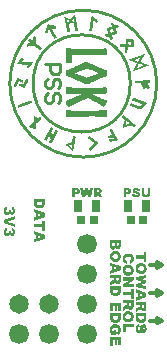
<source format=gts>
G04*
G04 #@! TF.GenerationSoftware,Altium Limited,Altium Designer,23.0.1 (38)*
G04*
G04 Layer_Color=8388736*
%FSLAX24Y24*%
%MOIN*%
G70*
G04*
G04 #@! TF.SameCoordinates,9BD69B8C-B535-481D-991D-221D870DF5CB*
G04*
G04*
G04 #@! TF.FilePolarity,Negative*
G04*
G01*
G75*
%ADD12C,0.0100*%
%ADD19C,0.0118*%
%ADD20C,0.0089*%
%ADD21R,0.0316X0.0394*%
%ADD22R,0.0276X0.0276*%
%ADD23C,0.0650*%
%ADD24C,0.0665*%
G36*
X2668Y11583D02*
X2670Y11581D01*
X2675Y11580D01*
X2677Y11580D01*
X2682Y11578D01*
X2685Y11573D01*
X2686Y11568D01*
X2685Y11564D01*
X2681Y11557D01*
X2682Y11554D01*
X2686Y11543D01*
X2685Y11539D01*
X2681Y11534D01*
X2682Y11529D01*
X2687Y11519D01*
X2690Y11512D01*
X2692Y11510D01*
X2695Y11502D01*
X2694Y11498D01*
X2691Y11493D01*
X2690Y11491D01*
X2692Y11483D01*
X2695Y11480D01*
X2699Y11469D01*
X2698Y11465D01*
X2695Y11460D01*
X2694Y11458D01*
X2708Y11431D01*
X2708Y11426D01*
X2707Y11424D01*
X2706Y11422D01*
X2705Y11422D01*
X2703Y11417D01*
X2704Y11413D01*
X2712Y11398D01*
X2715Y11390D01*
X2721Y11379D01*
X2720Y11373D01*
X2717Y11368D01*
X2716Y11366D01*
X2718Y11359D01*
X2721Y11356D01*
X2725Y11350D01*
X2725Y11346D01*
X2725Y11344D01*
X2724Y11340D01*
X2723Y11339D01*
X2720Y11334D01*
X2721Y11330D01*
X2727Y11319D01*
X2729Y11314D01*
X2732Y11311D01*
X2735Y11303D01*
X2733Y11298D01*
X2729Y11293D01*
X2731Y11287D01*
X2736Y11278D01*
X2739Y11270D01*
X2737Y11267D01*
X2736Y11265D01*
X2734Y11261D01*
X2735Y11256D01*
X2747Y11232D01*
X2747Y11228D01*
X2746Y11224D01*
X2743Y11219D01*
X2743Y11214D01*
X2752Y11199D01*
X2757Y11187D01*
X2755Y11183D01*
X2752Y11178D01*
X2751Y11176D01*
X2769Y11141D01*
X2770Y11136D01*
X2768Y11132D01*
X2765Y11127D01*
X2766Y11122D01*
X2770Y11116D01*
X2769Y11110D01*
X2765Y11104D01*
X2764Y11102D01*
X2767Y11095D01*
X2769Y11092D01*
X2779Y11071D01*
X2777Y11067D01*
X2771Y11064D01*
X2755Y11056D01*
X2753Y11054D01*
X2747Y11053D01*
X2744Y11053D01*
X2737Y11058D01*
X2731Y11056D01*
X2729Y11054D01*
X2723Y11053D01*
X2720Y11054D01*
X2714Y11057D01*
X2712Y11058D01*
X2705Y11056D01*
X2702Y11053D01*
X2690Y11048D01*
X2687Y11049D01*
X2683Y11055D01*
X2679Y11066D01*
X2675Y11073D01*
X2674Y11076D01*
X2670Y11082D01*
X2668Y11090D01*
X2669Y11095D01*
X2672Y11099D01*
X2671Y11107D01*
X2667Y11113D01*
X2664Y11117D01*
X2664Y11120D01*
X2663Y11124D01*
X2665Y11126D01*
X2668Y11130D01*
X2668Y11133D01*
X2668Y11136D01*
X2655Y11162D01*
X2655Y11166D01*
X2656Y11168D01*
X2659Y11174D01*
X2658Y11180D01*
X2651Y11192D01*
X2650Y11197D01*
X2651Y11199D01*
X2654Y11204D01*
X2655Y11208D01*
X2642Y11234D01*
X2642Y11239D01*
X2643Y11242D01*
X2644Y11244D01*
X2646Y11248D01*
X2644Y11255D01*
X2638Y11265D01*
X2637Y11270D01*
X2638Y11273D01*
X2642Y11278D01*
X2642Y11283D01*
X2638Y11285D01*
X2636Y11285D01*
X2630Y11286D01*
X2628Y11287D01*
X2624Y11296D01*
X2620Y11298D01*
X2617Y11299D01*
X2615Y11299D01*
X2609Y11301D01*
X2607Y11303D01*
X2604Y11304D01*
X2602Y11304D01*
X2596Y11306D01*
X2594Y11307D01*
X2590Y11309D01*
X2588Y11309D01*
X2581Y11311D01*
X2579Y11312D01*
X2577Y11313D01*
X2575Y11313D01*
X2567Y11316D01*
X2565Y11317D01*
X2563Y11318D01*
X2560Y11318D01*
X2554Y11320D01*
X2552Y11322D01*
X2550Y11322D01*
X2547Y11322D01*
X2545Y11323D01*
X2543Y11323D01*
X2541Y11325D01*
X2534Y11328D01*
X2514Y11317D01*
X2512Y11312D01*
X2512Y11306D01*
X2500Y11299D01*
X2498Y11294D01*
X2498Y11288D01*
X2494Y11284D01*
X2478Y11278D01*
X2475Y11271D01*
X2474Y11265D01*
X2462Y11258D01*
X2461Y11253D01*
X2466Y11240D01*
X2465Y11237D01*
X2461Y11231D01*
X2461Y11229D01*
X2475Y11202D01*
X2475Y11198D01*
X2474Y11196D01*
X2471Y11190D01*
X2470Y11188D01*
X2471Y11184D01*
X2478Y11172D01*
X2484Y11157D01*
X2483Y11155D01*
X2479Y11148D01*
X2480Y11140D01*
X2483Y11137D01*
X2488Y11130D01*
X2487Y11122D01*
X2484Y11117D01*
X2483Y11115D01*
X2484Y11110D01*
X2490Y11099D01*
X2492Y11095D01*
X2494Y11092D01*
X2497Y11083D01*
X2496Y11081D01*
X2492Y11075D01*
X2493Y11067D01*
X2497Y11060D01*
X2501Y11050D01*
X2500Y11048D01*
X2497Y11043D01*
X2496Y11039D01*
X2505Y11022D01*
X2505Y11018D01*
X2504Y11014D01*
X2473Y11000D01*
X2470Y11001D01*
X2465Y11004D01*
X2462Y11005D01*
X2444Y10996D01*
X2440Y10996D01*
X2438Y10997D01*
X2432Y11000D01*
X2430Y11001D01*
X2417Y10996D01*
X2414Y10997D01*
X2404Y11015D01*
X2404Y11020D01*
X2404Y11022D01*
X2406Y11024D01*
X2409Y11029D01*
X2408Y11033D01*
X2399Y11048D01*
X2400Y11054D01*
X2402Y11056D01*
X2405Y11062D01*
X2402Y11068D01*
X2390Y11092D01*
X2392Y11097D01*
X2395Y11102D01*
X2394Y11107D01*
X2386Y11123D01*
X2388Y11130D01*
X2391Y11135D01*
X2390Y11141D01*
X2383Y11153D01*
X2373Y11177D01*
X2373Y11179D01*
X2378Y11185D01*
X2377Y11190D01*
X2364Y11214D01*
X2364Y11218D01*
X2366Y11222D01*
X2367Y11224D01*
X2369Y11228D01*
X2368Y11232D01*
X2359Y11248D01*
X2360Y11253D01*
X2365Y11259D01*
X2364Y11263D01*
X2363Y11267D01*
X2361Y11269D01*
X2351Y11292D01*
X2352Y11295D01*
X2354Y11297D01*
X2356Y11301D01*
X2355Y11306D01*
X2347Y11322D01*
X2347Y11326D01*
X2348Y11328D01*
X2351Y11333D01*
X2351Y11339D01*
X2343Y11354D01*
X2333Y11375D01*
X2334Y11379D01*
X2338Y11384D01*
X2339Y11386D01*
X2329Y11404D01*
X2329Y11408D01*
X2330Y11412D01*
X2334Y11417D01*
X2333Y11422D01*
X2327Y11434D01*
X2326Y11437D01*
X2323Y11440D01*
X2320Y11449D01*
X2321Y11453D01*
X2325Y11458D01*
X2325Y11460D01*
X2323Y11466D01*
X2313Y11484D01*
X2312Y11485D01*
X2312Y11488D01*
X2312Y11494D01*
X2315Y11499D01*
X2317Y11502D01*
X2317Y11505D01*
X2318Y11510D01*
X2324Y11513D01*
X2329Y11514D01*
X2333Y11513D01*
X2335Y11511D01*
X2338Y11510D01*
X2340Y11510D01*
X2347Y11508D01*
X2349Y11506D01*
X2356Y11504D01*
X2358Y11504D01*
X2362Y11503D01*
X2369Y11491D01*
X2371Y11490D01*
X2375Y11491D01*
X2386Y11495D01*
X2389Y11495D01*
X2396Y11482D01*
X2401Y11481D01*
X2403Y11481D01*
X2408Y11479D01*
X2410Y11478D01*
X2414Y11476D01*
X2416Y11476D01*
X2423Y11474D01*
X2425Y11473D01*
X2428Y11471D01*
X2431Y11471D01*
X2436Y11470D01*
X2437Y11468D01*
X2441Y11467D01*
X2443Y11467D01*
X2450Y11465D01*
X2452Y11463D01*
X2455Y11462D01*
X2458Y11462D01*
X2464Y11460D01*
X2466Y11458D01*
X2470Y11457D01*
X2472Y11457D01*
X2477Y11455D01*
X2479Y11454D01*
X2483Y11452D01*
X2485Y11452D01*
X2492Y11450D01*
X2494Y11449D01*
X2497Y11448D01*
X2500Y11448D01*
X2505Y11446D01*
X2507Y11444D01*
X2512Y11443D01*
X2527Y11451D01*
X2540Y11456D01*
X2542Y11462D01*
X2543Y11468D01*
X2544Y11470D01*
X2556Y11477D01*
X2557Y11487D01*
X2560Y11490D01*
X2577Y11497D01*
X2579Y11501D01*
X2579Y11504D01*
X2581Y11511D01*
X2587Y11515D01*
X2610Y11525D01*
X2612Y11528D01*
X2612Y11530D01*
X2613Y11537D01*
X2616Y11540D01*
X2632Y11547D01*
X2635Y11551D01*
X2636Y11553D01*
X2635Y11559D01*
X2639Y11562D01*
X2649Y11568D01*
X2650Y11576D01*
X2650Y11578D01*
X2656Y11584D01*
X2662Y11585D01*
X2668Y11583D01*
D02*
G37*
G36*
X3944Y11341D02*
X3947Y11334D01*
X3950Y11324D01*
X3952Y11321D01*
X3971Y11267D01*
X3974Y11259D01*
X3973Y11254D01*
X3968Y11248D01*
X3969Y11244D01*
X3974Y11242D01*
X3980Y11241D01*
X3982Y11238D01*
X3984Y11231D01*
X3987Y11228D01*
X3991Y11228D01*
X3998Y11231D01*
X4002Y11231D01*
X4004Y11230D01*
X4008Y11226D01*
X4010Y11226D01*
X4014Y11226D01*
X4026Y11231D01*
X4103Y11258D01*
X4106Y11257D01*
X4110Y11251D01*
X4111Y11244D01*
X4130Y11193D01*
X4128Y11187D01*
X4125Y11183D01*
X4125Y11181D01*
X4122Y11174D01*
X4057Y11152D01*
X4053Y11154D01*
X4049Y11157D01*
X4045Y11157D01*
X4028Y11149D01*
X4025Y11145D01*
X4025Y11142D01*
X4023Y11138D01*
X4022Y11136D01*
X4020Y11133D01*
X4021Y11129D01*
X4028Y11112D01*
X4052Y11043D01*
X4056Y11034D01*
X4055Y11030D01*
X4050Y11024D01*
X4051Y11019D01*
X4055Y11017D01*
X4061Y11016D01*
X4063Y11015D01*
X4068Y11000D01*
X4070Y10996D01*
X4070Y10993D01*
X4076Y10981D01*
X4074Y10975D01*
X4071Y10970D01*
X4070Y10968D01*
X4069Y10963D01*
X4063Y10959D01*
X4059Y10958D01*
X3904Y10901D01*
X3902Y10898D01*
X3901Y10892D01*
X3897Y10887D01*
X3896Y10885D01*
X3898Y10879D01*
X3926Y10802D01*
X3924Y10797D01*
X3922Y10795D01*
X3920Y10791D01*
X3920Y10788D01*
X3918Y10785D01*
X3915Y10783D01*
X3903Y10779D01*
X3855Y10762D01*
X3852Y10762D01*
X3850Y10763D01*
X3848Y10767D01*
X3846Y10773D01*
X3842Y10776D01*
X3835Y10777D01*
X3833Y10781D01*
X3835Y10785D01*
X3838Y10790D01*
X3839Y10792D01*
X3833Y10807D01*
X3816Y10856D01*
X3814Y10859D01*
X3810Y10871D01*
X3806Y10875D01*
X3801Y10875D01*
X3784Y10868D01*
X3768Y10862D01*
X3759Y10859D01*
X3753Y10861D01*
X3748Y10865D01*
X3744Y10864D01*
X3741Y10864D01*
X3739Y10862D01*
X3708Y10852D01*
X3705Y10853D01*
X3678Y10929D01*
X3679Y10931D01*
X3685Y10934D01*
X3690Y10936D01*
X3698Y10939D01*
X3704Y10937D01*
X3708Y10934D01*
X3710Y10933D01*
X3716Y10935D01*
X3759Y10951D01*
X3762Y10951D01*
X3767Y10955D01*
X3769Y10964D01*
X3773Y10969D01*
X3773Y10973D01*
X3768Y10987D01*
X3722Y11115D01*
X3720Y11117D01*
X3718Y11124D01*
X3718Y11125D01*
X3720Y11129D01*
X3722Y11131D01*
X3724Y11135D01*
X3724Y11138D01*
X3726Y11142D01*
X3864Y11191D01*
X3870Y11187D01*
X3873Y11185D01*
X3880Y11187D01*
X3883Y11189D01*
X3885Y11193D01*
X3885Y11195D01*
X3888Y11201D01*
X3889Y11203D01*
X3891Y11206D01*
X3891Y11208D01*
X3894Y11214D01*
X3895Y11215D01*
X3897Y11219D01*
X3895Y11226D01*
X3893Y11228D01*
X3864Y11312D01*
X3865Y11314D01*
X3869Y11318D01*
X3870Y11321D01*
X3870Y11323D01*
X3872Y11328D01*
X3878Y11331D01*
X3882Y11331D01*
X3886Y11329D01*
X3888Y11328D01*
X3891Y11325D01*
X3895Y11326D01*
X3936Y11341D01*
X3940Y11341D01*
X3944Y11341D01*
D02*
G37*
G36*
X3244Y11559D02*
X3249Y11555D01*
X3257Y11554D01*
X3261Y11549D01*
X3266Y11533D01*
X3272Y11530D01*
X3274Y11530D01*
X3277Y11529D01*
X3279Y11528D01*
X3286Y11524D01*
X3288Y11524D01*
X3293Y11523D01*
X3295Y11520D01*
X3301Y11503D01*
X3308Y11500D01*
X3310Y11499D01*
X3315Y11497D01*
X3317Y11496D01*
X3322Y11494D01*
X3327Y11493D01*
X3330Y11490D01*
X3335Y11480D01*
X3338Y11479D01*
X3345Y11478D01*
X3348Y11474D01*
X3354Y11458D01*
X3359Y11454D01*
X3361Y11454D01*
X3364Y11454D01*
X3366Y11452D01*
X3373Y11449D01*
X3379Y11448D01*
X3383Y11444D01*
X3385Y11437D01*
X3388Y11434D01*
X3390Y11433D01*
X3396Y11433D01*
X3398Y11432D01*
X3404Y11419D01*
X3414Y11417D01*
X3417Y11414D01*
X3428Y11385D01*
X3427Y11383D01*
X3426Y11381D01*
X3423Y11375D01*
X3422Y11373D01*
X3421Y11367D01*
X3408Y11361D01*
X3407Y11359D01*
X3406Y11352D01*
X3406Y11350D01*
X3404Y11349D01*
X3401Y11342D01*
X3401Y11340D01*
X3400Y11336D01*
X3393Y11332D01*
X3390Y11332D01*
X3372Y11324D01*
X3368Y11324D01*
X3365Y11325D01*
X3364Y11327D01*
X3358Y11330D01*
X3352Y11331D01*
X3349Y11334D01*
X3347Y11341D01*
X3344Y11344D01*
X3341Y11345D01*
X3335Y11346D01*
X3333Y11347D01*
X3329Y11353D01*
X3327Y11360D01*
X3323Y11368D01*
X3320Y11369D01*
X3313Y11370D01*
X3307Y11375D01*
X3300Y11374D01*
X3298Y11372D01*
X3283Y11365D01*
X3282Y11363D01*
X3283Y11358D01*
X3287Y11352D01*
X3285Y11344D01*
X3281Y11339D01*
X3285Y11326D01*
X3283Y11322D01*
X3280Y11317D01*
X3279Y11315D01*
X3283Y11301D01*
X3279Y11295D01*
X3277Y11291D01*
X3277Y11288D01*
X3275Y11285D01*
X3274Y11283D01*
X3272Y11281D01*
X3273Y11276D01*
X3276Y11266D01*
X3274Y11262D01*
X3271Y11257D01*
X3269Y11250D01*
X3268Y11248D01*
X3265Y11242D01*
X3269Y11229D01*
X3268Y11227D01*
X3263Y11221D01*
X3264Y11216D01*
X3267Y11206D01*
X3265Y11203D01*
X3264Y11201D01*
X3261Y11194D01*
X3261Y11192D01*
X3259Y11189D01*
X3256Y11184D01*
X3260Y11170D01*
X3259Y11167D01*
X3257Y11166D01*
X3254Y11160D01*
X3254Y11158D01*
X3254Y11155D01*
X3252Y11153D01*
X3249Y11146D01*
X3253Y11133D01*
X3252Y11131D01*
X3247Y11125D01*
X3248Y11120D01*
X3251Y11110D01*
X3249Y11106D01*
X3246Y11102D01*
X3246Y11100D01*
X3244Y11094D01*
X3240Y11089D01*
X3239Y11087D01*
X3244Y11073D01*
X3243Y11071D01*
X3239Y11066D01*
X3238Y11064D01*
X3238Y11062D01*
X3236Y11055D01*
X3234Y11053D01*
X3233Y11050D01*
X3236Y11038D01*
X3234Y11033D01*
X3228Y11029D01*
X3224Y11029D01*
X3220Y11030D01*
X3215Y11033D01*
X3213Y11034D01*
X3210Y11034D01*
X3208Y11035D01*
X3206Y11035D01*
X3201Y11039D01*
X3199Y11040D01*
X3194Y11039D01*
X3191Y11037D01*
X3185Y11036D01*
X3183Y11036D01*
X3176Y11042D01*
X3163Y11037D01*
X3159Y11039D01*
X3154Y11043D01*
X3147Y11044D01*
X3145Y11045D01*
X3137Y11067D01*
X3138Y11071D01*
X3140Y11073D01*
X3142Y11075D01*
X3142Y11078D01*
X3144Y11085D01*
X3148Y11090D01*
X3144Y11102D01*
X3145Y11106D01*
X3146Y11108D01*
X3149Y11113D01*
X3149Y11116D01*
X3152Y11122D01*
X3154Y11124D01*
X3155Y11127D01*
X3154Y11132D01*
X3152Y11135D01*
X3151Y11141D01*
X3152Y11143D01*
X3157Y11149D01*
X3156Y11153D01*
X3153Y11164D01*
X3154Y11167D01*
X3158Y11172D01*
X3160Y11180D01*
X3163Y11185D01*
X3164Y11187D01*
X3160Y11200D01*
X3161Y11202D01*
X3164Y11207D01*
X3166Y11211D01*
X3166Y11213D01*
X3168Y11218D01*
X3170Y11220D01*
X3171Y11224D01*
X3170Y11228D01*
X3168Y11230D01*
X3167Y11236D01*
X3169Y11241D01*
X3173Y11246D01*
X3169Y11259D01*
X3170Y11262D01*
X3171Y11264D01*
X3174Y11269D01*
X3174Y11272D01*
X3177Y11278D01*
X3179Y11280D01*
X3180Y11283D01*
X3176Y11297D01*
X3180Y11303D01*
X3182Y11307D01*
X3182Y11310D01*
X3183Y11313D01*
X3185Y11315D01*
X3187Y11319D01*
X3186Y11324D01*
X3184Y11327D01*
X3183Y11332D01*
X3185Y11336D01*
X3188Y11341D01*
X3190Y11348D01*
X3191Y11350D01*
X3194Y11355D01*
X3194Y11360D01*
X3191Y11366D01*
X3191Y11370D01*
X3196Y11377D01*
X3195Y11381D01*
X3192Y11392D01*
X3194Y11395D01*
X3195Y11397D01*
X3198Y11403D01*
X3198Y11406D01*
X3199Y11409D01*
X3203Y11414D01*
X3202Y11420D01*
X3200Y11423D01*
X3199Y11428D01*
X3200Y11431D01*
X3202Y11432D01*
X3205Y11439D01*
X3205Y11442D01*
X3206Y11445D01*
X3210Y11450D01*
X3210Y11452D01*
X3210Y11456D01*
X3207Y11462D01*
X3207Y11466D01*
X3207Y11467D01*
X3208Y11468D01*
X3213Y11475D01*
X3208Y11488D01*
X3210Y11492D01*
X3213Y11497D01*
X3215Y11504D01*
X3216Y11506D01*
X3219Y11511D01*
X3218Y11517D01*
X3216Y11519D01*
X3215Y11525D01*
X3216Y11527D01*
X3221Y11533D01*
X3220Y11537D01*
X3217Y11549D01*
X3218Y11551D01*
X3224Y11555D01*
X3230Y11556D01*
X3238Y11560D01*
X3244Y11559D01*
D02*
G37*
G36*
X1776Y11274D02*
X1777Y11270D01*
X1780Y11268D01*
X1786Y11267D01*
X1789Y11268D01*
X1798Y11270D01*
X1804Y11267D01*
X1805Y11265D01*
X1810Y11259D01*
X1815Y11258D01*
X1832Y11260D01*
X1837Y11256D01*
X1841Y11251D01*
X1842Y11249D01*
X1849Y11249D01*
X1852Y11250D01*
X1877Y11249D01*
X1879Y11248D01*
X1883Y11241D01*
X1887Y11240D01*
X1905Y11241D01*
X1909Y11240D01*
X1911Y11238D01*
X1914Y11233D01*
X1916Y11231D01*
X1920Y11230D01*
X1934Y11232D01*
X1960Y11232D01*
X1963Y11229D01*
X1964Y11227D01*
X1967Y11223D01*
X1972Y11222D01*
X1975Y11221D01*
X1978Y11223D01*
X1988Y11224D01*
X1993Y11221D01*
X1995Y11219D01*
X1996Y11217D01*
X1999Y11213D01*
X2004Y11213D01*
X2017Y11214D01*
X2022Y11213D01*
X2025Y11214D01*
X2034Y11214D01*
X2037Y11212D01*
X2038Y11208D01*
X2038Y11175D01*
X2036Y11173D01*
X2031Y11170D01*
X2029Y11167D01*
X2030Y11146D01*
X2027Y11142D01*
X2021Y11138D01*
X2020Y11136D01*
X2019Y11122D01*
X2018Y11121D01*
X2013Y11119D01*
X1971Y11119D01*
X1968Y11122D01*
X1965Y11127D01*
X1963Y11128D01*
X1954Y11128D01*
X1949Y11128D01*
X1944Y11136D01*
X1939Y11138D01*
X1921Y11137D01*
X1902Y11137D01*
X1898Y11135D01*
X1895Y11132D01*
X1894Y11128D01*
X1895Y11119D01*
X1898Y11116D01*
X1904Y11113D01*
X1905Y11112D01*
X1907Y11098D01*
X1909Y11096D01*
X1914Y11093D01*
X1917Y11090D01*
X1918Y11088D01*
X1922Y11085D01*
X1924Y11084D01*
X1927Y11081D01*
X1928Y11077D01*
X1927Y11073D01*
X1929Y11068D01*
X1933Y11064D01*
X1938Y11061D01*
X1940Y11047D01*
X1942Y11045D01*
X1947Y11042D01*
X1949Y11040D01*
X1950Y11036D01*
X1950Y11029D01*
X1952Y11025D01*
X1960Y11021D01*
X1962Y11007D01*
X1965Y11003D01*
X1971Y11000D01*
X1972Y10999D01*
X1974Y10985D01*
X1976Y10983D01*
X1983Y10979D01*
X1984Y10974D01*
X1983Y10971D01*
X1984Y10965D01*
X1988Y10962D01*
X1994Y10959D01*
X1995Y10945D01*
X1998Y10942D01*
X2003Y10939D01*
X2005Y10938D01*
X2006Y10934D01*
X2005Y10927D01*
X2010Y10921D01*
X2013Y10920D01*
X2017Y10916D01*
X2018Y10914D01*
X2022Y10911D01*
X2024Y10910D01*
X2027Y10908D01*
X2028Y10904D01*
X2028Y10895D01*
X2028Y10894D01*
X2027Y10891D01*
X2029Y10883D01*
X2031Y10881D01*
X2038Y10878D01*
X2040Y10873D01*
X2039Y10868D01*
X2040Y10863D01*
X2043Y10860D01*
X2045Y10859D01*
X2048Y10858D01*
X2049Y10856D01*
X2051Y10853D01*
X2053Y10851D01*
X2055Y10849D01*
X2058Y10848D01*
X2062Y10844D01*
X2061Y10832D01*
X2059Y10830D01*
X2057Y10829D01*
X2052Y10825D01*
X2051Y10823D01*
X2049Y10819D01*
X2047Y10818D01*
X2042Y10814D01*
X2039Y10808D01*
X2037Y10807D01*
X2023Y10805D01*
X2022Y10803D01*
X2018Y10796D01*
X2014Y10795D01*
X2006Y10796D01*
X2000Y10791D01*
X1998Y10786D01*
X1992Y10783D01*
X1984Y10784D01*
X1981Y10787D01*
X1980Y10789D01*
X1976Y10794D01*
X1970Y10797D01*
X1969Y10798D01*
X1967Y10812D01*
X1965Y10814D01*
X1958Y10818D01*
X1957Y10824D01*
X1958Y10827D01*
X1956Y10832D01*
X1953Y10835D01*
X1947Y10838D01*
X1945Y10852D01*
X1943Y10855D01*
X1938Y10858D01*
X1935Y10860D01*
X1935Y10871D01*
X1932Y10874D01*
X1930Y10876D01*
X1928Y10877D01*
X1924Y10881D01*
X1923Y10883D01*
X1919Y10886D01*
X1914Y10889D01*
X1913Y10893D01*
X1913Y10911D01*
X1911Y10915D01*
X1908Y10916D01*
X1902Y10920D01*
X1901Y10927D01*
X1902Y10930D01*
X1901Y10934D01*
X1898Y10937D01*
X1896Y10938D01*
X1892Y10940D01*
X1891Y10943D01*
X1887Y10947D01*
X1881Y10950D01*
X1879Y10955D01*
X1880Y10962D01*
X1878Y10966D01*
X1876Y10968D01*
X1871Y10971D01*
X1869Y10972D01*
X1867Y10986D01*
X1858Y10991D01*
X1857Y10996D01*
X1856Y11007D01*
X1853Y11009D01*
X1850Y11010D01*
X1847Y11013D01*
X1846Y11017D01*
X1846Y11022D01*
X1845Y11027D01*
X1843Y11028D01*
X1836Y11032D01*
X1835Y11036D01*
X1834Y11047D01*
X1831Y11050D01*
X1825Y11053D01*
X1823Y11058D01*
X1824Y11075D01*
X1821Y11080D01*
X1813Y11082D01*
X1809Y11081D01*
X1798Y11081D01*
X1792Y11076D01*
X1791Y11074D01*
X1787Y11069D01*
X1784Y11068D01*
X1782Y11065D01*
X1781Y11060D01*
X1783Y11021D01*
X1780Y11018D01*
X1774Y11014D01*
X1773Y11009D01*
X1774Y11002D01*
X1772Y10998D01*
X1771Y10997D01*
X1765Y10994D01*
X1764Y10989D01*
X1763Y10977D01*
X1762Y10976D01*
X1757Y10974D01*
X1735Y10975D01*
X1730Y10983D01*
X1725Y10984D01*
X1698Y10983D01*
X1694Y10984D01*
X1691Y10987D01*
X1690Y10989D01*
X1685Y10994D01*
X1683Y10995D01*
X1680Y10997D01*
X1679Y10999D01*
X1677Y11002D01*
X1675Y11003D01*
X1670Y11007D01*
X1668Y11011D01*
X1669Y11020D01*
X1673Y11024D01*
X1678Y11027D01*
X1679Y11031D01*
X1679Y11042D01*
X1682Y11045D01*
X1687Y11048D01*
X1689Y11053D01*
X1687Y11070D01*
X1692Y11077D01*
X1697Y11080D01*
X1698Y11094D01*
X1701Y11098D01*
X1706Y11101D01*
X1708Y11103D01*
X1706Y11123D01*
X1708Y11127D01*
X1710Y11129D01*
X1716Y11133D01*
X1717Y11139D01*
X1716Y11142D01*
X1717Y11148D01*
X1720Y11150D01*
X1725Y11154D01*
X1726Y11156D01*
X1725Y11184D01*
X1726Y11189D01*
X1728Y11192D01*
X1735Y11196D01*
X1736Y11200D01*
X1734Y11208D01*
X1739Y11214D01*
X1744Y11218D01*
X1746Y11224D01*
X1744Y11238D01*
X1745Y11242D01*
X1749Y11246D01*
X1754Y11249D01*
X1755Y11253D01*
X1755Y11264D01*
X1757Y11266D01*
X1759Y11267D01*
X1763Y11271D01*
X1766Y11277D01*
X1771Y11278D01*
X1776Y11274D01*
D02*
G37*
G36*
X1357Y10858D02*
X1360Y10855D01*
X1360Y10847D01*
X1358Y10840D01*
X1357Y10821D01*
X1359Y10818D01*
X1364Y10814D01*
X1365Y10812D01*
X1359Y10761D01*
X1360Y10758D01*
X1362Y10755D01*
X1367Y10751D01*
X1368Y10746D01*
X1364Y10722D01*
X1363Y10708D01*
X1362Y10705D01*
X1362Y10696D01*
X1364Y10693D01*
X1366Y10691D01*
X1371Y10687D01*
X1370Y10680D01*
X1365Y10644D01*
X1370Y10639D01*
X1372Y10637D01*
X1375Y10633D01*
X1376Y10631D01*
X1378Y10628D01*
X1380Y10627D01*
X1383Y10623D01*
X1384Y10620D01*
X1387Y10616D01*
X1389Y10615D01*
X1393Y10611D01*
X1395Y10605D01*
X1399Y10604D01*
X1406Y10603D01*
X1409Y10601D01*
X1412Y10598D01*
X1414Y10593D01*
X1427Y10590D01*
X1430Y10588D01*
X1431Y10585D01*
X1434Y10580D01*
X1436Y10579D01*
X1440Y10573D01*
X1441Y10571D01*
X1443Y10568D01*
X1447Y10566D01*
X1452Y10567D01*
X1456Y10565D01*
X1459Y10561D01*
X1460Y10559D01*
X1463Y10555D01*
X1465Y10553D01*
X1468Y10550D01*
X1468Y10548D01*
X1471Y10544D01*
X1475Y10543D01*
X1482Y10542D01*
X1485Y10540D01*
X1487Y10538D01*
X1489Y10533D01*
X1491Y10531D01*
X1495Y10528D01*
X1496Y10525D01*
X1500Y10519D01*
X1514Y10516D01*
X1515Y10514D01*
X1518Y10507D01*
X1522Y10505D01*
X1530Y10505D01*
X1534Y10501D01*
X1535Y10499D01*
X1537Y10495D01*
X1539Y10493D01*
X1543Y10489D01*
X1546Y10483D01*
X1546Y10483D01*
X1547Y10483D01*
X1551Y10481D01*
X1558Y10481D01*
X1561Y10479D01*
X1562Y10477D01*
X1565Y10471D01*
X1567Y10468D01*
X1569Y10467D01*
X1572Y10464D01*
X1572Y10460D01*
X1570Y10452D01*
X1566Y10449D01*
X1564Y10448D01*
X1558Y10444D01*
X1557Y10442D01*
X1554Y10440D01*
X1552Y10439D01*
X1548Y10436D01*
X1546Y10434D01*
X1542Y10430D01*
X1537Y10428D01*
X1535Y10424D01*
X1536Y10416D01*
X1531Y10412D01*
X1529Y10411D01*
X1525Y10409D01*
X1524Y10407D01*
X1519Y10403D01*
X1517Y10402D01*
X1513Y10400D01*
X1512Y10398D01*
X1507Y10393D01*
X1500Y10393D01*
X1496Y10395D01*
X1491Y10400D01*
X1491Y10402D01*
X1488Y10405D01*
X1486Y10407D01*
X1482Y10412D01*
X1481Y10414D01*
X1479Y10417D01*
X1477Y10419D01*
X1474Y10423D01*
X1473Y10425D01*
X1469Y10429D01*
X1456Y10432D01*
X1451Y10441D01*
X1438Y10444D01*
X1435Y10447D01*
X1433Y10453D01*
X1427Y10458D01*
X1426Y10460D01*
X1423Y10465D01*
X1419Y10467D01*
X1411Y10467D01*
X1408Y10470D01*
X1405Y10476D01*
X1403Y10479D01*
X1401Y10480D01*
X1398Y10484D01*
X1397Y10487D01*
X1396Y10489D01*
X1391Y10491D01*
X1381Y10493D01*
X1379Y10496D01*
X1378Y10499D01*
X1377Y10501D01*
X1374Y10503D01*
X1370Y10507D01*
X1369Y10509D01*
X1366Y10515D01*
X1352Y10517D01*
X1351Y10519D01*
X1349Y10525D01*
X1347Y10527D01*
X1343Y10528D01*
X1339Y10528D01*
X1334Y10529D01*
X1331Y10534D01*
X1330Y10536D01*
X1327Y10540D01*
X1325Y10541D01*
X1323Y10544D01*
X1322Y10547D01*
X1318Y10552D01*
X1316Y10553D01*
X1312Y10558D01*
X1312Y10560D01*
X1309Y10563D01*
X1305Y10564D01*
X1298Y10564D01*
X1293Y10561D01*
X1292Y10559D01*
X1290Y10556D01*
X1285Y10555D01*
X1267Y10558D01*
X1262Y10556D01*
X1261Y10554D01*
X1256Y10549D01*
X1236Y10552D01*
X1232Y10551D01*
X1229Y10548D01*
X1225Y10543D01*
X1220Y10542D01*
X1204Y10545D01*
X1201Y10545D01*
X1172Y10549D01*
X1168Y10547D01*
X1163Y10541D01*
X1161Y10540D01*
X1147Y10540D01*
X1146Y10539D01*
X1141Y10533D01*
X1137Y10532D01*
X1108Y10536D01*
X1104Y10534D01*
X1102Y10532D01*
X1099Y10528D01*
X1094Y10526D01*
X1085Y10529D01*
X1082Y10532D01*
X1082Y10537D01*
X1083Y10543D01*
X1079Y10550D01*
X1076Y10551D01*
X1074Y10554D01*
X1074Y10568D01*
X1073Y10570D01*
X1068Y10574D01*
X1066Y10577D01*
X1072Y10621D01*
X1079Y10624D01*
X1083Y10627D01*
X1086Y10631D01*
X1090Y10632D01*
X1119Y10628D01*
X1123Y10630D01*
X1124Y10632D01*
X1128Y10636D01*
X1134Y10637D01*
X1148Y10635D01*
X1174Y10633D01*
X1176Y10634D01*
X1179Y10639D01*
X1182Y10641D01*
X1185Y10642D01*
X1189Y10645D01*
X1191Y10653D01*
X1188Y10658D01*
X1186Y10661D01*
X1184Y10663D01*
X1181Y10667D01*
X1179Y10672D01*
X1175Y10674D01*
X1164Y10676D01*
X1163Y10678D01*
X1162Y10680D01*
X1159Y10685D01*
X1157Y10687D01*
X1154Y10689D01*
X1153Y10691D01*
X1149Y10697D01*
X1136Y10700D01*
X1132Y10707D01*
X1130Y10709D01*
X1128Y10711D01*
X1125Y10715D01*
X1124Y10717D01*
X1120Y10723D01*
X1118Y10724D01*
X1116Y10727D01*
X1115Y10734D01*
X1120Y10741D01*
X1126Y10743D01*
X1128Y10745D01*
X1129Y10747D01*
X1132Y10750D01*
X1138Y10753D01*
X1139Y10754D01*
X1142Y10768D01*
X1144Y10769D01*
X1150Y10772D01*
X1153Y10774D01*
X1154Y10776D01*
X1158Y10780D01*
X1163Y10782D01*
X1165Y10786D01*
X1165Y10797D01*
X1167Y10798D01*
X1171Y10799D01*
X1175Y10796D01*
X1176Y10794D01*
X1180Y10787D01*
X1193Y10784D01*
X1198Y10775D01*
X1212Y10772D01*
X1214Y10769D01*
X1216Y10763D01*
X1222Y10757D01*
X1224Y10755D01*
X1225Y10752D01*
X1226Y10751D01*
X1228Y10749D01*
X1231Y10747D01*
X1231Y10745D01*
X1236Y10739D01*
X1248Y10736D01*
X1250Y10734D01*
X1252Y10728D01*
X1255Y10725D01*
X1259Y10726D01*
X1262Y10728D01*
X1265Y10762D01*
X1269Y10791D01*
X1268Y10795D01*
X1262Y10800D01*
X1260Y10802D01*
X1260Y10810D01*
X1261Y10813D01*
X1266Y10852D01*
X1267Y10856D01*
X1271Y10859D01*
X1280Y10859D01*
X1283Y10857D01*
X1295Y10857D01*
X1298Y10859D01*
X1299Y10861D01*
X1302Y10865D01*
X1306Y10865D01*
X1357Y10858D01*
D02*
G37*
G36*
X4409Y10791D02*
X4411Y10789D01*
X4415Y10786D01*
X4417Y10786D01*
X4420Y10784D01*
X4421Y10782D01*
X4424Y10779D01*
X4429Y10779D01*
X4445Y10783D01*
X4449Y10782D01*
X4450Y10780D01*
X4454Y10776D01*
X4459Y10775D01*
X4475Y10780D01*
X4479Y10778D01*
X4481Y10776D01*
X4486Y10772D01*
X4499Y10774D01*
X4505Y10767D01*
X4510Y10767D01*
X4522Y10770D01*
X4525Y10770D01*
X4528Y10772D01*
X4537Y10772D01*
X4541Y10770D01*
X4545Y10766D01*
X4558Y10767D01*
X4560Y10766D01*
X4564Y10761D01*
X4567Y10760D01*
X4586Y10764D01*
X4590Y10762D01*
X4594Y10758D01*
X4596Y10757D01*
X4603Y10757D01*
X4610Y10759D01*
X4618Y10760D01*
X4621Y10758D01*
X4622Y10757D01*
X4625Y10754D01*
X4631Y10752D01*
X4633Y10751D01*
X4634Y10747D01*
X4637Y10731D01*
X4639Y10727D01*
X4639Y10720D01*
X4636Y10716D01*
X4632Y10712D01*
X4632Y10707D01*
X4636Y10691D01*
X4634Y10687D01*
X4629Y10683D01*
X4629Y10678D01*
X4634Y10654D01*
X4634Y10650D01*
X4632Y10647D01*
X4627Y10643D01*
X4627Y10638D01*
X4631Y10623D01*
X4630Y10618D01*
X4624Y10613D01*
X4624Y10609D01*
X4624Y10606D01*
X4625Y10603D01*
X4631Y10571D01*
X4629Y10568D01*
X4625Y10564D01*
X4624Y10560D01*
X4630Y10535D01*
X4629Y10531D01*
X4628Y10529D01*
X4624Y10525D01*
X4623Y10524D01*
X4624Y10512D01*
X4622Y10508D01*
X4621Y10507D01*
X4618Y10504D01*
X4617Y10502D01*
X4615Y10497D01*
X4611Y10495D01*
X4603Y10494D01*
X4600Y10496D01*
X4599Y10498D01*
X4594Y10502D01*
X4586Y10501D01*
X4584Y10499D01*
X4572Y10498D01*
X4565Y10505D01*
X4561Y10505D01*
X4535Y10499D01*
X4532Y10501D01*
X4530Y10502D01*
X4526Y10506D01*
X4520Y10506D01*
X4508Y10503D01*
X4494Y10501D01*
X4491Y10503D01*
X4487Y10507D01*
X4485Y10508D01*
X4458Y10502D01*
X4454Y10502D01*
X4451Y10504D01*
X4447Y10509D01*
X4442Y10509D01*
X4434Y10506D01*
X4432Y10504D01*
X4432Y10500D01*
X4433Y10490D01*
X4432Y10487D01*
X4427Y10484D01*
X4427Y10479D01*
X4430Y10464D01*
X4430Y10460D01*
X4428Y10457D01*
X4426Y10456D01*
X4423Y10453D01*
X4423Y10449D01*
X4428Y10432D01*
X4426Y10428D01*
X4420Y10424D01*
X4420Y10419D01*
X4421Y10409D01*
X4419Y10406D01*
X4415Y10403D01*
X4414Y10398D01*
X4418Y10382D01*
X4417Y10378D01*
X4415Y10376D01*
X4411Y10372D01*
X4411Y10367D01*
X4414Y10357D01*
X4417Y10340D01*
X4415Y10337D01*
X4413Y10336D01*
X4411Y10334D01*
X4410Y10332D01*
X4409Y10329D01*
X4408Y10327D01*
X4402Y10321D01*
X4402Y10319D01*
X4399Y10314D01*
X4393Y10311D01*
X4387Y10312D01*
X4384Y10314D01*
X4380Y10318D01*
X4376Y10319D01*
X4366Y10318D01*
X4364Y10319D01*
X4360Y10323D01*
X4358Y10324D01*
X4354Y10324D01*
X4339Y10320D01*
X4334Y10323D01*
X4332Y10324D01*
X4329Y10327D01*
X4324Y10329D01*
X4322Y10330D01*
X4319Y10337D01*
X4320Y10340D01*
X4317Y10349D01*
X4319Y10354D01*
X4324Y10359D01*
X4325Y10360D01*
X4325Y10365D01*
X4321Y10380D01*
X4323Y10385D01*
X4327Y10389D01*
X4328Y10391D01*
X4327Y10404D01*
X4328Y10405D01*
X4333Y10409D01*
X4334Y10414D01*
X4331Y10426D01*
X4330Y10431D01*
X4328Y10434D01*
X4328Y10442D01*
X4330Y10446D01*
X4335Y10450D01*
X4333Y10462D01*
X4335Y10466D01*
X4340Y10470D01*
X4341Y10472D01*
X4339Y10485D01*
X4340Y10486D01*
X4344Y10490D01*
X4346Y10492D01*
X4346Y10496D01*
X4343Y10503D01*
X4338Y10506D01*
X4336Y10507D01*
X4333Y10509D01*
X4331Y10510D01*
X4328Y10513D01*
X4321Y10513D01*
X4315Y10510D01*
X4297Y10508D01*
X4294Y10510D01*
X4290Y10514D01*
X4288Y10515D01*
X4262Y10509D01*
X4257Y10509D01*
X4255Y10511D01*
X4251Y10515D01*
X4249Y10516D01*
X4245Y10516D01*
X4230Y10512D01*
X4225Y10514D01*
X4221Y10519D01*
X4219Y10520D01*
X4212Y10519D01*
X4209Y10518D01*
X4179Y10512D01*
X4175Y10515D01*
X4173Y10517D01*
X4169Y10519D01*
X4167Y10520D01*
X4164Y10522D01*
X4162Y10525D01*
X4160Y10541D01*
X4158Y10544D01*
X4158Y10552D01*
X4160Y10556D01*
X4165Y10560D01*
X4165Y10564D01*
X4165Y10568D01*
X4163Y10570D01*
X4159Y10592D01*
X4161Y10595D01*
X4166Y10599D01*
X4168Y10605D01*
X4169Y10607D01*
X4175Y10609D01*
X4178Y10609D01*
X4187Y10611D01*
X4192Y10610D01*
X4198Y10604D01*
X4202Y10604D01*
X4219Y10608D01*
X4223Y10606D01*
X4227Y10601D01*
X4235Y10601D01*
X4238Y10602D01*
X4260Y10606D01*
X4264Y10603D01*
X4267Y10599D01*
X4271Y10599D01*
X4297Y10605D01*
X4301Y10603D01*
X4303Y10602D01*
X4307Y10598D01*
X4312Y10598D01*
X4325Y10601D01*
X4329Y10601D01*
X4331Y10600D01*
X4336Y10594D01*
X4340Y10594D01*
X4341Y10596D01*
X4343Y10599D01*
X4345Y10604D01*
X4348Y10606D01*
X4358Y10609D01*
X4359Y10611D01*
X4359Y10615D01*
X4355Y10631D01*
X4356Y10635D01*
X4362Y10640D01*
X4363Y10645D01*
X4358Y10662D01*
X4360Y10666D01*
X4366Y10670D01*
X4366Y10675D01*
X4365Y10685D01*
X4371Y10692D01*
X4371Y10696D01*
X4368Y10708D01*
X4368Y10713D01*
X4366Y10715D01*
X4366Y10723D01*
X4368Y10727D01*
X4373Y10731D01*
X4371Y10744D01*
X4372Y10747D01*
X4377Y10751D01*
X4379Y10754D01*
X4372Y10781D01*
X4373Y10785D01*
X4374Y10787D01*
X4378Y10789D01*
X4394Y10791D01*
X4397Y10793D01*
X4405Y10793D01*
X4409Y10791D01*
D02*
G37*
G36*
X2391Y10466D02*
X2393Y10466D01*
X2395Y10463D01*
X2396Y10461D01*
X2399Y10458D01*
X2405Y10458D01*
X2409Y10460D01*
X2410Y10461D01*
X2414Y10466D01*
X2416Y10466D01*
X2485D01*
X2518Y10466D01*
X2520Y10464D01*
X2521Y10462D01*
X2523Y10459D01*
X2525Y10458D01*
X2528Y10456D01*
X2528Y10455D01*
X2531Y10451D01*
X2534Y10450D01*
X2550Y10451D01*
X2563Y10450D01*
X2567Y10454D01*
X2570Y10458D01*
X2575Y10459D01*
X2579Y10458D01*
X2665Y10459D01*
X2667Y10458D01*
X2669Y10456D01*
X2671Y10452D01*
X2672Y10451D01*
X2676Y10450D01*
X2691Y10451D01*
X3511Y10451D01*
X3514Y10453D01*
X3516Y10457D01*
X3518Y10458D01*
X3523Y10459D01*
X3526Y10458D01*
X3622Y10459D01*
X3623Y10460D01*
X3626Y10464D01*
X3628Y10466D01*
X3716Y10466D01*
X3717Y10464D01*
X3718Y10463D01*
X3722Y10458D01*
X3725Y10456D01*
X3726Y10453D01*
X3726Y10354D01*
X3727Y10351D01*
X3729Y10349D01*
X3733Y10347D01*
X3734Y10343D01*
X3733Y10330D01*
X3737Y10325D01*
X3741Y10323D01*
X3742Y10318D01*
X3741Y10315D01*
X3742Y10292D01*
X3741Y10289D01*
X3739Y10287D01*
X3735Y10285D01*
X3734Y10283D01*
X3733Y10280D01*
X3734Y10275D01*
X3732Y10272D01*
X3728Y10269D01*
X3726Y10267D01*
X3725Y10266D01*
X3722Y10263D01*
X3721Y10262D01*
X3718Y10259D01*
X3717Y10257D01*
X3715Y10255D01*
X3713Y10255D01*
X3710Y10251D01*
X3709Y10249D01*
X3707Y10247D01*
X3705Y10246D01*
X3702Y10244D01*
X3702Y10242D01*
X3699Y10239D01*
X3697Y10238D01*
X3694Y10235D01*
X3693Y10234D01*
X3691Y10232D01*
X3688Y10231D01*
X3677Y10232D01*
X3534Y10231D01*
X3532Y10233D01*
X3530Y10235D01*
X3528Y10239D01*
X3523Y10240D01*
X3513Y10239D01*
X3415Y10240D01*
X3414Y10241D01*
X3411Y10246D01*
X3408Y10247D01*
X3223Y10247D01*
X3220Y10248D01*
X3218Y10249D01*
X3216Y10253D01*
X3214Y10255D01*
X3211Y10255D01*
X3196Y10255D01*
X3018Y10255D01*
X3011Y10255D01*
X3007Y10257D01*
X3004Y10262D01*
X3001Y10263D01*
X2993Y10263D01*
X2991Y10266D01*
X2990Y10267D01*
X2988Y10270D01*
X2981Y10272D01*
X2976Y10269D01*
X2975Y10267D01*
X2972Y10263D01*
X2971Y10263D01*
X2967Y10260D01*
X2965Y10256D01*
X2961Y10255D01*
X2949Y10255D01*
X2946Y10255D01*
X2830Y10255D01*
X2827Y10253D01*
X2826Y10252D01*
X2824Y10248D01*
X2818Y10246D01*
X2815Y10247D01*
X2640Y10246D01*
X2638Y10244D01*
X2636Y10240D01*
X2632Y10239D01*
X2572Y10239D01*
X2570Y10238D01*
X2568Y10237D01*
X2566Y10233D01*
X2565Y10232D01*
X2561Y10229D01*
X2559Y10226D01*
X2560Y10210D01*
X2560Y10142D01*
X2561Y10139D01*
X2567Y10136D01*
X2568Y10130D01*
X2567Y10124D01*
X2568Y10109D01*
X2571Y10106D01*
X2575Y10104D01*
X2576Y10101D01*
X2575Y10064D01*
X2579Y10060D01*
X2580Y10059D01*
X2583Y10057D01*
X2584Y10051D01*
X2583Y10043D01*
X2583Y9993D01*
X2581Y9990D01*
X2576Y9987D01*
X2573Y9981D01*
X2570Y9981D01*
X2564Y9981D01*
X2560Y9979D01*
X2558Y9974D01*
X2557Y9973D01*
X2551Y9973D01*
X2490Y9973D01*
X2488Y9972D01*
X2486Y9973D01*
X2484Y9974D01*
X2482Y9976D01*
X2479Y9980D01*
X2476Y9981D01*
X2464Y9981D01*
X2461Y9981D01*
X2400Y9981D01*
X2395Y9984D01*
X2395Y9986D01*
X2391Y9990D01*
X2389Y9990D01*
X2388Y9992D01*
X2387Y9993D01*
X2384Y9997D01*
X2382Y9998D01*
X2380Y10000D01*
X2379Y10001D01*
X2376Y10005D01*
X2374Y10006D01*
X2373Y10007D01*
X2372Y10009D01*
X2368Y10012D01*
X2367Y10013D01*
X2365Y10015D01*
X2364Y10017D01*
X2360Y10021D01*
X2358Y10021D01*
X2356Y10023D01*
X2356Y10027D01*
X2356Y10030D01*
X2356Y10038D01*
X2357Y10041D01*
X2359Y10043D01*
X2363Y10046D01*
X2365Y10049D01*
X2364Y10062D01*
X2365Y10064D01*
X2364Y10275D01*
X2365Y10276D01*
X2366Y10277D01*
X2371Y10280D01*
X2373Y10286D01*
X2372Y10292D01*
X2372Y10312D01*
X2371Y10315D01*
X2369Y10317D01*
X2365Y10320D01*
X2364Y10323D01*
X2365Y10341D01*
X2364Y10447D01*
X2366Y10449D01*
X2367Y10450D01*
X2372Y10454D01*
X2373Y10455D01*
X2376Y10458D01*
X2377Y10459D01*
X2380Y10462D01*
X2381Y10464D01*
X2384Y10466D01*
X2389Y10467D01*
X2391Y10466D01*
D02*
G37*
G36*
X4975Y10276D02*
X4977Y10274D01*
X4981Y10271D01*
X4986Y10269D01*
X4988Y10263D01*
X4986Y10261D01*
X4984Y10260D01*
X4980Y10255D01*
X4975Y10248D01*
X4973Y10247D01*
X4972Y10245D01*
X4971Y10243D01*
X4969Y10239D01*
X4965Y10235D01*
X4963Y10234D01*
X4963Y10230D01*
X4965Y10223D01*
X4963Y10219D01*
X4957Y10214D01*
X4957Y10210D01*
X4957Y10200D01*
X4955Y10197D01*
X4951Y10194D01*
X4951Y10192D01*
X4949Y10189D01*
X4948Y10187D01*
X4945Y10184D01*
X4943Y10182D01*
X4942Y10180D01*
X4939Y10175D01*
X4937Y10174D01*
X4935Y10172D01*
X4935Y10170D01*
X4933Y10167D01*
X4932Y10165D01*
X4927Y10160D01*
X4925Y10156D01*
X4927Y10153D01*
X4927Y10146D01*
X4926Y10144D01*
X4924Y10143D01*
X4919Y10137D01*
X4918Y10135D01*
X4915Y10131D01*
X4914Y10130D01*
X4911Y10127D01*
X4911Y10123D01*
X4913Y10119D01*
X4912Y10115D01*
X4909Y10111D01*
X4908Y10109D01*
X4904Y10104D01*
X4903Y10102D01*
X4902Y10100D01*
X4900Y10099D01*
X4896Y10094D01*
X4896Y10091D01*
X4893Y10089D01*
X4889Y10085D01*
X4890Y10073D01*
X4887Y10068D01*
X4883Y10064D01*
X4881Y10060D01*
X4877Y10055D01*
X4875Y10054D01*
X4874Y10052D01*
X4873Y10050D01*
X4872Y10047D01*
X4870Y10046D01*
X4866Y10040D01*
X4866Y10028D01*
X4865Y10027D01*
X4859Y10022D01*
X4859Y10018D01*
X4862Y10015D01*
X4867Y10012D01*
X4877Y10006D01*
X4879Y10005D01*
X4881Y10004D01*
X4884Y9999D01*
X4889Y9998D01*
X4896Y10000D01*
X4899Y9999D01*
X4901Y9998D01*
X4905Y9993D01*
X4907Y9992D01*
X4919Y9993D01*
X4923Y9990D01*
X4924Y9988D01*
X4928Y9985D01*
X4930Y9984D01*
X4933Y9982D01*
X4935Y9980D01*
X4938Y9977D01*
X4944Y9977D01*
X4947Y9979D01*
X4951Y9978D01*
X4954Y9976D01*
X4955Y9974D01*
X4958Y9971D01*
X4960Y9971D01*
X4965Y9968D01*
X4969Y9963D01*
X4974Y9963D01*
X4980Y9964D01*
X4984Y9963D01*
X4986Y9962D01*
X4990Y9956D01*
X5004Y9957D01*
X5007Y9955D01*
X5008Y9953D01*
X5010Y9951D01*
X5012Y9950D01*
X5018Y9946D01*
X5022Y9942D01*
X5027Y9941D01*
X5034Y9943D01*
X5039Y9940D01*
X5042Y9936D01*
X5044Y9935D01*
X5057Y9936D01*
X5062Y9930D01*
X5066Y9928D01*
X5068Y9927D01*
X5071Y9925D01*
X5072Y9923D01*
X5075Y9920D01*
X5088Y9921D01*
X5091Y9919D01*
X5095Y9914D01*
X5097Y9913D01*
X5110Y9914D01*
X5115Y9909D01*
X5122Y9906D01*
X5124Y9903D01*
X5123Y9899D01*
X5122Y9898D01*
X5117Y9894D01*
X5115Y9891D01*
X5115Y9889D01*
X5113Y9887D01*
X5110Y9885D01*
X5084Y9882D01*
X5081Y9880D01*
X5079Y9878D01*
X5077Y9873D01*
X5076Y9871D01*
X5072Y9869D01*
X5059Y9868D01*
X5035Y9863D01*
X5033Y9860D01*
X5031Y9855D01*
X5026Y9853D01*
X4972Y9845D01*
X4968Y9843D01*
X4967Y9841D01*
X4965Y9835D01*
X4964Y9834D01*
X4960Y9832D01*
X4948Y9831D01*
X4944Y9829D01*
X4941Y9830D01*
X4932Y9827D01*
X4930Y9826D01*
X4928Y9819D01*
X4921Y9816D01*
X4917Y9816D01*
X4875Y9808D01*
X4874Y9806D01*
X4871Y9799D01*
X4868Y9798D01*
X4841Y9794D01*
X4838Y9791D01*
X4837Y9789D01*
X4834Y9784D01*
X4829Y9781D01*
X4819Y9781D01*
X4792Y9776D01*
X4791Y9774D01*
X4790Y9772D01*
X4786Y9765D01*
X4740Y9759D01*
X4736Y9757D01*
X4734Y9755D01*
X4732Y9749D01*
X4731Y9747D01*
X4727Y9746D01*
X4708Y9744D01*
X4705Y9742D01*
X4695Y9742D01*
X4690Y9740D01*
X4688Y9737D01*
X4687Y9735D01*
X4684Y9730D01*
X4678Y9728D01*
X4644Y9723D01*
X4641Y9720D01*
X4638Y9713D01*
X4635Y9712D01*
X4620Y9710D01*
X4609Y9707D01*
X4604Y9709D01*
X4601Y9714D01*
X4601Y9722D01*
X4604Y9726D01*
X4605Y9727D01*
X4608Y9732D01*
X4609Y9734D01*
X4612Y9738D01*
X4614Y9739D01*
X4617Y9743D01*
X4617Y9745D01*
X4620Y9749D01*
X4622Y9751D01*
X4624Y9754D01*
X4625Y9756D01*
X4628Y9760D01*
X4630Y9761D01*
X4633Y9765D01*
X4633Y9767D01*
X4636Y9771D01*
X4638Y9773D01*
X4641Y9775D01*
X4641Y9779D01*
X4640Y9789D01*
X4642Y9792D01*
X4644Y9793D01*
X4647Y9795D01*
X4647Y9797D01*
X4650Y9802D01*
X4652Y9804D01*
X4656Y9808D01*
X4655Y9821D01*
X4656Y9823D01*
X4661Y9827D01*
X4662Y9828D01*
X4663Y9831D01*
X4666Y9836D01*
X4668Y9837D01*
X4670Y9840D01*
X4669Y9852D01*
X4672Y9856D01*
X4674Y9858D01*
X4677Y9862D01*
X4678Y9864D01*
X4680Y9867D01*
X4682Y9868D01*
X4685Y9872D01*
X4685Y9874D01*
X4688Y9878D01*
X4692Y9882D01*
X4693Y9886D01*
X4692Y9896D01*
X4694Y9898D01*
X4695Y9899D01*
X4699Y9903D01*
X4700Y9905D01*
X4701Y9908D01*
X4703Y9909D01*
X4705Y9912D01*
X4706Y9913D01*
X4710Y9920D01*
X4711Y9921D01*
X4715Y9925D01*
X4716Y9927D01*
X4718Y9931D01*
X4720Y9933D01*
X4724Y9937D01*
X4723Y9950D01*
X4724Y9952D01*
X4726Y9953D01*
X4731Y9958D01*
X4730Y9960D01*
X4731Y9961D01*
X4730Y9967D01*
X4726Y9972D01*
X4724Y9972D01*
X4719Y9975D01*
X4717Y9977D01*
X4716Y9979D01*
X4713Y9980D01*
X4711Y9982D01*
X4709Y9982D01*
X4704Y9988D01*
X4699Y9989D01*
X4692Y9987D01*
X4687Y9990D01*
X4683Y9995D01*
X4679Y9995D01*
X4669Y9994D01*
X4666Y9997D01*
X4665Y9998D01*
X4659Y10002D01*
X4657Y10003D01*
X4654Y10005D01*
X4651Y10009D01*
X4646Y10010D01*
X4643Y10009D01*
X4637Y10009D01*
X4634Y10011D01*
X4630Y10015D01*
X4628Y10017D01*
X4615Y10016D01*
X4610Y10021D01*
X4607Y10024D01*
X4605Y10024D01*
X4602Y10026D01*
X4600Y10028D01*
X4598Y10031D01*
X4594Y10031D01*
X4584Y10030D01*
X4581Y10032D01*
X4577Y10037D01*
X4576Y10038D01*
X4563Y10037D01*
X4558Y10043D01*
X4555Y10044D01*
X4553Y10045D01*
X4549Y10048D01*
X4548Y10050D01*
X4544Y10053D01*
X4531Y10052D01*
X4529Y10054D01*
X4527Y10056D01*
X4522Y10059D01*
X4520Y10060D01*
X4517Y10062D01*
X4513Y10067D01*
X4500Y10066D01*
X4496Y10068D01*
X4493Y10073D01*
X4491Y10074D01*
X4478Y10073D01*
X4476Y10074D01*
X4474Y10081D01*
X4474Y10087D01*
X4476Y10090D01*
X4481Y10094D01*
X4484Y10101D01*
X4488Y10103D01*
X4502Y10105D01*
X4524Y10109D01*
X4528Y10109D01*
X4535Y10111D01*
X4538Y10114D01*
X4540Y10119D01*
X4541Y10121D01*
X4548Y10123D01*
X4551Y10123D01*
X4582Y10129D01*
X4584Y10131D01*
X4585Y10134D01*
X4587Y10138D01*
X4591Y10139D01*
X4635Y10146D01*
X4638Y10148D01*
X4641Y10151D01*
X4643Y10156D01*
X4648Y10159D01*
X4661Y10160D01*
X4675Y10163D01*
X4677Y10166D01*
X4679Y10171D01*
X4681Y10173D01*
X4727Y10180D01*
X4731Y10182D01*
X4734Y10185D01*
X4736Y10190D01*
X4740Y10193D01*
X4752Y10194D01*
X4757Y10195D01*
X4760Y10195D01*
X4768Y10197D01*
X4770Y10200D01*
X4773Y10206D01*
X4774Y10207D01*
X4781Y10209D01*
X4784Y10209D01*
X4825Y10216D01*
X4826Y10218D01*
X4827Y10220D01*
X4830Y10227D01*
X4868Y10232D01*
X4871Y10234D01*
X4874Y10237D01*
X4876Y10242D01*
X4881Y10245D01*
X4897Y10246D01*
X4905Y10248D01*
X4916Y10249D01*
X4919Y10252D01*
X4922Y10258D01*
X4924Y10261D01*
X4950Y10264D01*
X4954Y10266D01*
X4956Y10267D01*
X4957Y10270D01*
X4960Y10276D01*
X4963Y10277D01*
X4972Y10278D01*
X4975Y10276D01*
D02*
G37*
G36*
X3113Y9996D02*
X3117Y9991D01*
X3119Y9989D01*
X3121Y9988D01*
X3124Y9985D01*
X3124Y9983D01*
X3126Y9981D01*
X3130Y9981D01*
X3133Y9981D01*
X3136Y9981D01*
X3139Y9978D01*
X3141Y9974D01*
X3145Y9973D01*
X3148Y9972D01*
X3150Y9973D01*
X3156Y9974D01*
X3159Y9973D01*
X3163Y9970D01*
X3163Y9968D01*
X3166Y9965D01*
X3168Y9964D01*
X3170Y9962D01*
X3171Y9961D01*
X3172Y9959D01*
X3176Y9957D01*
X3189Y9958D01*
X3193Y9956D01*
X3196Y9950D01*
X3199Y9950D01*
X3212Y9950D01*
X3215Y9949D01*
X3216Y9948D01*
X3219Y9944D01*
X3220Y9942D01*
X3223Y9941D01*
X3227Y9942D01*
X3230Y9941D01*
X3232Y9940D01*
X3235Y9935D01*
X3241Y9933D01*
X3246Y9934D01*
X3250Y9935D01*
X3253Y9934D01*
X3256Y9932D01*
X3258Y9927D01*
X3262Y9926D01*
X3267Y9926D01*
X3270Y9925D01*
X3272Y9923D01*
X3274Y9919D01*
X3279Y9918D01*
X3289Y9919D01*
X3293Y9918D01*
X3296Y9915D01*
X3298Y9911D01*
X3301Y9910D01*
X3309Y9910D01*
X3311Y9908D01*
X3313Y9904D01*
X3317Y9902D01*
X3320Y9903D01*
X3324Y9902D01*
X3326Y9901D01*
X3329Y9896D01*
X3332Y9895D01*
X3340Y9894D01*
X3342Y9892D01*
X3344Y9888D01*
X3348Y9887D01*
X3353Y9887D01*
X3356Y9886D01*
X3358Y9885D01*
X3360Y9881D01*
X3361Y9879D01*
X3363Y9879D01*
X3366Y9875D01*
X3367Y9873D01*
X3369Y9872D01*
X3370Y9871D01*
X3374Y9868D01*
X3375Y9866D01*
X3377Y9864D01*
X3380Y9863D01*
X3395Y9864D01*
X3398Y9863D01*
X3406Y9864D01*
X3410Y9863D01*
X3413Y9860D01*
X3415Y9856D01*
X3426Y9855D01*
X3428Y9854D01*
X3430Y9850D01*
X3432Y9848D01*
X3448Y9848D01*
X3451Y9846D01*
X3454Y9842D01*
X3455Y9840D01*
X3466Y9840D01*
X3467Y9838D01*
X3470Y9833D01*
X3473Y9832D01*
X3481Y9831D01*
X3483Y9829D01*
X3485Y9825D01*
X3489Y9824D01*
X3502Y9825D01*
X3507Y9821D01*
X3509Y9817D01*
X3520Y9816D01*
X3522Y9814D01*
X3525Y9810D01*
X3528Y9809D01*
X3541Y9809D01*
X3546Y9806D01*
X3548Y9802D01*
X3553Y9800D01*
X3563Y9801D01*
X3567Y9800D01*
X3569Y9798D01*
X3572Y9794D01*
X3575Y9793D01*
X3583Y9792D01*
X3584Y9791D01*
X3585Y9789D01*
X3588Y9786D01*
X3591Y9785D01*
X3604Y9786D01*
X3609Y9782D01*
X3611Y9778D01*
X3622Y9777D01*
X3623Y9776D01*
X3626Y9771D01*
X3628Y9769D01*
X3644Y9770D01*
X3647Y9768D01*
X3650Y9763D01*
X3651Y9762D01*
X3654Y9760D01*
X3655Y9758D01*
X3659Y9754D01*
X3697Y9754D01*
X3700Y9753D01*
X3702Y9752D01*
X3702Y9750D01*
X3705Y9747D01*
X3708Y9746D01*
X3712Y9747D01*
X3716Y9746D01*
X3717Y9745D01*
X3719Y9740D01*
X3722Y9738D01*
X3723Y9738D01*
X3726Y9735D01*
X3727Y9733D01*
X3730Y9730D01*
X3731Y9729D01*
X3733Y9727D01*
X3734Y9724D01*
Y9723D01*
X3733Y9710D01*
X3734Y9579D01*
X3733Y9570D01*
X3736Y9567D01*
X3741Y9565D01*
X3741Y9562D01*
X3740Y9559D01*
X3739Y9558D01*
X3734Y9555D01*
X3733Y9554D01*
X3730Y9550D01*
X3728Y9549D01*
X3726Y9547D01*
X3725Y9546D01*
X3722Y9543D01*
X3721Y9542D01*
X3718Y9539D01*
X3716Y9535D01*
X3713Y9535D01*
X3699Y9535D01*
X3696Y9534D01*
X3693Y9528D01*
X3689Y9526D01*
X3675Y9527D01*
X3671Y9524D01*
X3669Y9520D01*
X3668Y9519D01*
X3657Y9518D01*
X3653Y9512D01*
X3650Y9511D01*
X3636Y9512D01*
X3633Y9510D01*
X3630Y9504D01*
X3625Y9503D01*
X3619Y9504D01*
X3615Y9504D01*
X3612Y9503D01*
X3609Y9502D01*
X3607Y9498D01*
X3605Y9496D01*
X3589Y9496D01*
X3586Y9494D01*
X3583Y9489D01*
X3580Y9488D01*
X3572Y9487D01*
X3570Y9486D01*
X3567Y9481D01*
X3564Y9480D01*
X3556Y9479D01*
X3554Y9477D01*
X3552Y9473D01*
X3548Y9472D01*
X3535Y9473D01*
X3530Y9469D01*
X3528Y9465D01*
X3517Y9464D01*
X3515Y9462D01*
X3512Y9458D01*
X3509Y9456D01*
X3496Y9457D01*
X3491Y9454D01*
X3489Y9449D01*
X3479Y9449D01*
X3476Y9447D01*
X3473Y9442D01*
X3472Y9441D01*
X3461Y9440D01*
X3457Y9434D01*
X3454Y9433D01*
X3440Y9434D01*
X3437Y9431D01*
X3435Y9426D01*
X3431Y9425D01*
X3423Y9425D01*
X3421Y9423D01*
X3419Y9418D01*
X3415Y9417D01*
X3393Y9418D01*
X3391Y9416D01*
X3388Y9411D01*
X3386Y9410D01*
X3381Y9409D01*
X3375Y9410D01*
X3369Y9409D01*
X3366Y9407D01*
X3366Y9405D01*
X3364Y9403D01*
X3360Y9400D01*
X3358Y9399D01*
X3358Y9395D01*
X3358Y9392D01*
X3358Y9388D01*
X3355Y9386D01*
X3345Y9385D01*
X3343Y9383D01*
X3340Y9379D01*
X3337Y9378D01*
X3331Y9379D01*
X3329Y9377D01*
X3327Y9376D01*
X3325Y9372D01*
X3324Y9371D01*
X3318Y9370D01*
X3312Y9371D01*
X3306Y9370D01*
X3304Y9368D01*
X3301Y9364D01*
X3300Y9363D01*
X3289Y9362D01*
X3288Y9361D01*
X3285Y9355D01*
X3280Y9354D01*
X3278Y9355D01*
X3275Y9354D01*
X3272Y9352D01*
X3269Y9348D01*
X3259Y9347D01*
X3257Y9345D01*
X3255Y9341D01*
X3253Y9339D01*
X3245Y9339D01*
X3242Y9338D01*
X3238Y9332D01*
X3234Y9331D01*
X3223Y9332D01*
X3219Y9331D01*
X3218Y9330D01*
X3215Y9324D01*
X3212Y9323D01*
X3204Y9323D01*
X3202Y9321D01*
X3199Y9317D01*
X3196Y9315D01*
X3192Y9316D01*
X3188Y9315D01*
X3186Y9313D01*
X3184Y9309D01*
X3183Y9308D01*
X3172Y9307D01*
X3168Y9301D01*
X3165Y9300D01*
X3159Y9300D01*
X3157Y9299D01*
X3155Y9298D01*
X3153Y9294D01*
X3152Y9293D01*
X3141Y9292D01*
X3140Y9290D01*
X3137Y9285D01*
X3134Y9284D01*
X3120Y9285D01*
X3117Y9284D01*
X3116Y9282D01*
X3114Y9278D01*
X3113Y9277D01*
X3109Y9276D01*
X3094Y9277D01*
X3049Y9277D01*
X3046Y9279D01*
X3045Y9280D01*
X3044Y9281D01*
X3043Y9284D01*
X3039Y9285D01*
X3029Y9284D01*
X2985Y9285D01*
X2983Y9286D01*
X2980Y9292D01*
X2977Y9293D01*
X2969Y9293D01*
X2967Y9295D01*
X2965Y9299D01*
X2961Y9301D01*
X2958Y9300D01*
X2954Y9301D01*
X2952Y9303D01*
X2949Y9307D01*
X2948Y9308D01*
X2937Y9309D01*
X2934Y9314D01*
X2932Y9316D01*
X2930Y9317D01*
X2928Y9319D01*
X2927Y9321D01*
X2926Y9323D01*
X2922Y9324D01*
X2909Y9323D01*
X2905Y9326D01*
X2902Y9331D01*
X2899Y9332D01*
X2891Y9332D01*
X2889Y9334D01*
X2886Y9339D01*
X2883Y9340D01*
X2880Y9339D01*
X2875Y9340D01*
X2873Y9342D01*
X2871Y9346D01*
X2870Y9347D01*
X2859Y9348D01*
X2856Y9353D01*
X2853Y9355D01*
X2852Y9356D01*
X2850Y9358D01*
X2849Y9360D01*
X2848Y9362D01*
X2843Y9363D01*
X2830Y9363D01*
X2827Y9365D01*
X2824Y9370D01*
X2821Y9371D01*
X2812Y9372D01*
X2810Y9374D01*
X2810Y9375D01*
X2806Y9379D01*
X2804Y9380D01*
X2803Y9381D01*
X2802Y9383D01*
X2800Y9385D01*
X2797Y9386D01*
X2769Y9386D01*
X2765Y9387D01*
X2762Y9393D01*
X2758Y9394D01*
X2752Y9394D01*
X2748Y9397D01*
X2745Y9401D01*
X2735Y9402D01*
X2732Y9405D01*
X2730Y9409D01*
X2729Y9410D01*
X2718Y9411D01*
X2714Y9417D01*
X2710Y9418D01*
X2705Y9417D01*
X2701Y9420D01*
X2699Y9424D01*
X2698Y9425D01*
X2687Y9426D01*
X2686Y9427D01*
X2683Y9433D01*
X2680Y9434D01*
X2674Y9433D01*
X2669Y9436D01*
X2667Y9440D01*
X2662Y9442D01*
X2652Y9441D01*
X2649Y9442D01*
X2646Y9445D01*
X2644Y9448D01*
X2640Y9449D01*
X2632Y9450D01*
X2630Y9452D01*
X2628Y9456D01*
X2624Y9457D01*
X2611Y9456D01*
X2607Y9460D01*
X2604Y9464D01*
X2594Y9465D01*
X2592Y9467D01*
X2590Y9471D01*
X2588Y9472D01*
X2585Y9473D01*
X2580Y9472D01*
X2576Y9474D01*
X2574Y9479D01*
X2570Y9481D01*
X2557Y9480D01*
X2553Y9482D01*
X2550Y9487D01*
X2547Y9488D01*
X2539Y9489D01*
X2537Y9491D01*
X2534Y9495D01*
X2530Y9496D01*
X2517Y9496D01*
X2513Y9499D01*
X2511Y9503D01*
X2508Y9504D01*
X2499Y9504D01*
X2497Y9507D01*
X2495Y9511D01*
X2491Y9512D01*
X2478Y9511D01*
X2474Y9515D01*
X2471Y9519D01*
X2461Y9520D01*
X2458Y9522D01*
X2456Y9526D01*
X2455Y9527D01*
X2444Y9528D01*
X2440Y9535D01*
X2434Y9535D01*
X2426Y9535D01*
X2421Y9535D01*
X2420Y9537D01*
X2417Y9542D01*
X2414Y9543D01*
X2406Y9544D01*
X2404Y9546D01*
X2401Y9550D01*
X2398Y9551D01*
X2388Y9551D01*
X2384Y9551D01*
X2381Y9550D01*
X2375Y9551D01*
X2373Y9553D01*
X2372Y9555D01*
X2370Y9557D01*
X2368Y9558D01*
X2365Y9561D01*
X2364Y9564D01*
X2365Y9580D01*
X2364Y9734D01*
X2366Y9737D01*
X2367Y9738D01*
X2371Y9741D01*
X2372Y9751D01*
X2375Y9754D01*
X2380Y9755D01*
X2383Y9754D01*
X2440Y9755D01*
X2442Y9757D01*
X2444Y9761D01*
X2448Y9762D01*
X2462Y9762D01*
X2464Y9764D01*
X2466Y9765D01*
X2468Y9769D01*
X2472Y9770D01*
X2474Y9769D01*
X2479Y9770D01*
X2481Y9772D01*
X2484Y9776D01*
X2485Y9778D01*
X2490Y9778D01*
X2499Y9777D01*
X2501Y9778D01*
X2503Y9778D01*
X2505Y9780D01*
X2507Y9785D01*
X2511Y9786D01*
X2517Y9785D01*
X2520Y9788D01*
X2523Y9792D01*
X2524Y9793D01*
X2530Y9794D01*
X2533Y9793D01*
X2542Y9794D01*
X2544Y9796D01*
X2546Y9800D01*
X2548Y9801D01*
X2558Y9802D01*
X2561Y9808D01*
X2565Y9809D01*
X2579Y9809D01*
X2582Y9811D01*
X2583Y9812D01*
X2587Y9817D01*
X2592Y9817D01*
X2601Y9816D01*
X2603Y9817D01*
X2605Y9818D01*
X2606Y9819D01*
X2608Y9823D01*
X2609Y9824D01*
X2613Y9825D01*
X2618Y9824D01*
X2621Y9826D01*
X2624Y9830D01*
X2626Y9832D01*
X2627Y9833D01*
X2630Y9836D01*
X2632Y9840D01*
X2636Y9840D01*
X2644Y9841D01*
X2646Y9843D01*
X2648Y9847D01*
X2652Y9849D01*
X2666Y9848D01*
X2669Y9851D01*
X2670Y9853D01*
X2673Y9856D01*
X2675Y9857D01*
X2677Y9859D01*
X2678Y9860D01*
X2680Y9863D01*
X2683Y9864D01*
X2696Y9863D01*
X2700Y9867D01*
X2701Y9868D01*
X2704Y9871D01*
X2706Y9872D01*
X2709Y9875D01*
X2711Y9879D01*
X2714Y9879D01*
X2722Y9880D01*
X2724Y9882D01*
X2726Y9886D01*
X2730Y9888D01*
X2744Y9887D01*
X2748Y9890D01*
X2750Y9895D01*
X2761Y9895D01*
X2762Y9897D01*
X2765Y9901D01*
X2766Y9902D01*
X2769Y9903D01*
X2782Y9902D01*
X2786Y9905D01*
X2787Y9907D01*
X2790Y9910D01*
X2800Y9911D01*
X2801Y9913D01*
X2804Y9917D01*
X2806Y9919D01*
X2821Y9918D01*
X2824Y9919D01*
X2825Y9921D01*
X2828Y9925D01*
X2829Y9926D01*
X2830Y9927D01*
X2832Y9928D01*
X2833Y9930D01*
X2837Y9934D01*
X2842Y9935D01*
X2851Y9933D01*
X2853Y9934D01*
X2855Y9935D01*
X2857Y9937D01*
X2859Y9941D01*
X2863Y9942D01*
X2869Y9941D01*
X2872Y9944D01*
X2874Y9949D01*
X2878Y9950D01*
X2886Y9950D01*
X2888Y9952D01*
X2889Y9954D01*
X2891Y9957D01*
X2894Y9958D01*
X2907Y9957D01*
X2911Y9959D01*
X2914Y9965D01*
X2917Y9966D01*
X2918Y9966D01*
X2920Y9965D01*
X2925Y9966D01*
X2927Y9968D01*
X2929Y9972D01*
X2931Y9973D01*
X2941Y9974D01*
X2943Y9975D01*
X2945Y9981D01*
X2951Y9981D01*
X2954Y9981D01*
X2958Y9983D01*
X2959Y9984D01*
X2961Y9988D01*
X2972Y9989D01*
X2974Y9992D01*
X2977Y9996D01*
X2978Y9997D01*
X3113Y9996D01*
D02*
G37*
G36*
X917Y10162D02*
X919Y10160D01*
X920Y10157D01*
X924Y10153D01*
X926Y10151D01*
X927Y10150D01*
X928Y10148D01*
X933Y10142D01*
X935Y10141D01*
X937Y10139D01*
X938Y10137D01*
X942Y10132D01*
X944Y10131D01*
X946Y10129D01*
X949Y10123D01*
X953Y10122D01*
X960Y10122D01*
X964Y10118D01*
X965Y10114D01*
X964Y10107D01*
X964Y10098D01*
X961Y10094D01*
X954Y10090D01*
X952Y10077D01*
X949Y10075D01*
X947Y10074D01*
X943Y10071D01*
X942Y10070D01*
X939Y10066D01*
X937Y10065D01*
X935Y10064D01*
X933Y10063D01*
X932Y10061D01*
X928Y10057D01*
X926Y10056D01*
X924Y10054D01*
X923Y10054D01*
X922Y10052D01*
X918Y10048D01*
X916Y10047D01*
X912Y10045D01*
X911Y10041D01*
X911Y10032D01*
X913Y10030D01*
X919Y10027D01*
X932Y10028D01*
X1081Y10017D01*
X1082Y10017D01*
X1259Y10004D01*
X1269Y10004D01*
X1274Y10001D01*
X1275Y9996D01*
X1274Y9988D01*
X1270Y9985D01*
X1268Y9984D01*
X1264Y9981D01*
X1263Y9979D01*
X1259Y9976D01*
X1257Y9975D01*
X1253Y9971D01*
X1252Y9970D01*
X1248Y9966D01*
X1246Y9965D01*
X1243Y9962D01*
X1243Y9953D01*
X1240Y9949D01*
X1238Y9948D01*
X1236Y9947D01*
X1233Y9946D01*
X1232Y9944D01*
X1229Y9940D01*
X1226Y9939D01*
X1223Y9936D01*
X1222Y9933D01*
X1220Y9923D01*
X1218Y9921D01*
X1213Y9919D01*
X1211Y9917D01*
X1210Y9915D01*
X1209Y9913D01*
X1207Y9912D01*
X1201Y9908D01*
X1199Y9895D01*
X1193Y9891D01*
X1189Y9889D01*
X1188Y9887D01*
X1186Y9884D01*
X1183Y9883D01*
X1180Y9880D01*
X1179Y9878D01*
X1175Y9875D01*
X1170Y9873D01*
X1169Y9869D01*
X1167Y9859D01*
X1166Y9858D01*
X1164Y9857D01*
X1160Y9855D01*
X1159Y9853D01*
X1155Y9848D01*
X1150Y9846D01*
X1148Y9844D01*
X1146Y9831D01*
X1140Y9828D01*
X1138Y9826D01*
X1137Y9824D01*
X1132Y9820D01*
X1128Y9819D01*
X1127Y9815D01*
X1125Y9805D01*
X1123Y9802D01*
X1120Y9802D01*
X1117Y9799D01*
X1116Y9797D01*
X1112Y9793D01*
X1108Y9792D01*
X1101Y9794D01*
X1098Y9796D01*
X1098Y9798D01*
X1094Y9803D01*
X1089Y9804D01*
X1083Y9804D01*
X1080Y9806D01*
X1079Y9808D01*
X1075Y9814D01*
X1070Y9819D01*
X1066Y9824D01*
X1061Y9829D01*
X1060Y9831D01*
X1058Y9834D01*
X1055Y9835D01*
X1045Y9837D01*
X1042Y9840D01*
X1042Y9844D01*
X1043Y9852D01*
X1047Y9855D01*
X1052Y9857D01*
X1053Y9861D01*
X1055Y9871D01*
X1057Y9873D01*
X1059Y9874D01*
X1064Y9878D01*
X1065Y9880D01*
X1068Y9883D01*
X1070Y9883D01*
X1075Y9888D01*
X1076Y9889D01*
X1078Y9891D01*
X1080Y9892D01*
X1084Y9895D01*
X1086Y9908D01*
X1089Y9910D01*
X1094Y9913D01*
X1096Y9917D01*
X1095Y9925D01*
X1092Y9929D01*
X735Y9955D01*
X732Y9958D01*
X732Y9965D01*
X733Y9970D01*
X737Y9973D01*
X739Y9974D01*
X743Y9977D01*
X744Y9979D01*
X748Y9982D01*
X752Y9984D01*
X753Y9988D01*
X755Y9998D01*
X757Y10000D01*
X759Y10001D01*
X763Y10003D01*
X764Y10005D01*
X766Y10007D01*
X766Y10008D01*
X768Y10009D01*
X771Y10011D01*
X773Y10012D01*
X777Y10017D01*
X779Y10018D01*
X783Y10020D01*
X784Y10022D01*
X786Y10024D01*
X787Y10026D01*
X794Y10030D01*
X795Y10033D01*
X797Y10044D01*
X798Y10045D01*
X803Y10048D01*
X806Y10050D01*
X807Y10052D01*
X811Y10055D01*
X813Y10056D01*
X816Y10058D01*
X817Y10062D01*
X816Y10066D01*
X817Y10070D01*
X821Y10073D01*
X825Y10075D01*
X826Y10077D01*
X828Y10079D01*
X829Y10080D01*
X831Y10082D01*
X833Y10083D01*
X838Y10087D01*
X839Y10089D01*
X842Y10091D01*
X847Y10094D01*
X849Y10106D01*
X851Y10109D01*
X853Y10109D01*
X858Y10113D01*
X859Y10115D01*
X860Y10117D01*
X862Y10118D01*
X868Y10122D01*
X870Y10126D01*
X869Y10130D01*
X870Y10134D01*
X874Y10137D01*
X876Y10138D01*
X880Y10141D01*
X881Y10143D01*
X885Y10146D01*
X889Y10149D01*
X890Y10152D01*
X892Y10163D01*
X897Y10165D01*
X917Y10162D01*
D02*
G37*
G36*
X776Y9483D02*
X778Y9481D01*
X779Y9479D01*
X782Y9474D01*
X786Y9473D01*
X797Y9472D01*
X800Y9469D01*
X803Y9464D01*
X808Y9462D01*
X819Y9461D01*
X821Y9459D01*
X824Y9454D01*
X826Y9452D01*
X831Y9452D01*
X838Y9452D01*
X842Y9449D01*
X846Y9442D01*
X861Y9441D01*
X864Y9437D01*
X867Y9432D01*
X872Y9430D01*
X879Y9431D01*
X883Y9429D01*
X885Y9427D01*
X888Y9421D01*
X892Y9420D01*
X903Y9419D01*
X907Y9415D01*
X910Y9410D01*
X914Y9409D01*
X925Y9408D01*
X927Y9406D01*
X930Y9401D01*
X932Y9399D01*
X936Y9398D01*
X941Y9399D01*
X946Y9398D01*
X948Y9396D01*
X949Y9392D01*
Y9385D01*
Y9384D01*
X949Y9375D01*
X948Y9371D01*
X945Y9367D01*
X940Y9364D01*
X938Y9359D01*
X939Y9351D01*
X936Y9347D01*
X934Y9346D01*
X929Y9344D01*
X928Y9339D01*
X927Y9328D01*
X924Y9325D01*
X920Y9324D01*
X911Y9325D01*
X907Y9329D01*
X904Y9334D01*
X895Y9336D01*
X891Y9335D01*
X883Y9334D01*
X880Y9335D01*
X878Y9336D01*
X876Y9338D01*
X873Y9344D01*
X871Y9345D01*
X867Y9346D01*
X860Y9346D01*
X856Y9347D01*
X850Y9356D01*
X836Y9357D01*
X833Y9360D01*
X830Y9366D01*
X828Y9367D01*
X814Y9368D01*
X812Y9370D01*
X809Y9376D01*
X807Y9377D01*
X803Y9378D01*
X794Y9377D01*
X791Y9374D01*
X790Y9370D01*
X789Y9359D01*
X787Y9357D01*
X782Y9354D01*
X780Y9352D01*
X779Y9348D01*
X780Y9330D01*
X776Y9325D01*
X771Y9322D01*
X769Y9320D01*
X768Y9306D01*
X759Y9301D01*
X758Y9296D01*
X759Y9278D01*
X757Y9274D01*
X754Y9272D01*
X748Y9269D01*
X747Y9254D01*
X743Y9250D01*
X738Y9247D01*
X737Y9233D01*
X734Y9231D01*
X729Y9227D01*
X727Y9226D01*
X726Y9221D01*
X727Y9215D01*
X725Y9210D01*
X717Y9205D01*
X716Y9191D01*
X712Y9188D01*
X707Y9184D01*
X705Y9179D01*
X704Y9168D01*
X703Y9167D01*
X698Y9165D01*
X688Y9167D01*
X685Y9169D01*
X682Y9175D01*
X680Y9177D01*
X666Y9178D01*
X664Y9179D01*
X663Y9181D01*
X660Y9186D01*
X657Y9188D01*
X652Y9193D01*
X651Y9195D01*
X649Y9197D01*
X641Y9199D01*
X636Y9197D01*
X624Y9199D01*
X621Y9201D01*
X620Y9206D01*
X621Y9223D01*
X620Y9227D01*
X621Y9237D01*
X624Y9239D01*
X630Y9243D01*
X633Y9247D01*
X637Y9251D01*
X640Y9253D01*
X641Y9254D01*
X642Y9259D01*
X642Y9277D01*
X645Y9281D01*
X647Y9282D01*
X651Y9285D01*
X652Y9287D01*
X656Y9292D01*
X662Y9296D01*
X663Y9297D01*
X664Y9312D01*
X666Y9313D01*
X673Y9317D01*
X674Y9324D01*
X673Y9327D01*
X675Y9333D01*
X677Y9334D01*
X684Y9339D01*
X685Y9353D01*
X688Y9356D01*
X694Y9360D01*
X695Y9361D01*
X695Y9371D01*
X696Y9375D01*
X704Y9379D01*
X705Y9381D01*
X706Y9395D01*
X709Y9398D01*
X715Y9401D01*
X716Y9403D01*
X717Y9417D01*
X719Y9419D01*
X726Y9423D01*
X727Y9430D01*
X726Y9433D01*
X728Y9439D01*
X730Y9440D01*
X737Y9445D01*
X738Y9459D01*
X740Y9461D01*
X742Y9462D01*
X748Y9467D01*
X749Y9481D01*
X751Y9483D01*
X759Y9484D01*
X765Y9483D01*
X769Y9484D01*
X776Y9483D01*
D02*
G37*
G36*
X5162Y9398D02*
X5163Y9391D01*
X5162Y9384D01*
X5163Y9330D01*
X5162Y9326D01*
X5159Y9323D01*
X5154Y9320D01*
X5153Y9316D01*
X5154Y9313D01*
X5153Y9307D01*
X5151Y9304D01*
X5144Y9303D01*
X5136Y9304D01*
X5133Y9303D01*
X5128Y9304D01*
X5125Y9307D01*
X5122Y9312D01*
X5117Y9314D01*
X5109Y9312D01*
X5105Y9309D01*
X5105Y9302D01*
X5106Y9299D01*
X5105Y9280D01*
X5107Y9276D01*
X5109Y9275D01*
X5111Y9274D01*
X5115Y9270D01*
X5116Y9257D01*
X5118Y9256D01*
X5125Y9252D01*
X5126Y9248D01*
X5127Y9238D01*
X5130Y9236D01*
X5135Y9233D01*
X5136Y9228D01*
X5135Y9221D01*
X5139Y9216D01*
X5144Y9214D01*
X5146Y9212D01*
X5147Y9199D01*
X5153Y9195D01*
X5156Y9192D01*
X5157Y9190D01*
X5160Y9187D01*
X5162Y9186D01*
X5164Y9185D01*
X5167Y9180D01*
X5166Y9163D01*
X5169Y9159D01*
X5175Y9157D01*
X5176Y9153D01*
X5175Y9151D01*
X5173Y9148D01*
X5168Y9145D01*
X5166Y9143D01*
X5165Y9141D01*
X5163Y9139D01*
X5159Y9138D01*
X5155Y9139D01*
X5150Y9137D01*
X5147Y9134D01*
X5144Y9129D01*
X5131Y9128D01*
X5129Y9125D01*
X5128Y9123D01*
X5124Y9119D01*
X5122Y9118D01*
X5119Y9115D01*
X5118Y9113D01*
X5117Y9112D01*
X5117Y9111D01*
X5114Y9108D01*
X5110Y9107D01*
X5103Y9108D01*
X5101Y9110D01*
X5100Y9112D01*
X5095Y9117D01*
X5093Y9118D01*
X5088Y9123D01*
X5087Y9125D01*
X5086Y9126D01*
X5084Y9127D01*
X5079Y9131D01*
X5078Y9144D01*
X5076Y9145D01*
X5071Y9148D01*
X5069Y9151D01*
X5067Y9164D01*
X5059Y9169D01*
X5058Y9176D01*
X5059Y9186D01*
X5058Y9192D01*
X5056Y9194D01*
X5049Y9197D01*
X5048Y9201D01*
X5047Y9211D01*
X5045Y9214D01*
X5039Y9217D01*
X5038Y9221D01*
X5039Y9227D01*
X5036Y9232D01*
X5030Y9236D01*
X5028Y9237D01*
X5027Y9250D01*
X5024Y9253D01*
X5022Y9254D01*
X5018Y9257D01*
X5017Y9259D01*
X5014Y9262D01*
X5012Y9263D01*
X5010Y9264D01*
X5008Y9269D01*
X5008Y9287D01*
X5006Y9289D01*
X5006Y9290D01*
X5001Y9293D01*
X4998Y9296D01*
X4997Y9298D01*
X4993Y9301D01*
X4991Y9302D01*
X4988Y9306D01*
X4986Y9309D01*
X4981Y9311D01*
X4970Y9310D01*
X4965Y9311D01*
X4960Y9308D01*
X4958Y9301D01*
X4959Y9297D01*
X4959Y9287D01*
X4963Y9281D01*
X4968Y9278D01*
X4970Y9266D01*
X4972Y9263D01*
X4978Y9259D01*
X4979Y9258D01*
X4981Y9245D01*
X4987Y9241D01*
X4989Y9239D01*
X4990Y9237D01*
X4995Y9232D01*
X4997Y9231D01*
X4999Y9229D01*
X5000Y9222D01*
X4999Y9218D01*
X5001Y9206D01*
X5002Y9205D01*
X5004Y9204D01*
X5010Y9199D01*
X5011Y9186D01*
X5019Y9181D01*
X5021Y9168D01*
X5023Y9166D01*
X5028Y9163D01*
X5030Y9161D01*
X5029Y9139D01*
X5027Y9136D01*
X5023Y9135D01*
X5006Y9136D01*
X5002Y9132D01*
X5001Y9130D01*
X4998Y9127D01*
X4996Y9126D01*
X4992Y9122D01*
X4989Y9117D01*
X4984Y9115D01*
X4978Y9116D01*
X4974Y9114D01*
X4973Y9113D01*
X4970Y9107D01*
X4968Y9106D01*
X4964Y9105D01*
X4957Y9106D01*
X4955Y9107D01*
X4954Y9109D01*
X4949Y9115D01*
X4944Y9118D01*
X4942Y9122D01*
X4943Y9129D01*
X4939Y9134D01*
X4934Y9137D01*
X4933Y9138D01*
X4932Y9145D01*
X4933Y9149D01*
X4933Y9155D01*
X4932Y9160D01*
X4929Y9163D01*
X4924Y9166D01*
X4920Y9172D01*
X4917Y9173D01*
X4913Y9176D01*
X4912Y9181D01*
X4912Y9197D01*
X4911Y9199D01*
X4909Y9201D01*
X4907Y9202D01*
X4904Y9204D01*
X4903Y9206D01*
X4899Y9211D01*
X4893Y9214D01*
X4892Y9219D01*
X4893Y9235D01*
X4888Y9240D01*
X4883Y9243D01*
X4881Y9257D01*
X4878Y9260D01*
X4873Y9263D01*
X4872Y9264D01*
X4870Y9277D01*
X4869Y9279D01*
X4863Y9281D01*
X4862Y9285D01*
X4861Y9295D01*
X4858Y9298D01*
X4856Y9299D01*
X4853Y9301D01*
X4850Y9306D01*
X4848Y9308D01*
X4844Y9309D01*
X4828Y9307D01*
X4693Y9306D01*
X4682Y9305D01*
X4677Y9308D01*
X4674Y9313D01*
X4668Y9317D01*
X4666Y9322D01*
X4666Y9339D01*
X4665Y9387D01*
X4667Y9390D01*
X4668Y9392D01*
X4672Y9393D01*
X5159Y9401D01*
X5162Y9398D01*
D02*
G37*
G36*
X1054Y9461D02*
X1055Y9459D01*
X1060Y9453D01*
X1064Y9450D01*
X1065Y9448D01*
X1069Y9443D01*
X1074Y9442D01*
X1078Y9443D01*
X1083Y9442D01*
X1085Y9440D01*
X1089Y9433D01*
X1093Y9432D01*
X1104Y9431D01*
X1107Y9428D01*
X1110Y9422D01*
X1115Y9421D01*
X1126Y9420D01*
X1128Y9418D01*
X1129Y9414D01*
X1128Y9404D01*
X1125Y9401D01*
X1119Y9398D01*
X1118Y9396D01*
X1117Y9382D01*
X1115Y9380D01*
X1110Y9377D01*
X1108Y9375D01*
X1107Y9371D01*
X1108Y9364D01*
X1105Y9359D01*
X1097Y9355D01*
X1096Y9340D01*
X1093Y9337D01*
X1087Y9334D01*
X1083Y9327D01*
X1081Y9326D01*
X1076Y9322D01*
X1075Y9308D01*
X1073Y9306D01*
X1066Y9302D01*
X1065Y9298D01*
X1064Y9287D01*
X1061Y9284D01*
X1056Y9281D01*
X1054Y9276D01*
X1055Y9268D01*
X1051Y9263D01*
X1046Y9260D01*
X1044Y9258D01*
X1043Y9244D01*
X1034Y9238D01*
X1033Y9234D01*
X1032Y9223D01*
X1029Y9220D01*
X1024Y9217D01*
X1022Y9204D01*
X1020Y9200D01*
X1013Y9196D01*
X1012Y9192D01*
X1011Y9181D01*
X1008Y9178D01*
X1003Y9175D01*
X1001Y9170D01*
X1002Y9162D01*
X998Y9157D01*
X993Y9154D01*
X991Y9152D01*
X988Y9147D01*
X982Y9145D01*
X971Y9146D01*
X955Y9146D01*
X951Y9148D01*
X949Y9150D01*
X948Y9152D01*
X943Y9157D01*
X941Y9158D01*
X938Y9161D01*
X935Y9166D01*
X931Y9167D01*
X920Y9168D01*
X917Y9171D01*
X914Y9177D01*
X909Y9178D01*
X902Y9178D01*
X898Y9179D01*
X896Y9181D01*
X893Y9186D01*
X891Y9188D01*
X887Y9189D01*
X872Y9188D01*
X867Y9189D01*
X865Y9191D01*
X864Y9193D01*
X860Y9198D01*
X858Y9199D01*
X853Y9204D01*
X852Y9206D01*
X849Y9209D01*
X845Y9210D01*
X841Y9209D01*
X835Y9210D01*
X833Y9212D01*
X829Y9219D01*
X825Y9220D01*
X814Y9221D01*
X811Y9224D01*
X808Y9229D01*
X802Y9233D01*
X800Y9235D01*
X801Y9259D01*
X804Y9262D01*
X810Y9265D01*
X811Y9270D01*
X811Y9276D01*
X812Y9281D01*
X814Y9283D01*
X820Y9286D01*
X822Y9293D01*
X821Y9297D01*
X822Y9301D01*
X825Y9304D01*
X826Y9304D01*
X834Y9306D01*
X841Y9302D01*
X842Y9300D01*
X846Y9295D01*
X850Y9294D01*
X868Y9295D01*
X871Y9293D01*
X874Y9290D01*
X877Y9285D01*
X884Y9283D01*
X887Y9284D01*
X892Y9283D01*
X895Y9280D01*
X898Y9275D01*
X900Y9273D01*
X914Y9272D01*
X916Y9270D01*
X919Y9265D01*
X922Y9262D01*
X934Y9263D01*
X937Y9266D01*
X938Y9268D01*
X941Y9272D01*
X943Y9273D01*
X948Y9277D01*
X949Y9279D01*
X954Y9284D01*
X956Y9285D01*
X958Y9287D01*
X959Y9289D01*
X961Y9291D01*
X962Y9293D01*
X964Y9294D01*
X970Y9299D01*
X971Y9313D01*
X980Y9319D01*
X981Y9333D01*
X984Y9336D01*
X989Y9339D01*
X991Y9341D01*
X992Y9355D01*
X994Y9357D01*
X1001Y9361D01*
X1002Y9367D01*
X1001Y9371D01*
X1002Y9376D01*
X1011Y9382D01*
X1013Y9397D01*
X1015Y9399D01*
X1017Y9400D01*
X1023Y9405D01*
X1022Y9414D01*
X1024Y9419D01*
X1032Y9424D01*
X1034Y9429D01*
X1033Y9448D01*
X1035Y9451D01*
X1037Y9452D01*
X1039Y9454D01*
X1041Y9455D01*
X1046Y9463D01*
X1050Y9464D01*
X1054Y9461D01*
D02*
G37*
G36*
X3709Y9181D02*
X3710Y9180D01*
X3713Y9175D01*
X3717Y9173D01*
X3718Y9163D01*
X3721Y9160D01*
X3725Y9157D01*
X3726Y9156D01*
X3726Y9102D01*
X3727Y9099D01*
X3729Y9097D01*
X3733Y9094D01*
X3734Y9091D01*
X3733Y9075D01*
X3734Y9062D01*
X3733Y9054D01*
X3736Y9050D01*
X3740Y9048D01*
X3741Y9047D01*
X3742Y9041D01*
X3741Y9019D01*
X3742Y9017D01*
X3739Y9011D01*
X3734Y9008D01*
X3733Y9005D01*
X3734Y8999D01*
X3730Y8995D01*
X3726Y8992D01*
X3725Y8988D01*
X3726Y8980D01*
X3725Y8974D01*
X3722Y8971D01*
X3719Y8969D01*
X3718Y8966D01*
X3717Y8958D01*
X3716Y8957D01*
X3714Y8956D01*
X3711Y8954D01*
X3711Y8952D01*
X3709Y8950D01*
X3708Y8949D01*
X3707Y8948D01*
X3705Y8947D01*
X3704Y8946D01*
X3700Y8941D01*
X3696Y8939D01*
X3686Y8940D01*
X3621Y8940D01*
X3618Y8942D01*
X3614Y8947D01*
X3610Y8948D01*
X3597Y8948D01*
X3426Y8948D01*
X3417Y8948D01*
X3415Y8949D01*
X3414Y8950D01*
X3411Y8955D01*
X3408Y8956D01*
X3263Y8955D01*
X3259Y8956D01*
X3257Y8958D01*
X3255Y8962D01*
X3254Y8963D01*
X3250Y8964D01*
X3239Y8964D01*
X3233Y8964D01*
X3231Y8963D01*
X3228Y8964D01*
X3220Y8963D01*
X3217Y8960D01*
X3216Y8955D01*
X3217Y8951D01*
X3220Y8948D01*
X3222Y8948D01*
X3224Y8946D01*
X3225Y8945D01*
X3227Y8941D01*
X3230Y8940D01*
X3238Y8939D01*
X3241Y8937D01*
X3243Y8933D01*
X3246Y8932D01*
X3254Y8931D01*
X3256Y8930D01*
X3258Y8926D01*
X3259Y8925D01*
X3263Y8924D01*
X3265Y8925D01*
X3270Y8924D01*
X3271Y8923D01*
X3274Y8917D01*
X3277Y8917D01*
X3285Y8916D01*
X3287Y8914D01*
X3290Y8910D01*
X3293Y8909D01*
X3307Y8909D01*
X3311Y8906D01*
X3313Y8902D01*
X3324Y8901D01*
X3327Y8898D01*
X3329Y8894D01*
X3330Y8893D01*
X3345Y8893D01*
X3348Y8892D01*
X3350Y8890D01*
X3353Y8886D01*
X3357Y8885D01*
X3360Y8886D01*
X3364Y8885D01*
X3365Y8884D01*
X3368Y8878D01*
X3371Y8878D01*
X3379Y8877D01*
X3381Y8875D01*
X3384Y8871D01*
X3387Y8869D01*
X3400Y8870D01*
X3404Y8868D01*
X3407Y8862D01*
X3418Y8862D01*
X3420Y8859D01*
X3423Y8855D01*
X3426Y8854D01*
X3440Y8854D01*
X3443Y8852D01*
X3444Y8851D01*
X3446Y8847D01*
X3451Y8846D01*
X3453Y8847D01*
X3457Y8846D01*
X3459Y8844D01*
X3462Y8840D01*
X3463Y8838D01*
X3469Y8838D01*
X3471Y8838D01*
X3477Y8839D01*
X3479Y8838D01*
X3481Y8838D01*
X3483Y8836D01*
X3485Y8831D01*
X3489Y8830D01*
X3494Y8831D01*
X3498Y8829D01*
X3499Y8827D01*
X3502Y8823D01*
X3504Y8822D01*
X3507Y8819D01*
X3508Y8818D01*
X3510Y8815D01*
X3521Y8814D01*
X3522Y8813D01*
X3523Y8802D01*
X3526Y8799D01*
X3527Y8798D01*
X3530Y8796D01*
X3531Y8794D01*
X3533Y8792D01*
X3535Y8791D01*
X3538Y8787D01*
X3540Y8785D01*
X3543Y8784D01*
X3552Y8783D01*
X3556Y8776D01*
X3562Y8775D01*
X3565Y8776D01*
X3567Y8776D01*
X3569Y8778D01*
X3571Y8783D01*
X3575Y8784D01*
X3606Y8783D01*
X3609Y8780D01*
X3611Y8776D01*
X3614Y8776D01*
X3627Y8776D01*
X3631Y8774D01*
X3631Y8773D01*
X3634Y8768D01*
X3638Y8767D01*
X3641Y8768D01*
X3645Y8767D01*
X3648Y8765D01*
X3650Y8761D01*
X3661Y8760D01*
X3662Y8758D01*
X3665Y8754D01*
X3666Y8753D01*
X3669Y8752D01*
X3675Y8752D01*
X3677Y8751D01*
X3681Y8745D01*
X3685Y8744D01*
X3698Y8745D01*
X3702Y8743D01*
X3704Y8737D01*
X3708Y8736D01*
X3716Y8736D01*
X3718Y8734D01*
X3720Y8730D01*
X3725Y8728D01*
X3728Y8729D01*
X3731Y8728D01*
X3733Y8726D01*
X3734Y8723D01*
X3733Y8717D01*
X3736Y8714D01*
X3740Y8711D01*
X3741Y8710D01*
X3742Y8704D01*
X3741Y8701D01*
X3739Y8698D01*
X3737Y8697D01*
X3734Y8695D01*
X3733Y8692D01*
X3734Y8686D01*
X3730Y8682D01*
X3726Y8679D01*
X3725Y8675D01*
X3726Y8667D01*
X3725Y8661D01*
X3722Y8658D01*
X3719Y8656D01*
X3718Y8653D01*
X3717Y8645D01*
X3715Y8643D01*
X3711Y8640D01*
X3710Y8637D01*
X3711Y8624D01*
X3708Y8620D01*
X3706Y8619D01*
X3702Y8616D01*
X3702Y8606D01*
X3700Y8604D01*
X3696Y8602D01*
X3695Y8601D01*
X3694Y8597D01*
X3695Y8593D01*
X3693Y8589D01*
X3687Y8586D01*
X3686Y8575D01*
X3684Y8573D01*
X3680Y8570D01*
X3677Y8566D01*
X3676Y8565D01*
X3674Y8564D01*
X3673Y8563D01*
X3671Y8560D01*
X3669Y8558D01*
X3668Y8557D01*
X3666Y8555D01*
X3664Y8555D01*
X3661Y8550D01*
X3660Y8549D01*
X3656Y8546D01*
X3655Y8543D01*
X3656Y8538D01*
X3654Y8534D01*
X3650Y8532D01*
X3648Y8530D01*
X3647Y8528D01*
X3646Y8526D01*
X3642Y8525D01*
X3640Y8525D01*
X3619Y8526D01*
X3617Y8528D01*
X3614Y8532D01*
X3611Y8533D01*
X3605Y8533D01*
X3602Y8534D01*
X3601Y8536D01*
X3599Y8540D01*
X3598Y8541D01*
X3587Y8542D01*
X3586Y8543D01*
X3583Y8548D01*
X3580Y8549D01*
X3572Y8550D01*
X3569Y8552D01*
X3567Y8556D01*
X3563Y8557D01*
X3560Y8556D01*
X3556Y8557D01*
X3555Y8558D01*
X3552Y8562D01*
X3550Y8564D01*
X3549Y8565D01*
X3546Y8568D01*
X3545Y8570D01*
X3542Y8573D01*
X3534Y8572D01*
X3532Y8574D01*
X3530Y8575D01*
X3528Y8580D01*
X3518Y8580D01*
X3516Y8582D01*
X3515Y8584D01*
X3512Y8587D01*
X3510Y8588D01*
X3508Y8589D01*
X3508Y8591D01*
X3504Y8595D01*
X3501Y8596D01*
X3497Y8595D01*
X3493Y8596D01*
X3492Y8597D01*
X3489Y8603D01*
X3486Y8604D01*
X3478Y8604D01*
X3476Y8606D01*
X3473Y8611D01*
X3468Y8614D01*
X3468Y8615D01*
X3465Y8619D01*
X3454Y8620D01*
X3453Y8621D01*
X3450Y8625D01*
X3448Y8627D01*
X3447Y8628D01*
X3444Y8631D01*
X3443Y8633D01*
X3441Y8635D01*
X3438Y8635D01*
X3435Y8635D01*
X3431Y8635D01*
X3431Y8636D01*
X3430Y8636D01*
X3428Y8638D01*
X3426Y8642D01*
X3415Y8643D01*
X3414Y8645D01*
X3411Y8649D01*
X3410Y8650D01*
X3407Y8651D01*
X3402Y8650D01*
X3399Y8653D01*
X3397Y8654D01*
X3397Y8655D01*
X3394Y8658D01*
X3392Y8659D01*
X3389Y8662D01*
X3387Y8666D01*
X3384Y8666D01*
X3376Y8667D01*
X3375Y8668D01*
X3374Y8670D01*
X3372Y8673D01*
X3370Y8674D01*
X3366Y8677D01*
X3366Y8678D01*
X3363Y8682D01*
X3357Y8683D01*
X3355Y8682D01*
X3349Y8681D01*
X3346Y8682D01*
X3345Y8683D01*
X3343Y8685D01*
X3342Y8686D01*
X3340Y8689D01*
X3337Y8690D01*
X3324Y8689D01*
X3320Y8691D01*
X3317Y8697D01*
X3306Y8698D01*
X3304Y8700D01*
X3301Y8704D01*
X3300Y8706D01*
X3289Y8706D01*
X3286Y8711D01*
X3285Y8713D01*
X3283Y8714D01*
X3280Y8717D01*
X3279Y8718D01*
X3276Y8721D01*
X3271Y8722D01*
X3268Y8721D01*
X3263Y8720D01*
X3257Y8723D01*
X3256Y8725D01*
X3254Y8728D01*
X3252Y8729D01*
X3250Y8730D01*
X3249Y8732D01*
X3245Y8736D01*
X3235Y8737D01*
X3231Y8744D01*
X3227Y8745D01*
X3219Y8745D01*
X3217Y8748D01*
X3215Y8752D01*
X3210Y8753D01*
X3208Y8752D01*
X3204Y8753D01*
X3203Y8754D01*
X3200Y8759D01*
X3196Y8760D01*
X3188Y8761D01*
X3186Y8763D01*
X3184Y8767D01*
X3180Y8768D01*
X3175Y8768D01*
X3172Y8769D01*
X3171Y8770D01*
X3168Y8774D01*
X3167Y8776D01*
X3157Y8776D01*
X3155Y8778D01*
X3152Y8783D01*
X3149Y8784D01*
X3141Y8785D01*
X3139Y8787D01*
X3137Y8791D01*
X3133Y8792D01*
X3130Y8791D01*
X3126Y8792D01*
X3124Y8793D01*
X3122Y8797D01*
X3120Y8799D01*
X3118Y8800D01*
X3115Y8803D01*
X3115Y8805D01*
X3112Y8807D01*
X3104Y8807D01*
X3102Y8809D01*
X3098Y8814D01*
X3095Y8815D01*
X3093Y8814D01*
X3089Y8808D01*
X3086Y8807D01*
X3082Y8807D01*
X3079Y8807D01*
X3076Y8804D01*
X3074Y8800D01*
X3063Y8799D01*
X3062Y8797D01*
X3059Y8793D01*
X3057Y8791D01*
X3049Y8792D01*
X3046Y8790D01*
X3042Y8784D01*
X3032Y8783D01*
X3030Y8781D01*
X3027Y8777D01*
X3026Y8776D01*
X3011Y8776D01*
X3008Y8775D01*
X3006Y8773D01*
X3004Y8769D01*
X3000Y8767D01*
X2997Y8768D01*
X2993Y8767D01*
X2991Y8765D01*
X2988Y8761D01*
X2987Y8760D01*
X2981Y8759D01*
X2979Y8760D01*
X2973Y8761D01*
X2971Y8760D01*
X2969Y8759D01*
X2967Y8757D01*
X2965Y8753D01*
X2961Y8752D01*
X2956Y8752D01*
X2953Y8751D01*
X2952Y8750D01*
X2949Y8745D01*
X2946Y8745D01*
X2938Y8744D01*
X2936Y8742D01*
X2935Y8740D01*
X2933Y8737D01*
X2930Y8736D01*
X2917Y8737D01*
X2914Y8736D01*
X2912Y8734D01*
X2912Y8732D01*
X2910Y8729D01*
X2905Y8728D01*
X2903Y8729D01*
X2899Y8728D01*
X2897Y8726D01*
X2894Y8722D01*
X2893Y8721D01*
X2883Y8720D01*
X2881Y8719D01*
X2879Y8714D01*
X2875Y8713D01*
X2870Y8713D01*
X2867Y8712D01*
X2865Y8710D01*
X2863Y8706D01*
X2858Y8705D01*
X2848Y8706D01*
X2844Y8705D01*
X2841Y8702D01*
X2839Y8698D01*
X2836Y8697D01*
X2828Y8697D01*
X2826Y8694D01*
X2824Y8690D01*
X2820Y8689D01*
X2817Y8690D01*
X2812Y8689D01*
X2811Y8688D01*
X2808Y8683D01*
X2802Y8681D01*
X2799Y8682D01*
X2793Y8683D01*
X2788Y8680D01*
X2785Y8676D01*
X2783Y8674D01*
X2775Y8674D01*
X2772Y8672D01*
X2769Y8667D01*
X2758Y8666D01*
X2756Y8664D01*
X2753Y8659D01*
X2752Y8658D01*
X2742Y8657D01*
X2740Y8656D01*
X2737Y8651D01*
X2733Y8650D01*
X2731Y8651D01*
X2727Y8650D01*
X2724Y8647D01*
X2722Y8643D01*
X2711Y8642D01*
X2709Y8641D01*
X2707Y8637D01*
X2706Y8635D01*
X2702Y8635D01*
X2698Y8635D01*
X2694Y8633D01*
X2691Y8628D01*
X2680Y8627D01*
X2678Y8624D01*
X2675Y8620D01*
X2670Y8617D01*
X2669Y8615D01*
X2667Y8612D01*
X2663Y8611D01*
X2660Y8612D01*
X2656Y8611D01*
X2655Y8610D01*
X2652Y8604D01*
X2649Y8604D01*
X2640Y8603D01*
X2638Y8601D01*
X2636Y8597D01*
X2632Y8595D01*
X2627Y8596D01*
X2624Y8595D01*
X2623Y8593D01*
X2621Y8589D01*
X2619Y8588D01*
X2618Y8587D01*
X2616Y8586D01*
X2615Y8584D01*
X2611Y8580D01*
X2596Y8580D01*
X2593Y8579D01*
X2591Y8577D01*
X2589Y8573D01*
X2585Y8572D01*
X2583Y8573D01*
X2578Y8572D01*
X2576Y8571D01*
X2574Y8567D01*
X2572Y8564D01*
X2570Y8564D01*
X2567Y8561D01*
X2567Y8559D01*
X2565Y8557D01*
X2562Y8556D01*
X2557Y8557D01*
X2552Y8553D01*
X2550Y8549D01*
X2539Y8549D01*
X2537Y8547D01*
X2537Y8545D01*
X2533Y8541D01*
X2518Y8541D01*
X2515Y8540D01*
X2513Y8538D01*
X2510Y8534D01*
X2507Y8533D01*
X2504Y8533D01*
X2499Y8533D01*
X2498Y8531D01*
X2495Y8526D01*
X2492Y8525D01*
X2484Y8525D01*
X2482Y8522D01*
X2481Y8521D01*
X2480Y8519D01*
X2478Y8518D01*
X2474Y8514D01*
X2471Y8510D01*
X2467Y8509D01*
X2459Y8510D01*
X2440Y8509D01*
X2437Y8511D01*
X2435Y8512D01*
X2435Y8514D01*
X2432Y8517D01*
X2430Y8518D01*
X2428Y8519D01*
X2427Y8521D01*
X2426Y8522D01*
X2425Y8524D01*
X2420Y8527D01*
X2419Y8530D01*
X2418Y8539D01*
X2417Y8540D01*
X2412Y8543D01*
X2411Y8546D01*
X2410Y8554D01*
X2408Y8556D01*
X2406Y8557D01*
X2403Y8561D01*
X2402Y8562D01*
X2400Y8564D01*
X2396Y8567D01*
X2395Y8578D01*
X2393Y8580D01*
X2389Y8582D01*
X2387Y8584D01*
X2388Y8591D01*
X2387Y8594D01*
X2381Y8597D01*
X2380Y8598D01*
X2379Y8609D01*
X2377Y8611D01*
X2376Y8612D01*
X2373Y8614D01*
X2372Y8615D01*
X2370Y8618D01*
X2368Y8619D01*
X2365Y8622D01*
X2364Y8625D01*
X2365Y8638D01*
X2361Y8643D01*
X2357Y8645D01*
X2356Y8650D01*
X2356Y8653D01*
X2356Y8708D01*
X2357Y8711D01*
X2359Y8713D01*
X2361Y8714D01*
X2363Y8715D01*
X2364Y8717D01*
X2367Y8721D01*
X2378Y8722D01*
X2382Y8728D01*
X2385Y8729D01*
X2399Y8729D01*
X2402Y8730D01*
X2405Y8736D01*
X2408Y8736D01*
X2416Y8737D01*
X2418Y8739D01*
X2419Y8741D01*
X2421Y8744D01*
X2424Y8745D01*
X2438Y8744D01*
X2441Y8746D01*
X2444Y8752D01*
X2449Y8753D01*
X2451Y8752D01*
X2455Y8753D01*
X2457Y8755D01*
X2460Y8759D01*
X2461Y8760D01*
X2472Y8761D01*
X2473Y8762D01*
X2475Y8766D01*
X2477Y8768D01*
X2493Y8768D01*
X2496Y8770D01*
X2499Y8774D01*
X2500Y8776D01*
X2511Y8776D01*
X2515Y8783D01*
X2518Y8784D01*
X2532Y8783D01*
X2536Y8786D01*
X2539Y8791D01*
X2543Y8792D01*
X2546Y8791D01*
X2549Y8792D01*
X2552Y8795D01*
X2554Y8799D01*
X2565Y8800D01*
X2567Y8801D01*
X2569Y8805D01*
X2570Y8807D01*
X2574Y8807D01*
X2579Y8807D01*
X2582Y8808D01*
X2585Y8814D01*
X2589Y8816D01*
X2602Y8815D01*
X2606Y8817D01*
X2609Y8822D01*
X2612Y8823D01*
X2620Y8824D01*
X2622Y8826D01*
X2625Y8830D01*
X2629Y8831D01*
X2632Y8830D01*
X2636Y8831D01*
X2638Y8833D01*
X2640Y8837D01*
X2641Y8838D01*
X2652Y8839D01*
X2656Y8846D01*
X2659Y8847D01*
X2665Y8846D01*
X2667Y8847D01*
X2669Y8849D01*
X2671Y8853D01*
X2672Y8854D01*
X2678Y8855D01*
X2684Y8854D01*
X2690Y8855D01*
X2692Y8857D01*
X2695Y8861D01*
X2696Y8862D01*
X2707Y8863D01*
X2708Y8864D01*
X2710Y8868D01*
X2711Y8869D01*
X2715Y8870D01*
X2729Y8869D01*
X2731Y8870D01*
X2737Y8869D01*
X2739Y8867D01*
X2741Y8863D01*
X2744Y8862D01*
X2746Y8863D01*
X2748Y8864D01*
X2751Y8869D01*
X2754Y8870D01*
X2760Y8869D01*
X2763Y8873D01*
X2764Y8875D01*
X2767Y8878D01*
X2768Y8878D01*
X2771Y8881D01*
X2773Y8885D01*
X2777Y8886D01*
X2782Y8885D01*
X2786Y8888D01*
X2787Y8889D01*
X2789Y8892D01*
X2790Y8893D01*
X2794Y8896D01*
X2797Y8900D01*
X2798Y8901D01*
X2808Y8902D01*
X2810Y8903D01*
X2812Y8909D01*
X2817Y8909D01*
X2819Y8909D01*
X2823Y8909D01*
X2826Y8912D01*
X2828Y8916D01*
X2839Y8917D01*
X2841Y8919D01*
X2843Y8923D01*
X2844Y8924D01*
X2848Y8925D01*
X2861Y8924D01*
X2864Y8927D01*
X2867Y8931D01*
X2868Y8932D01*
X2879Y8933D01*
X2880Y8934D01*
X2883Y8940D01*
X2894Y8941D01*
X2896Y8943D01*
X2897Y8946D01*
X2896Y8953D01*
X2894Y8955D01*
X2891Y8956D01*
X2695Y8955D01*
X2693Y8953D01*
X2691Y8949D01*
X2687Y8948D01*
X2677Y8948D01*
X2532Y8948D01*
X2530Y8948D01*
X2523Y8948D01*
X2522Y8946D01*
X2521Y8945D01*
X2519Y8941D01*
X2515Y8939D01*
X2504Y8940D01*
X2377Y8940D01*
X2374Y8941D01*
X2373Y8942D01*
X2370Y8946D01*
X2369Y8948D01*
X2367Y8948D01*
X2365Y8950D01*
X2364Y8954D01*
X2365Y8972D01*
X2364Y9156D01*
X2366Y9158D01*
X2367Y9159D01*
X2372Y9162D01*
X2374Y9167D01*
X2379Y9168D01*
X2387Y9167D01*
X2571Y9167D01*
X2574Y9166D01*
X2575Y9165D01*
X2577Y9161D01*
X2579Y9160D01*
X2582Y9159D01*
X2595Y9160D01*
X2598Y9157D01*
X2601Y9153D01*
X2602Y9151D01*
X2613Y9151D01*
X2614Y9149D01*
X2617Y9144D01*
X2620Y9143D01*
X2625Y9144D01*
X2628Y9142D01*
X2630Y9140D01*
X2631Y9138D01*
X2633Y9136D01*
X2638Y9135D01*
X2640Y9136D01*
X2649Y9136D01*
X2652Y9137D01*
X2653Y9139D01*
X2657Y9143D01*
X2658Y9144D01*
X2661Y9147D01*
X2662Y9149D01*
X2665Y9151D01*
X2669Y9152D01*
X2713Y9151D01*
X2716Y9149D01*
X2718Y9145D01*
X2722Y9143D01*
X2732Y9144D01*
X2994Y9143D01*
X2997Y9144D01*
X3003Y9143D01*
X3005Y9141D01*
X3008Y9137D01*
X3009Y9136D01*
X3015Y9135D01*
X3017Y9136D01*
X3110Y9136D01*
X3113Y9137D01*
X3115Y9139D01*
X3118Y9143D01*
X3121Y9144D01*
X3137Y9143D01*
X3150Y9144D01*
X3158Y9143D01*
X3162Y9146D01*
X3164Y9150D01*
X3165Y9151D01*
X3226Y9151D01*
X3230Y9152D01*
X3232Y9154D01*
X3234Y9158D01*
X3236Y9159D01*
X3239Y9160D01*
X3249Y9159D01*
X3589Y9160D01*
X3592Y9159D01*
X3598Y9160D01*
X3600Y9162D01*
X3603Y9167D01*
X3607Y9168D01*
X3616Y9167D01*
X3653Y9168D01*
X3655Y9170D01*
X3658Y9174D01*
X3659Y9175D01*
X3682Y9175D01*
X3685Y9176D01*
X3686Y9177D01*
X3688Y9181D01*
X3690Y9182D01*
X3693Y9183D01*
X3700Y9183D01*
X3706Y9183D01*
X3709Y9181D01*
D02*
G37*
G36*
X1216Y8729D02*
X1218Y8726D01*
X1220Y8721D01*
X1225Y8716D01*
X1227Y8715D01*
X1225Y8702D01*
X1227Y8700D01*
X1233Y8695D01*
X1233Y8691D01*
X1233Y8690D01*
X1231Y8686D01*
X1232Y8682D01*
X1235Y8678D01*
X1239Y8675D01*
X1238Y8662D01*
X1241Y8659D01*
X1245Y8655D01*
X1246Y8654D01*
X1245Y8650D01*
X1242Y8648D01*
X1236Y8645D01*
X1234Y8643D01*
X1232Y8642D01*
X1231Y8640D01*
X1226Y8640D01*
X1211Y8643D01*
X1206Y8641D01*
X1202Y8636D01*
X1200Y8635D01*
X1187Y8636D01*
X1185Y8635D01*
X1182Y8630D01*
X1180Y8629D01*
X1178Y8628D01*
X1173Y8625D01*
X1171Y8623D01*
X1168Y8621D01*
X1156Y8622D01*
X1153Y8619D01*
X1152Y8618D01*
X1149Y8615D01*
X1145Y8614D01*
X1135Y8615D01*
X1133Y8613D01*
X1129Y8609D01*
X1128Y8608D01*
X1123Y8608D01*
X1117Y8609D01*
X1113Y8608D01*
X1109Y8603D01*
X1106Y8601D01*
X1104Y8600D01*
X1100Y8597D01*
X1097Y8593D01*
X1093Y8593D01*
X1086Y8595D01*
X1080Y8591D01*
X1078Y8589D01*
X1076Y8586D01*
X1062Y8588D01*
X1061Y8586D01*
X1056Y8580D01*
X1052Y8580D01*
X1042Y8581D01*
X1039Y8579D01*
X1035Y8574D01*
X1030Y8573D01*
X1027Y8575D01*
X1022Y8575D01*
X1019Y8573D01*
X1015Y8568D01*
X1013Y8567D01*
X1000Y8568D01*
X995Y8563D01*
X992Y8560D01*
X990Y8559D01*
X987Y8557D01*
X986Y8555D01*
X984Y8553D01*
X980Y8553D01*
X970Y8553D01*
X967Y8551D01*
X963Y8547D01*
X961Y8546D01*
X948Y8547D01*
X946Y8545D01*
X942Y8539D01*
X937Y8539D01*
X934Y8541D01*
X929Y8541D01*
X925Y8538D01*
X921Y8533D01*
X908Y8534D01*
X906Y8533D01*
X902Y8528D01*
X900Y8527D01*
X896Y8526D01*
X890Y8528D01*
X885Y8527D01*
X882Y8522D01*
X879Y8520D01*
X877Y8519D01*
X873Y8516D01*
X869Y8512D01*
X865Y8512D01*
X855Y8513D01*
X852Y8510D01*
X849Y8506D01*
X844Y8505D01*
X841Y8507D01*
X835Y8507D01*
X833Y8505D01*
X829Y8499D01*
X825Y8499D01*
X815Y8500D01*
X812Y8498D01*
X808Y8493D01*
X803Y8492D01*
X785Y8496D01*
X783Y8498D01*
X781Y8503D01*
X779Y8506D01*
X775Y8509D01*
X775Y8514D01*
X775Y8524D01*
X773Y8527D01*
X769Y8530D01*
X768Y8535D01*
X770Y8541D01*
X768Y8546D01*
X766Y8547D01*
X761Y8552D01*
X761Y8557D01*
X763Y8560D01*
X764Y8571D01*
X766Y8574D01*
X769Y8576D01*
X774Y8578D01*
X775Y8580D01*
X780Y8584D01*
X793Y8583D01*
X799Y8591D01*
X806Y8591D01*
X808Y8589D01*
X812Y8589D01*
X815Y8592D01*
X817Y8593D01*
X820Y8596D01*
X822Y8597D01*
X827Y8600D01*
X831Y8604D01*
X835Y8605D01*
X852Y8602D01*
X855Y8604D01*
X857Y8605D01*
X859Y8607D01*
X864Y8611D01*
X866Y8612D01*
X869Y8614D01*
X872Y8618D01*
X876Y8618D01*
X886Y8618D01*
X888Y8619D01*
X892Y8623D01*
X893Y8625D01*
X897Y8625D01*
X901Y8623D01*
X906Y8623D01*
X908Y8625D01*
X913Y8631D01*
X917Y8631D01*
X927Y8630D01*
X930Y8632D01*
X933Y8637D01*
X938Y8638D01*
X945Y8636D01*
X948Y8637D01*
X950Y8638D01*
X954Y8643D01*
X955Y8644D01*
X958Y8645D01*
X962Y8648D01*
X963Y8650D01*
X967Y8653D01*
X980Y8651D01*
X986Y8659D01*
X990Y8659D01*
X997Y8657D01*
X1002Y8660D01*
X1006Y8664D01*
X1008Y8665D01*
X1021Y8664D01*
X1022Y8666D01*
X1027Y8672D01*
X1031Y8672D01*
X1037Y8670D01*
X1041Y8671D01*
X1044Y8673D01*
X1047Y8677D01*
X1049Y8678D01*
X1054Y8681D01*
X1058Y8685D01*
X1063Y8686D01*
X1078Y8683D01*
X1082Y8684D01*
X1085Y8686D01*
X1086Y8688D01*
X1091Y8692D01*
X1093Y8693D01*
X1096Y8695D01*
X1100Y8699D01*
X1113Y8698D01*
X1116Y8701D01*
X1120Y8705D01*
X1125Y8706D01*
X1130Y8704D01*
X1134Y8705D01*
X1141Y8712D01*
X1154Y8711D01*
X1157Y8713D01*
X1161Y8718D01*
X1163Y8719D01*
X1176Y8718D01*
X1177Y8719D01*
X1181Y8724D01*
X1183Y8725D01*
X1185Y8726D01*
X1190Y8730D01*
X1192Y8731D01*
X1194Y8733D01*
X1216Y8729D01*
D02*
G37*
G36*
X4635Y8819D02*
X4637Y8817D01*
X4639Y8812D01*
X4641Y8809D01*
X4681Y8805D01*
X4685Y8802D01*
X4687Y8800D01*
X4689Y8794D01*
X4694Y8792D01*
X4708Y8791D01*
X4709Y8790D01*
X4712Y8791D01*
X4723Y8788D01*
X4726Y8785D01*
X4728Y8779D01*
X4730Y8778D01*
X4737Y8776D01*
X4740Y8776D01*
X4748Y8777D01*
X4751Y8775D01*
X4753Y8774D01*
X4755Y8771D01*
X4758Y8765D01*
X4762Y8763D01*
X4776Y8762D01*
X4791Y8760D01*
X4794Y8760D01*
X4801Y8758D01*
X4804Y8756D01*
X4806Y8749D01*
X4814Y8746D01*
X4821Y8746D01*
X4841Y8743D01*
X4843Y8740D01*
X4844Y8737D01*
X4846Y8733D01*
X4850Y8732D01*
X4888Y8728D01*
X4891Y8726D01*
X4893Y8724D01*
X4895Y8718D01*
X4897Y8717D01*
X4901Y8715D01*
X4918Y8714D01*
X4929Y8711D01*
X4932Y8707D01*
X4934Y8702D01*
X4938Y8701D01*
X4974Y8697D01*
X4979Y8695D01*
X4981Y8693D01*
X4983Y8687D01*
X4985Y8685D01*
X4989Y8684D01*
X4996Y8684D01*
X4999Y8681D01*
X5003Y8674D01*
X5010Y8671D01*
X5017Y8671D01*
X5048Y8666D01*
X5050Y8663D01*
X5052Y8657D01*
X5054Y8656D01*
X5072Y8654D01*
X5076Y8652D01*
X5079Y8649D01*
X5079Y8641D01*
X5078Y8637D01*
X5076Y8635D01*
X5074Y8634D01*
X5067Y8630D01*
X5066Y8628D01*
X5061Y8624D01*
X5058Y8623D01*
X5057Y8621D01*
X5055Y8620D01*
X5049Y8614D01*
X5046Y8614D01*
X5045Y8612D01*
X5043Y8610D01*
X5038Y8606D01*
X5036Y8605D01*
X5033Y8603D01*
X5032Y8601D01*
X5030Y8599D01*
X5027Y8598D01*
X5021Y8594D01*
X5018Y8580D01*
X5011Y8577D01*
X5008Y8574D01*
X5007Y8572D01*
X5004Y8570D01*
X5001Y8569D01*
X4997Y8566D01*
X4996Y8564D01*
X4992Y8560D01*
X4990Y8560D01*
X4985Y8556D01*
X4984Y8554D01*
X4981Y8552D01*
X4979Y8551D01*
X4975Y8549D01*
X4972Y8536D01*
X4969Y8533D01*
X4967Y8532D01*
X4963Y8530D01*
X4962Y8528D01*
X4959Y8525D01*
X4956Y8524D01*
X4952Y8522D01*
X4951Y8520D01*
X4949Y8518D01*
X4947Y8516D01*
X4940Y8513D01*
X4939Y8511D01*
X4936Y8507D01*
X4934Y8507D01*
X4931Y8505D01*
X4930Y8504D01*
X4929Y8502D01*
X4926Y8501D01*
X4925Y8499D01*
X4918Y8495D01*
X4917Y8493D01*
X4912Y8489D01*
X4907Y8486D01*
X4905Y8485D01*
X4902Y8471D01*
X4900Y8470D01*
X4895Y8468D01*
X4893Y8466D01*
X4892Y8464D01*
X4886Y8460D01*
X4884Y8459D01*
X4881Y8457D01*
X4880Y8455D01*
X4876Y8452D01*
X4874Y8451D01*
X4871Y8449D01*
X4869Y8447D01*
X4864Y8442D01*
X4862Y8442D01*
X4859Y8439D01*
X4857Y8437D01*
X4853Y8434D01*
X4851Y8433D01*
X4847Y8430D01*
X4846Y8428D01*
X4841Y8425D01*
X4834Y8425D01*
X4829Y8429D01*
X4827Y8431D01*
X4825Y8437D01*
X4821Y8438D01*
X4803Y8440D01*
X4800Y8442D01*
X4798Y8444D01*
X4796Y8449D01*
X4794Y8451D01*
X4790Y8453D01*
X4770Y8454D01*
X4754Y8456D01*
X4743Y8457D01*
X4738Y8462D01*
X4736Y8467D01*
X4735Y8469D01*
X4727Y8471D01*
X4724Y8470D01*
X4717Y8470D01*
X4713Y8472D01*
X4712Y8473D01*
X4709Y8476D01*
X4707Y8482D01*
X4702Y8484D01*
X4689Y8485D01*
X4674Y8487D01*
X4670Y8487D01*
X4663Y8488D01*
X4660Y8493D01*
X4658Y8498D01*
X4653Y8500D01*
X4639Y8501D01*
X4623Y8504D01*
X4621Y8507D01*
X4620Y8509D01*
X4618Y8513D01*
X4614Y8515D01*
X4587Y8518D01*
X4584Y8520D01*
X4581Y8523D01*
X4579Y8528D01*
X4574Y8530D01*
X4554Y8532D01*
X4538Y8534D01*
X4527Y8535D01*
X4522Y8539D01*
X4520Y8545D01*
X4518Y8547D01*
X4505Y8550D01*
X4503Y8551D01*
X4503Y8556D01*
X4509Y8597D01*
X4511Y8598D01*
X4516Y8601D01*
X4519Y8603D01*
X4522Y8632D01*
X4524Y8636D01*
X4526Y8638D01*
X4530Y8638D01*
X4538Y8636D01*
X4542Y8639D01*
X4547Y8645D01*
X4551Y8646D01*
X4553Y8644D01*
X4555Y8641D01*
X4558Y8636D01*
X4559Y8634D01*
X4568Y8633D01*
X4572Y8631D01*
X4573Y8630D01*
X4575Y8624D01*
X4577Y8622D01*
X4584Y8620D01*
X4587Y8621D01*
X4620Y8616D01*
X4622Y8613D01*
X4623Y8611D01*
X4625Y8607D01*
X4629Y8605D01*
X4647Y8603D01*
X4651Y8601D01*
X4654Y8593D01*
X4659Y8591D01*
X4679Y8589D01*
X4685Y8587D01*
X4688Y8588D01*
X4699Y8586D01*
X4701Y8583D01*
X4703Y8577D01*
X4705Y8575D01*
X4733Y8572D01*
X4737Y8571D01*
X4740Y8568D01*
X4742Y8563D01*
X4744Y8561D01*
X4748Y8559D01*
X4762Y8558D01*
X4775Y8556D01*
X4778Y8557D01*
X4787Y8555D01*
X4789Y8552D01*
X4790Y8549D01*
X4793Y8544D01*
X4800Y8542D01*
X4804Y8543D01*
X4823Y8540D01*
X4827Y8541D01*
X4830Y8543D01*
X4831Y8545D01*
X4833Y8548D01*
X4835Y8549D01*
X4840Y8552D01*
X4842Y8554D01*
X4848Y8559D01*
X4851Y8560D01*
X4852Y8561D01*
X4854Y8563D01*
X4859Y8567D01*
X4861Y8568D01*
X4863Y8569D01*
X4864Y8571D01*
X4871Y8576D01*
X4873Y8577D01*
X4875Y8579D01*
X4876Y8581D01*
X4878Y8583D01*
X4880Y8584D01*
X4887Y8588D01*
X4889Y8600D01*
X4892Y8603D01*
X4897Y8603D01*
X4898Y8605D01*
X4900Y8609D01*
X4899Y8611D01*
X4897Y8614D01*
X4892Y8618D01*
X4890Y8619D01*
X4890Y8622D01*
X4887Y8625D01*
X4880Y8627D01*
X4876Y8626D01*
X4844Y8631D01*
X4842Y8634D01*
X4841Y8636D01*
X4839Y8640D01*
X4835Y8642D01*
X4808Y8645D01*
X4805Y8647D01*
X4802Y8650D01*
X4800Y8655D01*
X4795Y8657D01*
X4778Y8658D01*
X4773Y8664D01*
X4770Y8669D01*
X4734Y8674D01*
X4732Y8674D01*
X4729Y8675D01*
X4724Y8678D01*
X4722Y8684D01*
X4720Y8687D01*
X4705Y8688D01*
X4699Y8690D01*
X4695Y8689D01*
X4688Y8691D01*
X4685Y8695D01*
X4684Y8697D01*
X4683Y8700D01*
X4678Y8703D01*
X4664Y8703D01*
X4638Y8708D01*
X4636Y8709D01*
X4635Y8712D01*
X4631Y8718D01*
X4592Y8722D01*
X4588Y8724D01*
X4586Y8727D01*
X4585Y8730D01*
X4584Y8732D01*
X4582Y8734D01*
X4578Y8738D01*
X4577Y8740D01*
X4575Y8744D01*
X4573Y8746D01*
X4568Y8750D01*
X4568Y8754D01*
X4570Y8763D01*
X4574Y8766D01*
X4579Y8768D01*
X4582Y8775D01*
X4582Y8779D01*
X4586Y8802D01*
X4589Y8805D01*
X4594Y8807D01*
X4596Y8812D01*
X4597Y8818D01*
X4597Y8819D01*
X4599Y8822D01*
X4602Y8824D01*
X4635Y8819D01*
D02*
G37*
G36*
X2424Y8415D02*
X2426Y8414D01*
X2426Y8412D01*
X2430Y8408D01*
X2468Y8408D01*
X2472Y8407D01*
X2476Y8401D01*
X2480Y8400D01*
X2491Y8400D01*
X2509Y8400D01*
X2512Y8401D01*
X2518Y8400D01*
X2520Y8398D01*
X2523Y8394D01*
X2524Y8392D01*
X2530Y8392D01*
X2532Y8392D01*
X2557Y8392D01*
X2559Y8390D01*
X2560Y8388D01*
X2562Y8385D01*
X2566Y8383D01*
X2567Y8381D01*
X2570Y8377D01*
X2574Y8376D01*
X2581Y8377D01*
X2583Y8376D01*
X2588Y8377D01*
X2590Y8379D01*
X2591Y8381D01*
X2593Y8383D01*
X2595Y8384D01*
X2598Y8387D01*
X2601Y8391D01*
X2602Y8392D01*
X3051Y8392D01*
X3053Y8390D01*
X3055Y8386D01*
X3056Y8384D01*
X3142Y8385D01*
X3146Y8383D01*
X3146Y8381D01*
X3150Y8377D01*
X3153Y8376D01*
X3159Y8377D01*
X3161Y8378D01*
X3163Y8382D01*
X3165Y8384D01*
X3169Y8385D01*
X3182Y8384D01*
X3185Y8387D01*
X3188Y8391D01*
X3189Y8392D01*
X3447Y8392D01*
X3450Y8393D01*
X3451Y8394D01*
X3454Y8399D01*
X3455Y8400D01*
X3458Y8401D01*
X3474Y8400D01*
X3581Y8400D01*
X3584Y8398D01*
X3585Y8397D01*
X3586Y8395D01*
X3587Y8393D01*
X3591Y8392D01*
X3598Y8392D01*
X3600Y8394D01*
X3602Y8399D01*
X3603Y8400D01*
X3607Y8401D01*
X3622Y8400D01*
X3625Y8401D01*
X3633Y8400D01*
X3638Y8401D01*
X3639Y8402D01*
X3642Y8407D01*
X3645Y8408D01*
X3647Y8409D01*
X3650Y8408D01*
X3712Y8408D01*
X3715Y8408D01*
X3718Y8405D01*
X3720Y8401D01*
X3725Y8398D01*
X3726Y8397D01*
X3725Y8183D01*
X3723Y8181D01*
X3719Y8179D01*
X3716Y8174D01*
X3713Y8173D01*
X3711Y8173D01*
X3611Y8174D01*
X3609Y8175D01*
X3607Y8179D01*
X3605Y8181D01*
X3550Y8181D01*
X3547Y8183D01*
X3544Y8187D01*
X3543Y8189D01*
X3537Y8189D01*
X3534Y8189D01*
X3337Y8189D01*
X3335Y8191D01*
X3333Y8196D01*
X3329Y8197D01*
X3149Y8196D01*
X3147Y8194D01*
X3145Y8190D01*
X3141Y8189D01*
X3071Y8189D01*
X3069Y8191D01*
X3068Y8193D01*
X3066Y8196D01*
X3060Y8198D01*
X3057Y8197D01*
X3055Y8196D01*
X3053Y8194D01*
X3051Y8190D01*
X3047Y8189D01*
X2533Y8189D01*
X2530Y8188D01*
X2529Y8187D01*
X2527Y8183D01*
X2526Y8181D01*
X2522Y8180D01*
X2509Y8181D01*
X2417D01*
X2400Y8181D01*
X2397Y8183D01*
X2395Y8184D01*
X2393Y8188D01*
X2392Y8189D01*
X2388Y8191D01*
X2387Y8193D01*
X2385Y8196D01*
X2381Y8198D01*
X2380Y8200D01*
X2379Y8205D01*
X2380Y8211D01*
X2379Y8218D01*
X2377Y8220D01*
X2373Y8222D01*
X2372Y8226D01*
X2372Y8247D01*
X2371Y8249D01*
X2370Y8251D01*
X2366Y8253D01*
X2365Y8254D01*
X2364Y8258D01*
X2365Y8273D01*
X2364Y8404D01*
X2366Y8407D01*
X2367Y8408D01*
X2371Y8410D01*
X2372Y8412D01*
X2375Y8415D01*
X2378Y8416D01*
X2387Y8416D01*
X2411Y8416D01*
X2413Y8415D01*
X2415Y8416D01*
X2424Y8415D01*
D02*
G37*
G36*
X1397Y8193D02*
X1399Y8190D01*
X1396Y8123D01*
X1394Y8120D01*
X1392Y8117D01*
X1389Y8116D01*
X1386Y8114D01*
X1385Y8112D01*
X1387Y8108D01*
X1392Y8104D01*
X1394Y8103D01*
X1394Y8101D01*
X1396Y8098D01*
X1400Y8097D01*
X1403Y8098D01*
X1408Y8105D01*
X1409Y8106D01*
X1419Y8105D01*
X1422Y8107D01*
X1424Y8111D01*
X1426Y8122D01*
X1432Y8126D01*
X1434Y8128D01*
X1435Y8130D01*
X1439Y8133D01*
X1441Y8134D01*
X1445Y8137D01*
X1446Y8139D01*
X1449Y8142D01*
X1452Y8143D01*
X1454Y8146D01*
X1455Y8148D01*
X1460Y8152D01*
X1462Y8153D01*
X1465Y8155D01*
X1466Y8157D01*
X1470Y8161D01*
X1472Y8161D01*
X1475Y8165D01*
X1476Y8167D01*
X1480Y8170D01*
X1482Y8171D01*
X1485Y8173D01*
X1486Y8175D01*
X1490Y8179D01*
X1492Y8180D01*
X1493Y8181D01*
X1497Y8186D01*
X1499Y8188D01*
X1503Y8187D01*
X1506Y8184D01*
X1508Y8179D01*
X1512Y8177D01*
X1523Y8176D01*
X1524Y8171D01*
X1524Y8160D01*
X1526Y8159D01*
X1531Y8155D01*
X1532Y8154D01*
X1533Y8152D01*
X1537Y8147D01*
X1539Y8146D01*
X1541Y8144D01*
X1542Y8142D01*
X1547Y8136D01*
X1549Y8135D01*
X1550Y8134D01*
X1551Y8132D01*
X1553Y8128D01*
X1555Y8127D01*
X1560Y8123D01*
X1560Y8119D01*
X1559Y8112D01*
X1557Y8110D01*
X1555Y8109D01*
X1550Y8105D01*
X1549Y8103D01*
X1547Y8100D01*
X1545Y8099D01*
X1540Y8096D01*
X1539Y8094D01*
X1537Y8092D01*
X1536Y8091D01*
X1534Y8090D01*
X1530Y8086D01*
X1526Y8082D01*
X1522Y8080D01*
X1512Y8080D01*
X1510Y8078D01*
X1507Y8074D01*
X1505Y8072D01*
X1503Y8071D01*
X1498Y8067D01*
X1497Y8065D01*
X1495Y8063D01*
X1493Y8062D01*
X1489Y8058D01*
X1488Y8056D01*
X1485Y8054D01*
X1483Y8053D01*
X1478Y8049D01*
X1477Y8047D01*
X1475Y8045D01*
X1472Y8044D01*
X1468Y8039D01*
X1467Y8037D01*
X1465Y8036D01*
X1463Y8035D01*
X1458Y8031D01*
X1457Y8029D01*
X1454Y8026D01*
X1452Y8026D01*
X1448Y8021D01*
X1447Y8019D01*
X1444Y8017D01*
X1442Y8016D01*
X1438Y8013D01*
X1437Y8011D01*
X1434Y8008D01*
X1432Y8008D01*
X1428Y8003D01*
X1426Y8001D01*
X1424Y7999D01*
X1422Y7998D01*
X1417Y7994D01*
X1416Y7992D01*
X1414Y7990D01*
X1412Y7989D01*
X1408Y7985D01*
X1406Y7983D01*
X1404Y7981D01*
X1402Y7980D01*
X1397Y7976D01*
X1396Y7974D01*
X1393Y7971D01*
X1391Y7970D01*
X1387Y7967D01*
X1386Y7965D01*
X1384Y7963D01*
X1382Y7962D01*
X1378Y7960D01*
X1377Y7956D01*
X1377Y7941D01*
X1368Y7794D01*
X1369Y7791D01*
X1368Y7783D01*
X1365Y7781D01*
X1363Y7780D01*
X1359Y7777D01*
X1358Y7775D01*
X1355Y7771D01*
X1350Y7770D01*
X1338Y7771D01*
X1301Y7773D01*
X1298Y7774D01*
X1294Y7773D01*
X1283Y7775D01*
X1282Y7776D01*
X1281Y7781D01*
X1281Y7792D01*
X1279Y7793D01*
X1274Y7796D01*
X1272Y7799D01*
X1274Y7810D01*
X1276Y7812D01*
X1281Y7815D01*
X1283Y7817D01*
X1284Y7823D01*
X1284Y7841D01*
X1283Y7845D01*
X1286Y7849D01*
X1293Y7853D01*
X1295Y7856D01*
X1292Y7861D01*
X1287Y7864D01*
X1285Y7867D01*
X1284Y7869D01*
X1282Y7871D01*
X1278Y7872D01*
X1270Y7871D01*
X1268Y7869D01*
X1267Y7867D01*
X1262Y7863D01*
X1260Y7862D01*
X1257Y7859D01*
X1256Y7857D01*
X1251Y7853D01*
X1249Y7852D01*
X1246Y7850D01*
X1245Y7848D01*
X1241Y7844D01*
X1239Y7843D01*
X1236Y7840D01*
X1235Y7838D01*
X1231Y7835D01*
X1229Y7834D01*
X1226Y7832D01*
X1225Y7830D01*
X1221Y7825D01*
X1219Y7825D01*
X1216Y7822D01*
X1215Y7820D01*
X1210Y7816D01*
X1208Y7815D01*
X1205Y7813D01*
X1204Y7811D01*
X1200Y7807D01*
X1194Y7807D01*
X1191Y7808D01*
X1190Y7809D01*
X1187Y7812D01*
X1186Y7814D01*
X1182Y7818D01*
X1180Y7820D01*
X1178Y7822D01*
X1177Y7824D01*
X1172Y7829D01*
X1170Y7830D01*
X1168Y7833D01*
X1167Y7835D01*
X1164Y7838D01*
X1162Y7840D01*
X1159Y7843D01*
X1158Y7845D01*
X1154Y7849D01*
X1152Y7850D01*
X1150Y7853D01*
X1149Y7855D01*
X1145Y7860D01*
X1143Y7861D01*
X1141Y7863D01*
X1140Y7870D01*
X1142Y7875D01*
X1144Y7877D01*
X1146Y7878D01*
X1149Y7880D01*
X1151Y7882D01*
X1154Y7886D01*
X1156Y7887D01*
X1162Y7892D01*
X1163Y7894D01*
X1165Y7896D01*
X1167Y7897D01*
X1173Y7902D01*
X1174Y7904D01*
X1175Y7905D01*
X1178Y7906D01*
X1182Y7910D01*
X1183Y7912D01*
X1185Y7914D01*
X1187Y7915D01*
X1193Y7920D01*
X1194Y7922D01*
X1196Y7923D01*
X1198Y7924D01*
X1202Y7929D01*
X1203Y7930D01*
X1205Y7932D01*
X1207Y7933D01*
X1213Y7938D01*
X1214Y7940D01*
X1216Y7941D01*
X1218Y7942D01*
X1223Y7948D01*
X1225Y7950D01*
X1231Y7954D01*
X1233Y7956D01*
X1234Y7958D01*
X1236Y7959D01*
X1238Y7960D01*
X1244Y7966D01*
X1245Y7968D01*
X1246Y7969D01*
X1248Y7970D01*
X1253Y7974D01*
X1254Y7976D01*
X1256Y7978D01*
X1258Y7978D01*
X1258Y7979D01*
X1259Y7979D01*
X1264Y7984D01*
X1265Y7986D01*
X1266Y7987D01*
X1268Y7988D01*
X1271Y7989D01*
X1272Y7991D01*
X1277Y7997D01*
X1281Y7997D01*
X1288Y7996D01*
X1292Y7998D01*
X1293Y8002D01*
X1293Y8007D01*
X1293Y8017D01*
X1294Y8022D01*
X1296Y8024D01*
X1302Y8026D01*
X1303Y8028D01*
X1304Y8032D01*
X1304Y8044D01*
X1312Y8184D01*
X1311Y8187D01*
X1313Y8194D01*
X1317Y8198D01*
X1397Y8193D01*
D02*
G37*
G36*
X4297Y8244D02*
X4299Y8241D01*
X4299Y8239D01*
X4303Y8234D01*
X4305Y8232D01*
X4308Y8228D01*
X4310Y8224D01*
X4314Y8222D01*
X4324Y8220D01*
X4325Y8218D01*
X4327Y8213D01*
X4329Y8211D01*
X4333Y8210D01*
X4340Y8209D01*
X4343Y8206D01*
X4345Y8201D01*
X4347Y8198D01*
X4349Y8197D01*
X4352Y8193D01*
X4354Y8188D01*
X4358Y8186D01*
X4365Y8186D01*
X4370Y8181D01*
X4372Y8176D01*
X4373Y8175D01*
X4377Y8171D01*
X4380Y8165D01*
X4384Y8163D01*
X4394Y8161D01*
X4395Y8159D01*
X4397Y8153D01*
X4402Y8151D01*
X4406Y8151D01*
X4411Y8149D01*
X4414Y8145D01*
X4414Y8143D01*
X4417Y8139D01*
X4419Y8138D01*
X4421Y8135D01*
X4422Y8133D01*
X4424Y8129D01*
X4428Y8128D01*
X4435Y8128D01*
X4439Y8124D01*
X4441Y8118D01*
X4447Y8113D01*
X4447Y8111D01*
X4451Y8105D01*
X4464Y8102D01*
X4468Y8094D01*
X4472Y8092D01*
X4479Y8092D01*
X4483Y8088D01*
X4483Y8086D01*
X4485Y8082D01*
X4487Y8081D01*
X4491Y8077D01*
X4494Y8071D01*
X4498Y8069D01*
X4505Y8069D01*
X4508Y8066D01*
X4509Y8064D01*
X4513Y8058D01*
X4514Y8056D01*
X4517Y8052D01*
X4518Y8050D01*
X4521Y8046D01*
X4534Y8044D01*
X4538Y8035D01*
X4542Y8034D01*
X4549Y8033D01*
X4553Y8029D01*
X4555Y8024D01*
X4561Y8019D01*
X4561Y8017D01*
X4564Y8012D01*
X4568Y8010D01*
X4574Y8010D01*
X4578Y8007D01*
X4581Y8002D01*
X4583Y7999D01*
X4585Y7998D01*
X4588Y7994D01*
X4589Y7989D01*
X4593Y7987D01*
X4603Y7985D01*
X4605Y7982D01*
X4607Y7977D01*
X4609Y7976D01*
X4613Y7972D01*
X4614Y7970D01*
X4617Y7965D01*
X4629Y7962D01*
X4631Y7960D01*
X4633Y7955D01*
X4634Y7953D01*
X4638Y7952D01*
X4644Y7952D01*
X4649Y7946D01*
X4650Y7944D01*
X4653Y7940D01*
X4655Y7939D01*
X4657Y7936D01*
X4658Y7934D01*
X4660Y7930D01*
X4663Y7929D01*
X4673Y7926D01*
X4675Y7925D01*
X4675Y7922D01*
X4678Y7917D01*
X4680Y7916D01*
X4682Y7914D01*
X4683Y7912D01*
X4687Y7906D01*
X4689Y7905D01*
X4691Y7903D01*
X4692Y7898D01*
X4690Y7890D01*
X4687Y7888D01*
X4685Y7887D01*
X4680Y7884D01*
X4676Y7880D01*
X4670Y7877D01*
X4669Y7876D01*
X4666Y7863D01*
X4664Y7861D01*
X4657Y7859D01*
X4656Y7855D01*
X4655Y7848D01*
X4653Y7845D01*
X4650Y7843D01*
X4646Y7841D01*
X4644Y7839D01*
X4639Y7834D01*
X4617Y7838D01*
X4616Y7840D01*
X4613Y7847D01*
X4609Y7849D01*
X4600Y7851D01*
X4597Y7854D01*
X4597Y7856D01*
X4596Y7859D01*
X4594Y7860D01*
X4590Y7864D01*
X4589Y7866D01*
X4586Y7871D01*
X4573Y7874D01*
X4572Y7876D01*
X4570Y7881D01*
X4568Y7883D01*
X4567Y7884D01*
X4563Y7889D01*
X4562Y7892D01*
X4560Y7894D01*
X4547Y7897D01*
X4543Y7906D01*
X4539Y7907D01*
X4520Y7909D01*
X4517Y7907D01*
X4516Y7905D01*
X4511Y7901D01*
X4509Y7901D01*
X4506Y7898D01*
X4502Y7894D01*
X4498Y7893D01*
X4495Y7894D01*
X4489Y7894D01*
X4486Y7892D01*
X4482Y7887D01*
X4480Y7886D01*
X4467Y7887D01*
X4461Y7880D01*
X4457Y7879D01*
X4450Y7881D01*
X4445Y7878D01*
X4442Y7874D01*
X4440Y7873D01*
X4427Y7873D01*
X4425Y7872D01*
X4421Y7866D01*
X4416Y7866D01*
X4406Y7866D01*
X4403Y7864D01*
X4402Y7862D01*
X4400Y7860D01*
X4398Y7859D01*
X4393Y7856D01*
X4392Y7854D01*
X4388Y7850D01*
X4375Y7851D01*
X4373Y7850D01*
X4369Y7845D01*
X4368Y7844D01*
X4363Y7844D01*
X4358Y7845D01*
X4353Y7844D01*
X4348Y7837D01*
X4335Y7838D01*
X4331Y7835D01*
X4328Y7831D01*
X4326Y7830D01*
X4313Y7830D01*
X4308Y7825D01*
X4306Y7823D01*
X4304Y7823D01*
X4298Y7819D01*
X4297Y7817D01*
X4294Y7815D01*
X4287Y7815D01*
X4282Y7817D01*
X4280Y7820D01*
X4280Y7827D01*
X4283Y7837D01*
X4306Y8003D01*
X4309Y8007D01*
X4310Y8008D01*
X4316Y8010D01*
X4318Y8015D01*
X4318Y8023D01*
X4326Y8078D01*
X4325Y8082D01*
X4323Y8083D01*
X4318Y8089D01*
X4317Y8091D01*
X4313Y8096D01*
X4312Y8097D01*
X4309Y8100D01*
X4307Y8105D01*
X4294Y8108D01*
X4293Y8111D01*
X4292Y8113D01*
X4289Y8118D01*
X4287Y8119D01*
X4284Y8122D01*
X4282Y8127D01*
X4280Y8129D01*
X4268Y8132D01*
X4266Y8134D01*
X4264Y8141D01*
X4260Y8142D01*
X4250Y8145D01*
X4248Y8147D01*
X4248Y8149D01*
X4247Y8149D01*
X4246Y8152D01*
X4241Y8156D01*
X4237Y8165D01*
X4224Y8166D01*
X4222Y8167D01*
X4222Y8171D01*
X4223Y8174D01*
X4226Y8176D01*
X4228Y8177D01*
X4233Y8180D01*
X4234Y8182D01*
X4236Y8183D01*
X4238Y8184D01*
X4243Y8187D01*
X4246Y8200D01*
X4249Y8202D01*
X4254Y8204D01*
X4256Y8205D01*
X4259Y8218D01*
X4265Y8221D01*
X4268Y8223D01*
X4269Y8225D01*
X4273Y8228D01*
X4275Y8229D01*
X4279Y8232D01*
X4282Y8243D01*
X4285Y8245D01*
X4289Y8246D01*
X4297Y8244D01*
D02*
G37*
G36*
X3902Y7774D02*
X3904Y7770D01*
X3905Y7768D01*
X3907Y7764D01*
X3909Y7762D01*
X3911Y7760D01*
X3911Y7758D01*
X3914Y7752D01*
X3916Y7751D01*
X3918Y7748D01*
X3918Y7746D01*
X3921Y7742D01*
X3922Y7741D01*
X3925Y7737D01*
X3922Y7728D01*
X3925Y7723D01*
X3927Y7721D01*
X3930Y7716D01*
X3930Y7714D01*
X3931Y7713D01*
X3933Y7711D01*
X3936Y7706D01*
X3937Y7704D01*
X3938Y7701D01*
X3940Y7700D01*
X3943Y7695D01*
X3944Y7693D01*
X3945Y7691D01*
X3946Y7690D01*
X3950Y7685D01*
X3950Y7683D01*
X3952Y7680D01*
X3954Y7678D01*
X3957Y7673D01*
X3957Y7671D01*
X3959Y7668D01*
X3961Y7667D01*
X3964Y7662D01*
X3964Y7660D01*
X3965Y7658D01*
X3967Y7657D01*
X3970Y7652D01*
X3971Y7650D01*
X3972Y7647D01*
X3974Y7645D01*
X3977Y7640D01*
X3978Y7638D01*
X3979Y7637D01*
X3980Y7635D01*
X3984Y7630D01*
X3984Y7628D01*
X3986Y7625D01*
X3988Y7624D01*
X3991Y7619D01*
X3991Y7617D01*
X3993Y7614D01*
X3997Y7610D01*
X3995Y7598D01*
X3997Y7595D01*
X4001Y7591D01*
X4004Y7584D01*
X4006Y7583D01*
X4016Y7580D01*
X4018Y7577D01*
X4016Y7565D01*
X4017Y7563D01*
X4019Y7561D01*
X4022Y7557D01*
X4023Y7555D01*
X4026Y7550D01*
X4027Y7549D01*
X4029Y7547D01*
X4029Y7545D01*
X4033Y7539D01*
X4035Y7537D01*
X4036Y7536D01*
X4036Y7534D01*
X4040Y7527D01*
X4042Y7526D01*
X4043Y7524D01*
X4043Y7522D01*
X4046Y7517D01*
X4048Y7516D01*
X4049Y7514D01*
X4050Y7512D01*
X4053Y7506D01*
X4055Y7505D01*
X4056Y7503D01*
X4057Y7501D01*
X4060Y7496D01*
X4061Y7494D01*
X4063Y7492D01*
X4064Y7489D01*
X4065Y7487D01*
X4066Y7486D01*
X4070Y7480D01*
X4068Y7468D01*
X4073Y7464D01*
X4075Y7461D01*
X4075Y7459D01*
X4078Y7455D01*
X4079Y7453D01*
X4082Y7449D01*
X4082Y7447D01*
X4085Y7443D01*
X4086Y7442D01*
X4089Y7438D01*
X4089Y7436D01*
X4091Y7433D01*
X4095Y7432D01*
X4101Y7431D01*
X4104Y7428D01*
X4104Y7424D01*
X4099Y7406D01*
X4097Y7405D01*
X4092Y7403D01*
X4089Y7401D01*
X4086Y7398D01*
X4082Y7398D01*
X4072Y7399D01*
X4070Y7397D01*
X4066Y7393D01*
X4061Y7393D01*
X4046Y7397D01*
X4042Y7395D01*
X4040Y7393D01*
X4039Y7392D01*
X4039Y7392D01*
X4034Y7389D01*
X4032Y7389D01*
X4030Y7388D01*
X4029Y7386D01*
X4026Y7383D01*
X4022Y7383D01*
X4008Y7387D01*
X4002Y7384D01*
X3998Y7381D01*
X3992Y7381D01*
X3983Y7384D01*
X3976Y7384D01*
X3974Y7383D01*
X3970Y7378D01*
X3966Y7378D01*
X3956Y7379D01*
X3953Y7377D01*
X3950Y7373D01*
X3938Y7375D01*
X3935Y7373D01*
X3930Y7369D01*
X3928Y7368D01*
X3922Y7369D01*
X3917Y7371D01*
X3913Y7372D01*
X3910Y7372D01*
X3908Y7372D01*
X3905Y7370D01*
X3901Y7366D01*
X3897Y7365D01*
X3892Y7368D01*
X3887Y7366D01*
X3886Y7365D01*
X3882Y7361D01*
X3878Y7361D01*
X3869Y7362D01*
X3866Y7360D01*
X3862Y7357D01*
X3858Y7356D01*
X3843Y7360D01*
X3839Y7358D01*
X3834Y7353D01*
X3828Y7355D01*
X3827Y7357D01*
X3826Y7362D01*
X3824Y7365D01*
X3822Y7366D01*
X3821Y7368D01*
X3821Y7372D01*
X3823Y7378D01*
X3822Y7381D01*
X3816Y7388D01*
X3818Y7400D01*
X3816Y7403D01*
X3812Y7406D01*
X3811Y7408D01*
X3813Y7419D01*
X3811Y7422D01*
X3808Y7424D01*
X3807Y7427D01*
X3809Y7432D01*
X3817Y7435D01*
X3819Y7436D01*
X3823Y7439D01*
X3825Y7439D01*
X3829Y7442D01*
X3832Y7446D01*
X3836Y7446D01*
X3851Y7442D01*
X3854Y7442D01*
X3861Y7449D01*
X3873Y7447D01*
X3876Y7448D01*
X3877Y7450D01*
X3880Y7453D01*
X3884Y7453D01*
X3898Y7449D01*
X3902Y7450D01*
X3905Y7452D01*
X3906Y7453D01*
X3909Y7456D01*
X3916Y7455D01*
X3927Y7452D01*
X3932Y7453D01*
X3937Y7458D01*
X3941Y7458D01*
X3950Y7457D01*
X3953Y7459D01*
X3957Y7463D01*
X3961Y7463D01*
X3971Y7462D01*
X3972Y7463D01*
X3976Y7470D01*
X3976Y7473D01*
X3975Y7475D01*
X3973Y7478D01*
X3972Y7479D01*
X3970Y7481D01*
X3969Y7483D01*
X3966Y7489D01*
X3963Y7491D01*
X3948Y7493D01*
X3944Y7495D01*
X3938Y7496D01*
X3934Y7493D01*
X3930Y7489D01*
X3918Y7491D01*
X3914Y7489D01*
X3910Y7485D01*
X3909Y7484D01*
X3897Y7486D01*
X3895Y7485D01*
X3891Y7481D01*
X3889Y7480D01*
X3885Y7480D01*
X3871Y7484D01*
X3866Y7482D01*
X3862Y7478D01*
X3860Y7477D01*
X3848Y7479D01*
X3842Y7472D01*
X3838Y7472D01*
X3824Y7477D01*
X3819Y7475D01*
X3818Y7474D01*
X3814Y7470D01*
X3807Y7470D01*
X3798Y7473D01*
X3792Y7473D01*
X3790Y7472D01*
X3789Y7471D01*
X3783Y7466D01*
X3763Y7472D01*
X3762Y7474D01*
X3762Y7478D01*
X3777Y7545D01*
X3779Y7548D01*
X3783Y7551D01*
X3785Y7551D01*
X3789Y7554D01*
X3791Y7555D01*
X3794Y7557D01*
X3805Y7556D01*
X3808Y7557D01*
X3812Y7561D01*
X3816Y7562D01*
X3830Y7558D01*
X3835Y7559D01*
X3840Y7564D01*
X3846Y7565D01*
X3849Y7563D01*
X3853Y7563D01*
X3856Y7565D01*
X3860Y7569D01*
X3862Y7570D01*
X3868Y7569D01*
X3889Y7563D01*
X3893Y7565D01*
X3897Y7569D01*
X3900Y7571D01*
X3912Y7569D01*
X3915Y7573D01*
X3916Y7582D01*
X3915Y7583D01*
X3914Y7585D01*
X3910Y7589D01*
X3910Y7591D01*
X3908Y7593D01*
X3908Y7595D01*
X3906Y7596D01*
X3905Y7598D01*
X3903Y7600D01*
X3902Y7603D01*
X3899Y7609D01*
X3897Y7610D01*
X3894Y7617D01*
X3892Y7620D01*
X3890Y7621D01*
X3887Y7628D01*
X3885Y7630D01*
X3884Y7631D01*
X3882Y7633D01*
X3882Y7635D01*
X3878Y7641D01*
X3876Y7643D01*
X3873Y7649D01*
X3871Y7653D01*
X3869Y7654D01*
X3867Y7661D01*
X3865Y7662D01*
X3862Y7666D01*
X3862Y7670D01*
X3864Y7673D01*
X3864Y7678D01*
X3863Y7680D01*
X3859Y7684D01*
X3857Y7687D01*
X3857Y7689D01*
X3854Y7693D01*
X3852Y7694D01*
X3850Y7698D01*
X3849Y7700D01*
X3848Y7703D01*
X3846Y7704D01*
X3844Y7708D01*
X3843Y7710D01*
X3841Y7714D01*
X3839Y7716D01*
X3836Y7719D01*
X3836Y7722D01*
X3833Y7726D01*
X3832Y7727D01*
X3830Y7730D01*
X3830Y7732D01*
X3827Y7736D01*
X3825Y7737D01*
X3823Y7739D01*
X3823Y7746D01*
X3825Y7749D01*
X3830Y7775D01*
X3832Y7778D01*
X3835Y7780D01*
X3841Y7782D01*
X3845Y7786D01*
X3847Y7787D01*
X3902Y7774D01*
D02*
G37*
G36*
X2623Y7545D02*
X2626Y7543D01*
X2627Y7542D01*
X2630Y7537D01*
X2634Y7537D01*
X2645Y7537D01*
X2651Y7530D01*
X2655Y7529D01*
X2672Y7532D01*
X2676Y7530D01*
X2677Y7529D01*
X2682Y7524D01*
X2684Y7523D01*
X2687Y7522D01*
X2689Y7517D01*
X2690Y7508D01*
X2691Y7505D01*
X2691Y7499D01*
X2688Y7495D01*
X2684Y7492D01*
X2682Y7487D01*
X2685Y7471D01*
X2683Y7467D01*
X2677Y7462D01*
X2677Y7458D01*
X2679Y7442D01*
X2678Y7438D01*
X2677Y7437D01*
X2672Y7433D01*
X2671Y7432D01*
X2670Y7428D01*
X2673Y7412D01*
X2670Y7407D01*
X2666Y7403D01*
X2665Y7402D01*
X2665Y7396D01*
X2668Y7371D01*
X2666Y7368D01*
X2662Y7365D01*
X2659Y7362D01*
X2662Y7343D01*
X2660Y7339D01*
X2655Y7335D01*
X2654Y7333D01*
X2654Y7326D01*
X2655Y7322D01*
X2657Y7302D01*
X2655Y7300D01*
X2654Y7299D01*
X2649Y7294D01*
X2651Y7275D01*
X2650Y7272D01*
X2648Y7269D01*
X2644Y7265D01*
X2643Y7261D01*
X2644Y7257D01*
X2644Y7252D01*
X2643Y7250D01*
X2637Y7246D01*
X2636Y7242D01*
X2635Y7239D01*
X2637Y7236D01*
X2640Y7203D01*
X2638Y7200D01*
X2633Y7197D01*
X2632Y7192D01*
X2633Y7187D01*
X2633Y7183D01*
X2631Y7181D01*
X2626Y7177D01*
X2625Y7172D01*
X2627Y7157D01*
X2628Y7145D01*
X2625Y7141D01*
X2621Y7138D01*
X2620Y7134D01*
X2623Y7117D01*
X2621Y7113D01*
X2619Y7112D01*
X2615Y7107D01*
X2614Y7103D01*
X2616Y7091D01*
X2616Y7088D01*
X2617Y7085D01*
X2617Y7076D01*
X2614Y7072D01*
X2610Y7069D01*
X2610Y7062D01*
X2610Y7061D01*
X2610Y7055D01*
X2608Y7052D01*
X2604Y7051D01*
X2596Y7051D01*
X2593Y7053D01*
X2592Y7055D01*
X2589Y7058D01*
X2587Y7059D01*
X2582Y7062D01*
X2581Y7064D01*
X2575Y7068D01*
X2573Y7069D01*
X2571Y7070D01*
X2570Y7072D01*
X2565Y7076D01*
X2563Y7077D01*
X2560Y7079D01*
X2559Y7081D01*
X2554Y7085D01*
X2551Y7086D01*
X2550Y7087D01*
X2549Y7089D01*
X2544Y7093D01*
X2542Y7093D01*
X2539Y7096D01*
X2537Y7097D01*
X2533Y7101D01*
X2530Y7102D01*
X2529Y7103D01*
X2528Y7105D01*
X2521Y7110D01*
X2519Y7111D01*
X2518Y7112D01*
X2516Y7114D01*
X2511Y7118D01*
X2509Y7119D01*
X2507Y7121D01*
X2505Y7123D01*
X2500Y7126D01*
X2498Y7127D01*
X2497Y7129D01*
X2495Y7130D01*
X2490Y7134D01*
X2488Y7135D01*
X2485Y7137D01*
X2484Y7139D01*
X2479Y7143D01*
X2477Y7144D01*
X2476Y7145D01*
X2474Y7147D01*
X2469Y7151D01*
X2467Y7151D01*
X2464Y7154D01*
X2463Y7157D01*
X2463Y7162D01*
X2462Y7165D01*
X2458Y7168D01*
X2456Y7169D01*
X2452Y7172D01*
X2451Y7174D01*
X2448Y7176D01*
X2446Y7177D01*
X2441Y7181D01*
X2440Y7183D01*
X2437Y7185D01*
X2435Y7186D01*
X2430Y7189D01*
X2429Y7191D01*
X2426Y7194D01*
X2424Y7194D01*
X2420Y7197D01*
X2419Y7199D01*
X2416Y7201D01*
X2414Y7202D01*
X2409Y7206D01*
X2408Y7208D01*
X2405Y7210D01*
X2403Y7211D01*
X2399Y7214D01*
X2398Y7216D01*
X2395Y7218D01*
X2393Y7219D01*
X2388Y7222D01*
X2387Y7224D01*
X2384Y7226D01*
X2382Y7227D01*
X2377Y7231D01*
X2376Y7233D01*
X2373Y7235D01*
X2371Y7236D01*
X2367Y7239D01*
X2366Y7241D01*
X2363Y7243D01*
X2361Y7244D01*
X2357Y7246D01*
X2355Y7250D01*
X2355Y7259D01*
X2353Y7265D01*
X2356Y7271D01*
X2361Y7273D01*
X2374Y7273D01*
X2407Y7278D01*
X2409Y7280D01*
X2411Y7287D01*
X2415Y7288D01*
X2418Y7290D01*
X2421Y7289D01*
X2430Y7289D01*
X2433Y7291D01*
X2435Y7292D01*
X2436Y7294D01*
X2439Y7299D01*
X2440Y7300D01*
X2444Y7302D01*
X2461Y7303D01*
X2463Y7304D01*
X2478Y7305D01*
X2483Y7310D01*
X2486Y7316D01*
X2489Y7317D01*
X2493Y7318D01*
X2496Y7317D01*
X2527Y7322D01*
X2531Y7330D01*
X2532Y7331D01*
X2535Y7332D01*
X2552Y7334D01*
X2555Y7336D01*
X2556Y7337D01*
X2559Y7343D01*
X2560Y7344D01*
X2562Y7346D01*
X2566Y7351D01*
X2566Y7353D01*
X2568Y7355D01*
X2573Y7358D01*
X2573Y7362D01*
X2570Y7387D01*
X2570Y7391D01*
X2573Y7394D01*
X2577Y7398D01*
X2578Y7402D01*
X2576Y7409D01*
X2579Y7414D01*
X2584Y7417D01*
X2585Y7419D01*
X2585Y7426D01*
X2584Y7430D01*
X2584Y7441D01*
X2585Y7443D01*
X2587Y7444D01*
X2592Y7449D01*
X2588Y7477D01*
X2589Y7481D01*
X2590Y7482D01*
X2595Y7486D01*
X2596Y7488D01*
X2596Y7492D01*
X2593Y7507D01*
X2596Y7512D01*
X2601Y7516D01*
X2602Y7517D01*
X2602Y7530D01*
X2607Y7535D01*
X2610Y7538D01*
X2610Y7540D01*
X2613Y7543D01*
X2616Y7545D01*
X2623Y7545D01*
D02*
G37*
G36*
X3143Y7541D02*
X3161Y7540D01*
X3165Y7537D01*
X3166Y7535D01*
X3168Y7531D01*
X3170Y7530D01*
X3174Y7526D01*
X3177Y7521D01*
X3178Y7519D01*
X3191Y7517D01*
X3192Y7515D01*
X3195Y7509D01*
X3201Y7507D01*
X3204Y7508D01*
X3208Y7507D01*
X3211Y7503D01*
X3212Y7501D01*
X3215Y7497D01*
X3217Y7496D01*
X3219Y7493D01*
X3220Y7491D01*
X3222Y7487D01*
X3226Y7486D01*
X3232Y7486D01*
X3236Y7484D01*
X3237Y7482D01*
X3240Y7477D01*
X3241Y7476D01*
X3242Y7476D01*
X3242Y7475D01*
X3244Y7473D01*
X3245Y7473D01*
X3246Y7471D01*
X3250Y7465D01*
X3263Y7463D01*
X3267Y7454D01*
X3271Y7453D01*
X3278Y7453D01*
X3282Y7450D01*
X3283Y7447D01*
X3285Y7444D01*
X3287Y7443D01*
X3291Y7439D01*
X3294Y7434D01*
X3298Y7432D01*
X3308Y7430D01*
X3311Y7423D01*
X3313Y7421D01*
X3315Y7420D01*
X3319Y7415D01*
X3320Y7413D01*
X3322Y7411D01*
X3335Y7408D01*
X3339Y7400D01*
X3343Y7399D01*
X3350Y7399D01*
X3354Y7395D01*
X3357Y7390D01*
X3363Y7386D01*
X3363Y7383D01*
X3367Y7378D01*
X3380Y7375D01*
X3385Y7367D01*
X3397Y7365D01*
X3400Y7362D01*
X3400Y7360D01*
X3403Y7357D01*
X3404Y7355D01*
X3409Y7351D01*
X3411Y7346D01*
X3415Y7344D01*
X3423Y7345D01*
X3427Y7341D01*
X3429Y7335D01*
X3433Y7334D01*
X3442Y7332D01*
X3445Y7329D01*
X3446Y7327D01*
X3447Y7325D01*
X3449Y7323D01*
X3454Y7319D01*
X3454Y7315D01*
X3453Y7305D01*
X3453Y7302D01*
X3452Y7298D01*
X3451Y7296D01*
X3449Y7294D01*
X3445Y7294D01*
X3438Y7295D01*
X3432Y7291D01*
X3429Y7287D01*
X3427Y7286D01*
X3423Y7283D01*
X3421Y7279D01*
X3422Y7273D01*
X3419Y7269D01*
X3414Y7267D01*
X3411Y7264D01*
X3410Y7262D01*
X3406Y7259D01*
X3404Y7258D01*
X3400Y7255D01*
X3399Y7253D01*
X3395Y7250D01*
X3393Y7249D01*
X3390Y7247D01*
X3389Y7245D01*
X3386Y7242D01*
X3383Y7241D01*
X3380Y7238D01*
X3379Y7236D01*
X3375Y7233D01*
X3373Y7232D01*
X3369Y7229D01*
X3368Y7227D01*
X3365Y7225D01*
X3363Y7224D01*
X3360Y7223D01*
X3359Y7219D01*
X3357Y7209D01*
X3354Y7207D01*
X3352Y7206D01*
X3350Y7205D01*
X3349Y7203D01*
X3346Y7201D01*
X3345Y7199D01*
X3342Y7197D01*
X3339Y7196D01*
X3338Y7194D01*
X3334Y7190D01*
X3332Y7189D01*
X3329Y7187D01*
X3328Y7186D01*
X3326Y7184D01*
X3325Y7182D01*
X3321Y7180D01*
X3319Y7178D01*
X3317Y7177D01*
X3315Y7175D01*
X3314Y7173D01*
X3310Y7171D01*
X3308Y7169D01*
X3307Y7167D01*
X3303Y7163D01*
X3297Y7161D01*
X3296Y7156D01*
X3294Y7147D01*
X3292Y7145D01*
X3287Y7143D01*
X3285Y7141D01*
X3284Y7139D01*
X3279Y7135D01*
X3277Y7135D01*
X3274Y7132D01*
X3273Y7130D01*
X3270Y7127D01*
X3267Y7126D01*
X3265Y7124D01*
X3264Y7122D01*
X3259Y7118D01*
X3257Y7117D01*
X3254Y7115D01*
X3253Y7113D01*
X3249Y7110D01*
X3247Y7109D01*
X3244Y7107D01*
X3243Y7105D01*
X3238Y7101D01*
X3236Y7100D01*
X3233Y7098D01*
X3233Y7094D01*
X3233Y7087D01*
X3228Y7083D01*
X3226Y7082D01*
X3222Y7079D01*
X3221Y7077D01*
X3218Y7075D01*
X3216Y7074D01*
X3211Y7070D01*
X3210Y7068D01*
X3207Y7066D01*
X3205Y7065D01*
X3200Y7061D01*
X3199Y7059D01*
X3197Y7058D01*
X3195Y7057D01*
X3193Y7054D01*
X3189Y7050D01*
X3188Y7048D01*
X3183Y7050D01*
X3181Y7053D01*
X3178Y7058D01*
X3174Y7060D01*
X3170Y7059D01*
X3165Y7060D01*
X3163Y7062D01*
X3163Y7068D01*
X3164Y7071D01*
X3164Y7076D01*
X3162Y7078D01*
X3160Y7079D01*
X3155Y7084D01*
X3153Y7089D01*
X3140Y7091D01*
X3137Y7094D01*
X3135Y7100D01*
X3133Y7101D01*
X3129Y7104D01*
X3128Y7109D01*
X3129Y7116D01*
X3134Y7120D01*
X3136Y7121D01*
X3140Y7124D01*
X3141Y7126D01*
X3145Y7129D01*
X3147Y7130D01*
X3150Y7132D01*
X3151Y7134D01*
X3154Y7137D01*
X3157Y7138D01*
X3160Y7141D01*
X3161Y7143D01*
X3165Y7146D01*
X3167Y7147D01*
X3170Y7149D01*
X3171Y7153D01*
X3171Y7159D01*
X3174Y7164D01*
X3178Y7164D01*
X3189Y7164D01*
X3190Y7166D01*
X3192Y7170D01*
X3192Y7176D01*
X3194Y7179D01*
X3196Y7182D01*
X3198Y7182D01*
X3203Y7187D01*
X3204Y7188D01*
X3206Y7190D01*
X3208Y7191D01*
X3213Y7195D01*
X3214Y7197D01*
X3217Y7199D01*
X3219Y7200D01*
X3224Y7204D01*
X3225Y7206D01*
X3227Y7207D01*
X3229Y7208D01*
X3235Y7213D01*
X3236Y7215D01*
X3237Y7216D01*
X3243Y7219D01*
X3244Y7223D01*
X3244Y7229D01*
X3246Y7233D01*
X3248Y7234D01*
X3253Y7237D01*
X3255Y7238D01*
X3256Y7240D01*
X3261Y7244D01*
X3263Y7245D01*
X3264Y7246D01*
X3266Y7248D01*
X3270Y7252D01*
X3273Y7253D01*
X3275Y7255D01*
X3276Y7257D01*
X3281Y7261D01*
X3283Y7262D01*
X3285Y7263D01*
X3286Y7265D01*
X3292Y7270D01*
X3294Y7271D01*
X3296Y7272D01*
X3297Y7274D01*
X3302Y7278D01*
X3304Y7279D01*
X3307Y7281D01*
X3308Y7283D01*
X3313Y7287D01*
X3315Y7288D01*
X3317Y7291D01*
X3318Y7312D01*
X3316Y7315D01*
X3303Y7317D01*
X3301Y7320D01*
X3298Y7325D01*
X3293Y7330D01*
X3292Y7332D01*
X3289Y7336D01*
X3276Y7339D01*
X3275Y7340D01*
X3272Y7347D01*
X3268Y7348D01*
X3258Y7350D01*
X3256Y7353D01*
X3255Y7355D01*
X3254Y7358D01*
X3252Y7359D01*
X3248Y7363D01*
X3247Y7365D01*
X3244Y7369D01*
X3231Y7372D01*
X3230Y7373D01*
X3227Y7378D01*
X3225Y7381D01*
X3216Y7381D01*
X3213Y7383D01*
X3211Y7386D01*
X3210Y7388D01*
X3206Y7393D01*
X3204Y7394D01*
X3202Y7397D01*
X3200Y7401D01*
X3196Y7403D01*
X3186Y7404D01*
X3184Y7407D01*
X3181Y7412D01*
X3177Y7414D01*
X3173Y7414D01*
X3168Y7415D01*
X3166Y7417D01*
X3164Y7422D01*
X3162Y7425D01*
X3160Y7426D01*
X3157Y7430D01*
X3156Y7432D01*
X3154Y7434D01*
X3151Y7436D01*
X3144Y7436D01*
X3141Y7437D01*
X3138Y7440D01*
X3138Y7442D01*
X3136Y7445D01*
X3134Y7446D01*
X3130Y7450D01*
X3129Y7452D01*
X3126Y7457D01*
X3114Y7459D01*
X3112Y7460D01*
X3110Y7466D01*
X3108Y7467D01*
X3106Y7468D01*
X3102Y7473D01*
X3102Y7475D01*
X3099Y7478D01*
X3097Y7479D01*
X3094Y7483D01*
X3094Y7487D01*
X3095Y7494D01*
X3098Y7496D01*
X3100Y7497D01*
X3104Y7499D01*
X3105Y7501D01*
X3109Y7505D01*
X3111Y7506D01*
X3116Y7509D01*
X3118Y7522D01*
X3119Y7523D01*
X3124Y7526D01*
X3127Y7528D01*
X3129Y7541D01*
X3131Y7542D01*
X3140Y7542D01*
X3143Y7541D01*
D02*
G37*
G36*
X1876Y7843D02*
X1882Y7836D01*
X1885Y7835D01*
X1895Y7834D01*
X1896Y7833D01*
X1897Y7831D01*
X1900Y7828D01*
X1902Y7827D01*
X1904Y7825D01*
X1906Y7825D01*
X1907Y7823D01*
X1909Y7821D01*
X1910Y7819D01*
X1917Y7816D01*
X1918Y7814D01*
X1921Y7809D01*
X1925Y7809D01*
X1931Y7810D01*
X1936Y7808D01*
X1937Y7806D01*
X1940Y7803D01*
X1947Y7800D01*
X1948Y7796D01*
X1947Y7792D01*
X1940Y7788D01*
X1939Y7786D01*
X1940Y7777D01*
X1937Y7773D01*
X1932Y7769D01*
X1931Y7767D01*
X1929Y7763D01*
X1927Y7762D01*
X1925Y7760D01*
X1923Y7759D01*
X1923Y7757D01*
X1921Y7755D01*
X1920Y7753D01*
X1914Y7749D01*
X1913Y7743D01*
X1914Y7740D01*
X1913Y7735D01*
X1912Y7733D01*
X1906Y7729D01*
X1905Y7725D01*
X1905Y7715D01*
X1902Y7712D01*
X1900Y7711D01*
X1896Y7706D01*
X1895Y7704D01*
X1893Y7702D01*
X1888Y7698D01*
X1888Y7685D01*
X1885Y7682D01*
X1881Y7679D01*
X1879Y7677D01*
X1882Y7656D01*
X1883Y7654D01*
X1889Y7652D01*
X1891Y7649D01*
X1893Y7622D01*
X1894Y7619D01*
X1897Y7616D01*
X1899Y7615D01*
X1903Y7613D01*
X1904Y7606D01*
X1904Y7596D01*
X1906Y7575D01*
X1906Y7564D01*
X1909Y7560D01*
X1916Y7559D01*
X1922Y7560D01*
X1925Y7564D01*
X1926Y7566D01*
X1927Y7568D01*
X1929Y7570D01*
X1934Y7572D01*
X1934Y7576D01*
X1935Y7586D01*
X1937Y7589D01*
X1939Y7590D01*
X1943Y7595D01*
X1944Y7597D01*
X1946Y7600D01*
X1951Y7603D01*
X1952Y7609D01*
X1951Y7611D01*
X1951Y7617D01*
X1954Y7619D01*
X1958Y7623D01*
X1961Y7626D01*
X1962Y7629D01*
X1964Y7630D01*
X1968Y7634D01*
X1969Y7638D01*
X1967Y7644D01*
X1972Y7649D01*
X1973Y7650D01*
X1977Y7654D01*
X1978Y7656D01*
X1981Y7660D01*
X1985Y7663D01*
X1986Y7667D01*
X1986Y7677D01*
X1988Y7679D01*
X1993Y7683D01*
X1994Y7687D01*
X1993Y7690D01*
X1994Y7696D01*
X1995Y7698D01*
X2000Y7701D01*
X2002Y7704D01*
X2003Y7706D01*
X2006Y7710D01*
X2008Y7711D01*
X2011Y7714D01*
X2010Y7724D01*
X2012Y7728D01*
X2014Y7729D01*
X2016Y7730D01*
X2020Y7735D01*
X2021Y7737D01*
X2022Y7739D01*
X2024Y7740D01*
X2027Y7743D01*
X2028Y7745D01*
X2031Y7749D01*
X2035Y7751D01*
X2043Y7750D01*
X2046Y7748D01*
X2049Y7743D01*
X2051Y7742D01*
X2064Y7742D01*
X2065Y7740D01*
X2069Y7735D01*
X2071Y7733D01*
X2073Y7732D01*
X2077Y7729D01*
X2078Y7727D01*
X2080Y7725D01*
X2084Y7724D01*
X2091Y7726D01*
X2097Y7721D01*
X2099Y7717D01*
X2102Y7716D01*
X2106Y7713D01*
X2107Y7709D01*
X2107Y7701D01*
X2104Y7697D01*
X2102Y7696D01*
X2099Y7693D01*
X2098Y7691D01*
X2095Y7687D01*
X2093Y7686D01*
X2089Y7682D01*
X2091Y7673D01*
X2088Y7669D01*
X2087Y7667D01*
X2085Y7666D01*
X2081Y7661D01*
X2080Y7659D01*
X2079Y7658D01*
X2077Y7657D01*
X2073Y7654D01*
X2073Y7650D01*
X2072Y7640D01*
X2071Y7638D01*
X2066Y7635D01*
X2065Y7633D01*
X2064Y7629D01*
X2065Y7625D01*
X2065Y7620D01*
X2059Y7616D01*
X2056Y7613D01*
X2056Y7611D01*
X2052Y7607D01*
X2050Y7606D01*
X2047Y7602D01*
X2046Y7600D01*
X2044Y7598D01*
X2042Y7596D01*
X2039Y7594D01*
X2039Y7581D01*
X2036Y7578D01*
X2032Y7575D01*
X2030Y7573D01*
X2030Y7560D01*
X2024Y7556D01*
X2023Y7554D01*
X2022Y7552D01*
X2019Y7548D01*
X2017Y7547D01*
X2014Y7545D01*
X2014Y7541D01*
X2013Y7531D01*
X2011Y7528D01*
X2009Y7527D01*
X2005Y7523D01*
X2004Y7520D01*
X2002Y7518D01*
X1997Y7514D01*
X1997Y7502D01*
X1995Y7499D01*
X1993Y7498D01*
X1989Y7494D01*
X1988Y7492D01*
X1987Y7490D01*
X1985Y7489D01*
X1980Y7484D01*
X1979Y7480D01*
X1980Y7477D01*
X1980Y7471D01*
X1978Y7469D01*
X1971Y7465D01*
X1971Y7452D01*
X1969Y7449D01*
X1964Y7445D01*
X1961Y7440D01*
X1955Y7435D01*
X1954Y7432D01*
X1954Y7421D01*
X1953Y7420D01*
X1948Y7416D01*
X1946Y7414D01*
X1945Y7412D01*
X1942Y7408D01*
X1940Y7407D01*
X1937Y7404D01*
X1937Y7400D01*
X1938Y7397D01*
X1937Y7392D01*
X1934Y7388D01*
X1929Y7385D01*
X1929Y7372D01*
X1927Y7370D01*
X1925Y7369D01*
X1921Y7365D01*
X1920Y7363D01*
X1916Y7358D01*
X1914Y7357D01*
X1912Y7354D01*
X1911Y7352D01*
X1907Y7348D01*
X1905Y7346D01*
X1903Y7344D01*
X1903Y7331D01*
X1897Y7327D01*
X1894Y7323D01*
X1893Y7321D01*
X1891Y7319D01*
X1887Y7316D01*
X1886Y7312D01*
X1886Y7302D01*
X1883Y7299D01*
X1881Y7298D01*
X1878Y7294D01*
X1876Y7289D01*
X1871Y7288D01*
X1868Y7291D01*
X1865Y7297D01*
X1860Y7297D01*
X1855Y7297D01*
X1851Y7298D01*
X1849Y7300D01*
X1848Y7302D01*
X1844Y7305D01*
X1842Y7306D01*
X1838Y7309D01*
X1837Y7311D01*
X1833Y7315D01*
X1831Y7315D01*
X1829Y7318D01*
X1828Y7320D01*
X1825Y7323D01*
X1819Y7323D01*
X1816Y7322D01*
X1812Y7323D01*
X1809Y7325D01*
X1808Y7327D01*
X1804Y7330D01*
X1799Y7333D01*
X1798Y7339D01*
X1800Y7340D01*
X1802Y7341D01*
X1807Y7346D01*
X1812Y7352D01*
X1814Y7353D01*
X1816Y7356D01*
X1816Y7369D01*
X1824Y7374D01*
X1824Y7379D01*
X1823Y7382D01*
X1824Y7387D01*
X1826Y7390D01*
X1828Y7391D01*
X1831Y7394D01*
X1832Y7396D01*
X1834Y7399D01*
X1836Y7401D01*
X1841Y7404D01*
X1841Y7408D01*
X1840Y7415D01*
X1842Y7418D01*
X1846Y7422D01*
X1847Y7422D01*
X1849Y7425D01*
X1850Y7427D01*
X1853Y7431D01*
X1855Y7432D01*
X1858Y7435D01*
X1856Y7456D01*
X1852Y7459D01*
X1848Y7462D01*
X1846Y7466D01*
X1846Y7482D01*
X1843Y7486D01*
X1841Y7487D01*
X1837Y7489D01*
X1834Y7494D01*
X1834Y7513D01*
X1832Y7529D01*
X1832Y7539D01*
X1827Y7544D01*
X1825Y7544D01*
X1824Y7546D01*
X1820Y7552D01*
X1816Y7553D01*
X1814Y7552D01*
X1812Y7549D01*
X1809Y7544D01*
X1807Y7541D01*
X1805Y7540D01*
X1803Y7538D01*
X1802Y7536D01*
X1801Y7534D01*
X1799Y7533D01*
X1794Y7528D01*
X1794Y7515D01*
X1789Y7511D01*
X1785Y7507D01*
X1785Y7505D01*
X1782Y7502D01*
X1780Y7501D01*
X1778Y7500D01*
X1777Y7496D01*
X1777Y7486D01*
X1775Y7483D01*
X1770Y7480D01*
X1769Y7475D01*
X1770Y7469D01*
X1768Y7465D01*
X1766Y7463D01*
X1761Y7459D01*
X1760Y7457D01*
X1757Y7453D01*
X1755Y7452D01*
X1752Y7448D01*
X1752Y7436D01*
X1749Y7433D01*
X1747Y7432D01*
X1743Y7427D01*
X1742Y7425D01*
X1741Y7424D01*
X1739Y7423D01*
X1735Y7419D01*
X1735Y7406D01*
X1733Y7404D01*
X1731Y7403D01*
X1727Y7399D01*
X1726Y7397D01*
X1722Y7393D01*
X1720Y7391D01*
X1718Y7389D01*
X1717Y7387D01*
X1716Y7384D01*
X1714Y7383D01*
X1711Y7382D01*
X1703Y7382D01*
X1699Y7385D01*
X1698Y7387D01*
X1694Y7391D01*
X1692Y7391D01*
X1689Y7395D01*
X1686Y7399D01*
X1682Y7400D01*
X1672Y7400D01*
X1669Y7402D01*
X1666Y7407D01*
X1661Y7408D01*
X1654Y7407D01*
X1650Y7410D01*
X1648Y7417D01*
X1648Y7427D01*
X1647Y7440D01*
X1650Y7444D01*
X1654Y7448D01*
X1656Y7449D01*
X1656Y7462D01*
X1657Y7464D01*
X1662Y7467D01*
X1664Y7470D01*
X1665Y7472D01*
X1669Y7476D01*
X1672Y7477D01*
X1674Y7482D01*
X1672Y7486D01*
X1673Y7491D01*
X1676Y7495D01*
X1679Y7497D01*
X1680Y7499D01*
X1684Y7505D01*
X1689Y7508D01*
X1690Y7512D01*
X1689Y7519D01*
X1692Y7524D01*
X1697Y7527D01*
X1698Y7529D01*
X1699Y7531D01*
X1703Y7536D01*
X1705Y7537D01*
X1707Y7540D01*
X1708Y7553D01*
X1715Y7558D01*
X1716Y7563D01*
X1715Y7566D01*
X1715Y7571D01*
X1717Y7574D01*
X1719Y7575D01*
X1723Y7578D01*
X1724Y7580D01*
X1726Y7583D01*
X1728Y7584D01*
X1732Y7588D01*
X1733Y7592D01*
X1732Y7599D01*
X1733Y7602D01*
X1739Y7607D01*
X1740Y7609D01*
X1741Y7611D01*
X1745Y7615D01*
X1746Y7616D01*
X1749Y7617D01*
X1750Y7621D01*
X1750Y7631D01*
X1752Y7634D01*
X1754Y7635D01*
X1756Y7637D01*
X1757Y7639D01*
X1760Y7644D01*
X1762Y7645D01*
X1767Y7648D01*
X1767Y7661D01*
X1768Y7663D01*
X1773Y7666D01*
X1774Y7668D01*
X1775Y7672D01*
X1774Y7678D01*
X1778Y7684D01*
X1780Y7685D01*
X1783Y7689D01*
X1784Y7691D01*
X1787Y7694D01*
X1789Y7695D01*
X1792Y7699D01*
X1793Y7701D01*
X1795Y7704D01*
X1797Y7705D01*
X1800Y7708D01*
X1801Y7713D01*
X1800Y7716D01*
X1800Y7721D01*
X1803Y7723D01*
X1808Y7727D01*
X1809Y7728D01*
X1809Y7741D01*
X1815Y7746D01*
X1817Y7748D01*
X1817Y7750D01*
X1822Y7755D01*
X1823Y7756D01*
X1826Y7758D01*
X1827Y7760D01*
X1830Y7764D01*
X1832Y7765D01*
X1835Y7769D01*
X1835Y7781D01*
X1837Y7784D01*
X1842Y7787D01*
X1843Y7793D01*
X1842Y7795D01*
X1843Y7800D01*
X1845Y7803D01*
X1850Y7806D01*
X1851Y7808D01*
X1851Y7821D01*
X1857Y7825D01*
X1860Y7829D01*
X1861Y7831D01*
X1863Y7833D01*
X1865Y7834D01*
X1866Y7836D01*
X1867Y7838D01*
X1871Y7844D01*
X1876Y7843D01*
D02*
G37*
G36*
X413Y5095D02*
X412D01*
X409Y5094D01*
X404Y5093D01*
X397Y5091D01*
X384Y5086D01*
X378Y5082D01*
X373Y5078D01*
X372Y5078D01*
X371Y5076D01*
X369Y5073D01*
X367Y5070D01*
X365Y5066D01*
X364Y5060D01*
X362Y5054D01*
X362Y5047D01*
Y5044D01*
X362Y5040D01*
X364Y5036D01*
X365Y5031D01*
X367Y5025D01*
X371Y5020D01*
X376Y5015D01*
X376Y5014D01*
X378Y5013D01*
X381Y5010D01*
X386Y5008D01*
X391Y5006D01*
X398Y5003D01*
X406Y5002D01*
X414Y5001D01*
X415D01*
X418D01*
X422Y5002D01*
X428Y5002D01*
X434Y5004D01*
X440Y5006D01*
X446Y5009D01*
X452Y5014D01*
X452Y5015D01*
X453Y5016D01*
X456Y5019D01*
X459Y5023D01*
X460Y5028D01*
X463Y5034D01*
X464Y5041D01*
X465Y5048D01*
Y5053D01*
X464Y5057D01*
X464Y5061D01*
X462Y5066D01*
X461Y5073D01*
X459Y5080D01*
X528Y5075D01*
Y5071D01*
X527Y5066D01*
Y5059D01*
X528Y5055D01*
X529Y5051D01*
X530Y5046D01*
X532Y5041D01*
X535Y5036D01*
X539Y5031D01*
X539Y5030D01*
X541Y5029D01*
X543Y5026D01*
X547Y5024D01*
X551Y5022D01*
X556Y5019D01*
X562Y5018D01*
X567Y5017D01*
X568D01*
X570D01*
X573Y5018D01*
X576Y5018D01*
X581Y5020D01*
X585Y5021D01*
X589Y5024D01*
X593Y5027D01*
X594Y5027D01*
X594Y5029D01*
X596Y5031D01*
X598Y5034D01*
X599Y5038D01*
X601Y5042D01*
X602Y5047D01*
X602Y5053D01*
Y5056D01*
X602Y5059D01*
X601Y5064D01*
X600Y5068D01*
X598Y5073D01*
X595Y5077D01*
X592Y5081D01*
X591Y5082D01*
X590Y5083D01*
X587Y5085D01*
X583Y5087D01*
X578Y5089D01*
X573Y5092D01*
X565Y5094D01*
X556Y5095D01*
X572Y5187D01*
X573D01*
X574Y5187D01*
X576Y5186D01*
X579Y5185D01*
X583Y5183D01*
X587Y5182D01*
X597Y5178D01*
X608Y5172D01*
X619Y5164D01*
X630Y5155D01*
X639Y5144D01*
Y5143D01*
X641Y5143D01*
X641Y5141D01*
X643Y5138D01*
X645Y5134D01*
X647Y5131D01*
X649Y5125D01*
X652Y5120D01*
X653Y5114D01*
X655Y5107D01*
X657Y5099D01*
X659Y5091D01*
X661Y5082D01*
X662Y5073D01*
X663Y5052D01*
Y5045D01*
X662Y5040D01*
Y5034D01*
X662Y5028D01*
X661Y5021D01*
X660Y5013D01*
X657Y4997D01*
X652Y4981D01*
X646Y4965D01*
X642Y4959D01*
X637Y4952D01*
Y4952D01*
X636Y4951D01*
X633Y4947D01*
X627Y4943D01*
X620Y4937D01*
X611Y4931D01*
X600Y4926D01*
X587Y4923D01*
X580Y4922D01*
X573Y4922D01*
X572D01*
X569D01*
X565Y4922D01*
X560Y4923D01*
X553Y4925D01*
X546Y4927D01*
X539Y4930D01*
X532Y4934D01*
X532Y4935D01*
X529Y4937D01*
X526Y4939D01*
X522Y4943D01*
X517Y4948D01*
X511Y4955D01*
X506Y4962D01*
X501Y4971D01*
Y4971D01*
X500Y4968D01*
X499Y4964D01*
X497Y4960D01*
X494Y4950D01*
X492Y4945D01*
X489Y4941D01*
X488Y4940D01*
X487Y4938D01*
X485Y4935D01*
X481Y4931D01*
X478Y4927D01*
X473Y4922D01*
X467Y4918D01*
X460Y4914D01*
X460Y4913D01*
X457Y4912D01*
X453Y4911D01*
X449Y4909D01*
X443Y4907D01*
X436Y4905D01*
X428Y4904D01*
X419Y4904D01*
X418D01*
X418D01*
X414D01*
X408Y4904D01*
X401Y4906D01*
X391Y4908D01*
X381Y4911D01*
X371Y4915D01*
X360Y4920D01*
X359Y4921D01*
X356Y4924D01*
X351Y4927D01*
X344Y4932D01*
X337Y4939D01*
X330Y4946D01*
X323Y4955D01*
X317Y4966D01*
Y4967D01*
X316Y4967D01*
X316Y4969D01*
X315Y4972D01*
X314Y4974D01*
X313Y4978D01*
X310Y4987D01*
X307Y4999D01*
X305Y5012D01*
X303Y5028D01*
X302Y5045D01*
Y5053D01*
X303Y5057D01*
Y5062D01*
X304Y5072D01*
X305Y5084D01*
X307Y5097D01*
X309Y5109D01*
X313Y5120D01*
X314Y5122D01*
X315Y5125D01*
X318Y5130D01*
X322Y5136D01*
X326Y5143D01*
X332Y5151D01*
X338Y5159D01*
X346Y5166D01*
X347Y5166D01*
X350Y5169D01*
X354Y5172D01*
X360Y5176D01*
X369Y5180D01*
X378Y5184D01*
X388Y5188D01*
X400Y5192D01*
X413Y5095D01*
D02*
G37*
G36*
X657Y4770D02*
X406Y4692D01*
X657Y4614D01*
Y4504D01*
X308Y4634D01*
Y4751D01*
X657Y4883D01*
Y4770D01*
D02*
G37*
G36*
X413Y4390D02*
X412D01*
X409Y4389D01*
X404Y4388D01*
X397Y4386D01*
X384Y4381D01*
X378Y4377D01*
X373Y4373D01*
X372Y4372D01*
X371Y4371D01*
X369Y4368D01*
X367Y4365D01*
X365Y4360D01*
X364Y4355D01*
X362Y4349D01*
X362Y4342D01*
Y4339D01*
X362Y4335D01*
X364Y4330D01*
X365Y4325D01*
X367Y4320D01*
X371Y4315D01*
X376Y4309D01*
X376Y4309D01*
X378Y4308D01*
X381Y4305D01*
X386Y4302D01*
X391Y4301D01*
X398Y4298D01*
X406Y4297D01*
X414Y4296D01*
X415D01*
X418D01*
X422Y4297D01*
X428Y4297D01*
X434Y4299D01*
X440Y4301D01*
X446Y4304D01*
X452Y4309D01*
X452Y4309D01*
X453Y4311D01*
X456Y4314D01*
X459Y4318D01*
X460Y4323D01*
X463Y4329D01*
X464Y4336D01*
X465Y4343D01*
Y4348D01*
X464Y4351D01*
X464Y4356D01*
X462Y4361D01*
X461Y4367D01*
X459Y4374D01*
X528Y4370D01*
Y4365D01*
X527Y4361D01*
Y4354D01*
X528Y4350D01*
X529Y4346D01*
X530Y4341D01*
X532Y4336D01*
X535Y4330D01*
X539Y4325D01*
X539Y4325D01*
X541Y4323D01*
X543Y4321D01*
X547Y4318D01*
X551Y4316D01*
X556Y4314D01*
X562Y4313D01*
X567Y4312D01*
X568D01*
X570D01*
X573Y4313D01*
X576Y4313D01*
X581Y4315D01*
X585Y4316D01*
X589Y4318D01*
X593Y4322D01*
X594Y4322D01*
X594Y4323D01*
X596Y4325D01*
X598Y4329D01*
X599Y4332D01*
X601Y4337D01*
X602Y4342D01*
X602Y4348D01*
Y4351D01*
X602Y4354D01*
X601Y4358D01*
X600Y4363D01*
X598Y4367D01*
X595Y4372D01*
X592Y4376D01*
X591Y4377D01*
X590Y4378D01*
X587Y4379D01*
X583Y4382D01*
X578Y4384D01*
X573Y4387D01*
X565Y4388D01*
X556Y4390D01*
X572Y4482D01*
X573D01*
X574Y4481D01*
X576Y4481D01*
X579Y4480D01*
X583Y4478D01*
X587Y4477D01*
X597Y4473D01*
X608Y4467D01*
X619Y4459D01*
X630Y4450D01*
X639Y4439D01*
Y4438D01*
X641Y4437D01*
X641Y4436D01*
X643Y4432D01*
X645Y4429D01*
X647Y4425D01*
X649Y4420D01*
X652Y4415D01*
X653Y4409D01*
X655Y4402D01*
X657Y4394D01*
X659Y4386D01*
X661Y4377D01*
X662Y4367D01*
X663Y4346D01*
Y4340D01*
X662Y4335D01*
Y4329D01*
X662Y4323D01*
X661Y4316D01*
X660Y4308D01*
X657Y4292D01*
X652Y4276D01*
X646Y4260D01*
X642Y4253D01*
X637Y4247D01*
Y4246D01*
X636Y4246D01*
X633Y4242D01*
X627Y4237D01*
X620Y4232D01*
X611Y4226D01*
X600Y4221D01*
X587Y4218D01*
X580Y4217D01*
X573Y4216D01*
X572D01*
X569D01*
X565Y4217D01*
X560Y4218D01*
X553Y4220D01*
X546Y4222D01*
X539Y4225D01*
X532Y4229D01*
X532Y4230D01*
X529Y4232D01*
X526Y4234D01*
X522Y4238D01*
X517Y4243D01*
X511Y4250D01*
X506Y4257D01*
X501Y4266D01*
Y4265D01*
X500Y4263D01*
X499Y4259D01*
X497Y4255D01*
X494Y4245D01*
X492Y4240D01*
X489Y4236D01*
X488Y4235D01*
X487Y4233D01*
X485Y4230D01*
X481Y4226D01*
X478Y4222D01*
X473Y4217D01*
X467Y4213D01*
X460Y4209D01*
X460Y4208D01*
X457Y4207D01*
X453Y4206D01*
X449Y4204D01*
X443Y4202D01*
X436Y4200D01*
X428Y4199D01*
X419Y4199D01*
X418D01*
X418D01*
X414D01*
X408Y4199D01*
X401Y4201D01*
X391Y4202D01*
X381Y4206D01*
X371Y4209D01*
X360Y4215D01*
X359Y4216D01*
X356Y4218D01*
X351Y4222D01*
X344Y4227D01*
X337Y4234D01*
X330Y4241D01*
X323Y4250D01*
X317Y4261D01*
Y4262D01*
X316Y4262D01*
X316Y4264D01*
X315Y4267D01*
X314Y4269D01*
X313Y4273D01*
X310Y4282D01*
X307Y4294D01*
X305Y4307D01*
X303Y4323D01*
X302Y4340D01*
Y4348D01*
X303Y4351D01*
Y4357D01*
X304Y4367D01*
X305Y4379D01*
X307Y4392D01*
X309Y4404D01*
X313Y4415D01*
X314Y4416D01*
X315Y4420D01*
X318Y4425D01*
X322Y4431D01*
X326Y4438D01*
X332Y4446D01*
X338Y4453D01*
X346Y4460D01*
X347Y4461D01*
X350Y4464D01*
X354Y4467D01*
X360Y4471D01*
X369Y4475D01*
X378Y4479D01*
X388Y4483D01*
X400Y4487D01*
X413Y4390D01*
D02*
G37*
G36*
X3197Y5501D02*
X3105D01*
X3053Y5689D01*
X3001Y5501D01*
X2910D01*
X2844Y5800D01*
X2931D01*
X2963Y5633D01*
X3009Y5800D01*
X3097D01*
X3143Y5633D01*
X3175Y5800D01*
X3263D01*
X3197Y5501D01*
D02*
G37*
G36*
X3462Y5800D02*
X3472Y5799D01*
X3483Y5799D01*
X3494Y5797D01*
X3504Y5795D01*
X3513Y5793D01*
X3514Y5792D01*
X3517Y5791D01*
X3521Y5789D01*
X3526Y5787D01*
X3532Y5783D01*
X3538Y5778D01*
X3544Y5772D01*
X3550Y5765D01*
X3550Y5764D01*
X3552Y5762D01*
X3554Y5758D01*
X3557Y5752D01*
X3560Y5744D01*
X3562Y5736D01*
X3563Y5727D01*
X3564Y5717D01*
Y5716D01*
Y5712D01*
X3563Y5708D01*
X3563Y5702D01*
X3561Y5695D01*
X3560Y5688D01*
X3557Y5681D01*
X3553Y5673D01*
X3553Y5673D01*
X3551Y5671D01*
X3549Y5667D01*
X3545Y5663D01*
X3541Y5659D01*
X3536Y5654D01*
X3530Y5649D01*
X3524Y5645D01*
X3523Y5644D01*
X3521Y5643D01*
X3519Y5642D01*
X3515Y5640D01*
X3510Y5639D01*
X3505Y5636D01*
X3498Y5635D01*
X3491Y5633D01*
X3492D01*
X3494Y5631D01*
X3497Y5630D01*
X3501Y5629D01*
X3508Y5625D01*
X3512Y5624D01*
X3515Y5622D01*
X3516Y5621D01*
X3518Y5620D01*
X3519Y5618D01*
X3521Y5616D01*
X3524Y5613D01*
X3527Y5610D01*
X3530Y5606D01*
X3531Y5605D01*
X3532Y5604D01*
X3533Y5601D01*
X3536Y5599D01*
X3540Y5593D01*
X3542Y5590D01*
X3543Y5587D01*
X3589Y5501D01*
X3484D01*
X3434Y5592D01*
X3433Y5593D01*
X3432Y5595D01*
X3431Y5598D01*
X3429Y5601D01*
X3423Y5609D01*
X3420Y5612D01*
X3417Y5615D01*
X3417Y5616D01*
X3415Y5616D01*
X3413Y5617D01*
X3411Y5619D01*
X3407Y5620D01*
X3403Y5621D01*
X3399Y5622D01*
X3394Y5622D01*
X3387D01*
Y5501D01*
X3294D01*
Y5800D01*
X3459D01*
X3462Y5800D01*
D02*
G37*
G36*
X2734D02*
X2738D01*
X2743Y5799D01*
X2754Y5797D01*
X2766Y5794D01*
X2778Y5790D01*
X2790Y5784D01*
X2796Y5781D01*
X2801Y5776D01*
X2801D01*
X2802Y5775D01*
X2803Y5773D01*
X2805Y5772D01*
X2809Y5766D01*
X2813Y5759D01*
X2818Y5749D01*
X2822Y5737D01*
X2825Y5724D01*
X2826Y5717D01*
Y5708D01*
Y5708D01*
Y5706D01*
Y5704D01*
X2825Y5701D01*
Y5697D01*
X2824Y5693D01*
X2823Y5683D01*
X2819Y5671D01*
X2814Y5659D01*
X2811Y5653D01*
X2808Y5648D01*
X2803Y5642D01*
X2799Y5637D01*
X2798D01*
X2797Y5636D01*
X2796Y5635D01*
X2794Y5634D01*
X2790Y5631D01*
X2787Y5629D01*
X2783Y5627D01*
X2778Y5625D01*
X2772Y5623D01*
X2766Y5621D01*
X2759Y5618D01*
X2752Y5616D01*
X2743Y5615D01*
X2735Y5613D01*
X2725Y5613D01*
X2715Y5612D01*
X2665D01*
Y5501D01*
X2572D01*
Y5800D01*
X2730D01*
X2734Y5800D01*
D02*
G37*
G36*
X4190Y3873D02*
X4190Y3870D01*
Y3865D01*
X4189Y3861D01*
X4187Y3849D01*
X4184Y3837D01*
X4179Y3824D01*
X4173Y3812D01*
X4165Y3800D01*
Y3800D01*
X4163Y3799D01*
X4160Y3796D01*
X4155Y3791D01*
X4148Y3786D01*
X4139Y3782D01*
X4128Y3777D01*
X4116Y3774D01*
X4110Y3773D01*
X4103D01*
X4102D01*
X4102D01*
X4098D01*
X4092Y3774D01*
X4085Y3776D01*
X4077Y3778D01*
X4068Y3781D01*
X4059Y3786D01*
X4050Y3793D01*
X4049Y3793D01*
X4048Y3795D01*
X4045Y3798D01*
X4042Y3802D01*
X4038Y3807D01*
X4034Y3814D01*
X4030Y3821D01*
X4027Y3830D01*
Y3830D01*
X4026Y3828D01*
Y3827D01*
X4025Y3824D01*
X4023Y3818D01*
X4020Y3809D01*
X4015Y3800D01*
X4009Y3791D01*
X4003Y3783D01*
X3995Y3775D01*
X3994Y3774D01*
X3992Y3772D01*
X3986Y3769D01*
X3980Y3766D01*
X3972Y3763D01*
X3963Y3760D01*
X3952Y3758D01*
X3940Y3757D01*
X3939D01*
X3935D01*
X3930Y3758D01*
X3924Y3758D01*
X3916Y3760D01*
X3908Y3762D01*
X3900Y3765D01*
X3891Y3770D01*
X3891Y3770D01*
X3888Y3772D01*
X3884Y3775D01*
X3879Y3779D01*
X3874Y3784D01*
X3868Y3790D01*
X3862Y3797D01*
X3857Y3805D01*
Y3805D01*
X3856Y3807D01*
X3855Y3811D01*
X3853Y3815D01*
X3851Y3821D01*
X3849Y3828D01*
X3848Y3836D01*
X3846Y3846D01*
Y3847D01*
X3845Y3849D01*
Y3851D01*
X3844Y3858D01*
X3844Y3865D01*
X3842Y3874D01*
X3842Y3881D01*
X3841Y3888D01*
Y4080D01*
X4190D01*
Y3873D01*
D02*
G37*
G36*
X4023Y3713D02*
X4029D01*
X4036Y3712D01*
X4044Y3711D01*
X4054Y3710D01*
X4063Y3708D01*
X4074Y3705D01*
X4085Y3702D01*
X4096Y3698D01*
X4107Y3694D01*
X4118Y3688D01*
X4129Y3682D01*
X4139Y3675D01*
X4148Y3667D01*
X4149Y3666D01*
X4150Y3664D01*
X4153Y3662D01*
X4156Y3658D01*
X4159Y3653D01*
X4163Y3647D01*
X4168Y3640D01*
X4172Y3632D01*
X4177Y3623D01*
X4181Y3613D01*
X4185Y3602D01*
X4188Y3590D01*
X4192Y3577D01*
X4194Y3563D01*
X4195Y3549D01*
X4196Y3533D01*
Y3525D01*
X4195Y3519D01*
X4195Y3512D01*
X4193Y3504D01*
X4192Y3494D01*
X4190Y3484D01*
X4188Y3474D01*
X4185Y3463D01*
X4181Y3451D01*
X4176Y3440D01*
X4171Y3430D01*
X4164Y3419D01*
X4157Y3409D01*
X4149Y3400D01*
X4148Y3399D01*
X4147Y3398D01*
X4144Y3395D01*
X4141Y3392D01*
X4135Y3389D01*
X4130Y3384D01*
X4123Y3380D01*
X4115Y3376D01*
X4106Y3371D01*
X4097Y3367D01*
X4086Y3363D01*
X4074Y3360D01*
X4062Y3356D01*
X4048Y3354D01*
X4034Y3353D01*
X4018Y3352D01*
X4018D01*
X4016D01*
X4013D01*
X4008D01*
X4003Y3353D01*
X3997Y3353D01*
X3990Y3354D01*
X3983Y3354D01*
X3967Y3357D01*
X3950Y3361D01*
X3934Y3366D01*
X3918Y3373D01*
X3917D01*
X3916Y3374D01*
X3914Y3375D01*
X3911Y3377D01*
X3904Y3381D01*
X3895Y3388D01*
X3886Y3397D01*
X3876Y3407D01*
X3866Y3418D01*
X3857Y3432D01*
Y3433D01*
X3856Y3434D01*
X3855Y3436D01*
X3854Y3439D01*
X3852Y3443D01*
X3850Y3447D01*
X3848Y3453D01*
X3846Y3459D01*
X3844Y3466D01*
X3842Y3473D01*
X3839Y3490D01*
X3836Y3509D01*
X3835Y3530D01*
Y3539D01*
X3836Y3544D01*
X3837Y3550D01*
Y3556D01*
X3838Y3564D01*
X3840Y3579D01*
X3843Y3595D01*
X3848Y3612D01*
X3854Y3627D01*
Y3628D01*
X3855Y3629D01*
X3856Y3631D01*
X3858Y3633D01*
X3862Y3641D01*
X3869Y3649D01*
X3876Y3660D01*
X3887Y3670D01*
X3899Y3681D01*
X3913Y3690D01*
X3914D01*
X3915Y3691D01*
X3918Y3692D01*
X3921Y3694D01*
X3925Y3696D01*
X3929Y3698D01*
X3935Y3700D01*
X3941Y3702D01*
X3948Y3704D01*
X3956Y3706D01*
X3964Y3708D01*
X3974Y3710D01*
X3993Y3712D01*
X4015Y3714D01*
X4016D01*
X4019D01*
X4023Y3713D01*
D02*
G37*
G36*
X5051Y3346D02*
X4965D01*
Y3456D01*
X4702D01*
Y3564D01*
X4965D01*
Y3674D01*
X5051D01*
Y3346D01*
D02*
G37*
G36*
X4455Y3629D02*
X4461D01*
X4468Y3629D01*
X4477Y3627D01*
X4486Y3626D01*
X4496Y3624D01*
X4507Y3622D01*
X4517Y3619D01*
X4528Y3615D01*
X4540Y3611D01*
X4551Y3605D01*
X4561Y3599D01*
X4571Y3592D01*
X4580Y3584D01*
X4580Y3583D01*
X4582Y3582D01*
X4584Y3579D01*
X4587Y3576D01*
X4591Y3571D01*
X4594Y3565D01*
X4599Y3559D01*
X4603Y3550D01*
X4607Y3542D01*
X4612Y3532D01*
X4615Y3521D01*
X4619Y3510D01*
X4622Y3497D01*
X4624Y3483D01*
X4626Y3469D01*
X4626Y3454D01*
Y3447D01*
X4626Y3443D01*
Y3437D01*
X4625Y3431D01*
X4624Y3424D01*
X4623Y3416D01*
X4620Y3399D01*
X4615Y3382D01*
X4609Y3365D01*
X4604Y3357D01*
X4600Y3350D01*
Y3349D01*
X4598Y3348D01*
X4597Y3346D01*
X4594Y3343D01*
X4592Y3340D01*
X4588Y3336D01*
X4584Y3333D01*
X4579Y3328D01*
X4574Y3324D01*
X4568Y3319D01*
X4561Y3314D01*
X4554Y3310D01*
X4545Y3305D01*
X4537Y3301D01*
X4528Y3297D01*
X4517Y3293D01*
X4496Y3389D01*
X4497D01*
X4499Y3389D01*
X4502Y3390D01*
X4505Y3392D01*
X4513Y3396D01*
X4516Y3397D01*
X4519Y3399D01*
X4520Y3400D01*
X4521Y3401D01*
X4524Y3403D01*
X4526Y3406D01*
X4533Y3413D01*
X4538Y3422D01*
X4539Y3422D01*
X4540Y3424D01*
X4541Y3427D01*
X4542Y3430D01*
X4544Y3434D01*
X4544Y3440D01*
X4545Y3445D01*
Y3455D01*
X4545Y3457D01*
X4544Y3464D01*
X4542Y3472D01*
X4538Y3481D01*
X4533Y3490D01*
X4526Y3499D01*
X4521Y3503D01*
X4516Y3507D01*
X4514Y3508D01*
X4512Y3510D01*
X4506Y3512D01*
X4499Y3514D01*
X4489Y3517D01*
X4478Y3519D01*
X4464Y3521D01*
X4447Y3522D01*
X4447D01*
X4445D01*
X4442D01*
X4438D01*
X4433Y3521D01*
X4428D01*
X4415Y3520D01*
X4403Y3517D01*
X4389Y3515D01*
X4377Y3510D01*
X4372Y3508D01*
X4368Y3505D01*
X4367Y3504D01*
X4365Y3501D01*
X4361Y3497D01*
X4358Y3492D01*
X4353Y3485D01*
X4350Y3476D01*
X4347Y3466D01*
X4347Y3455D01*
Y3450D01*
X4347Y3444D01*
X4349Y3437D01*
X4351Y3429D01*
X4354Y3422D01*
X4358Y3414D01*
X4364Y3408D01*
X4365Y3407D01*
X4367Y3405D01*
X4371Y3402D01*
X4377Y3399D01*
X4384Y3395D01*
X4393Y3391D01*
X4403Y3387D01*
X4415Y3384D01*
X4386Y3290D01*
X4385D01*
X4384Y3290D01*
X4382Y3291D01*
X4379Y3292D01*
X4372Y3294D01*
X4363Y3297D01*
X4352Y3301D01*
X4341Y3307D01*
X4330Y3313D01*
X4319Y3320D01*
X4318Y3321D01*
X4315Y3324D01*
X4310Y3329D01*
X4304Y3334D01*
X4298Y3342D01*
X4291Y3350D01*
X4285Y3361D01*
X4279Y3371D01*
Y3372D01*
X4279Y3373D01*
X4278Y3375D01*
X4277Y3376D01*
X4275Y3383D01*
X4273Y3392D01*
X4270Y3403D01*
X4268Y3417D01*
X4266Y3432D01*
X4266Y3448D01*
Y3458D01*
X4266Y3463D01*
Y3468D01*
X4267Y3475D01*
X4268Y3482D01*
X4270Y3496D01*
X4273Y3512D01*
X4277Y3527D01*
X4282Y3542D01*
Y3543D01*
X4282Y3543D01*
X4284Y3545D01*
X4285Y3548D01*
X4289Y3555D01*
X4295Y3563D01*
X4303Y3573D01*
X4313Y3583D01*
X4325Y3594D01*
X4340Y3604D01*
X4340D01*
X4342Y3605D01*
X4344Y3606D01*
X4347Y3608D01*
X4351Y3610D01*
X4356Y3612D01*
X4362Y3615D01*
X4369Y3617D01*
X4376Y3619D01*
X4384Y3622D01*
X4393Y3624D01*
X4403Y3626D01*
X4413Y3627D01*
X4424Y3629D01*
X4447Y3630D01*
X4448D01*
X4451D01*
X4455Y3629D01*
D02*
G37*
G36*
X4884Y3310D02*
X4890D01*
X4897Y3309D01*
X4905Y3308D01*
X4915Y3307D01*
X4924Y3305D01*
X4935Y3302D01*
X4946Y3299D01*
X4957Y3295D01*
X4968Y3291D01*
X4979Y3285D01*
X4990Y3279D01*
X4999Y3272D01*
X5009Y3263D01*
X5010Y3263D01*
X5011Y3261D01*
X5013Y3258D01*
X5017Y3254D01*
X5020Y3249D01*
X5024Y3244D01*
X5029Y3237D01*
X5033Y3229D01*
X5038Y3220D01*
X5041Y3210D01*
X5046Y3199D01*
X5049Y3187D01*
X5052Y3174D01*
X5055Y3160D01*
X5056Y3146D01*
X5057Y3130D01*
Y3122D01*
X5056Y3116D01*
X5055Y3109D01*
X5054Y3100D01*
X5053Y3091D01*
X5051Y3081D01*
X5048Y3070D01*
X5045Y3060D01*
X5041Y3048D01*
X5037Y3037D01*
X5031Y3026D01*
X5025Y3016D01*
X5018Y3006D01*
X5010Y2996D01*
X5009Y2996D01*
X5008Y2995D01*
X5004Y2992D01*
X5001Y2989D01*
X4996Y2986D01*
X4990Y2981D01*
X4983Y2977D01*
X4976Y2972D01*
X4967Y2968D01*
X4957Y2964D01*
X4946Y2960D01*
X4935Y2956D01*
X4922Y2953D01*
X4909Y2951D01*
X4894Y2949D01*
X4879Y2949D01*
X4878D01*
X4876D01*
X4873D01*
X4869D01*
X4864Y2949D01*
X4857Y2950D01*
X4851Y2951D01*
X4843Y2951D01*
X4827Y2954D01*
X4811Y2958D01*
X4794Y2963D01*
X4778Y2970D01*
X4778D01*
X4776Y2970D01*
X4775Y2972D01*
X4772Y2974D01*
X4765Y2978D01*
X4756Y2985D01*
X4746Y2993D01*
X4736Y3004D01*
X4727Y3015D01*
X4718Y3029D01*
Y3030D01*
X4717Y3031D01*
X4716Y3033D01*
X4715Y3036D01*
X4713Y3040D01*
X4711Y3044D01*
X4709Y3049D01*
X4707Y3056D01*
X4705Y3063D01*
X4703Y3070D01*
X4699Y3086D01*
X4697Y3105D01*
X4696Y3126D01*
Y3136D01*
X4697Y3141D01*
X4697Y3147D01*
Y3153D01*
X4699Y3161D01*
X4701Y3176D01*
X4704Y3192D01*
X4708Y3209D01*
X4715Y3224D01*
Y3225D01*
X4715Y3226D01*
X4717Y3228D01*
X4718Y3230D01*
X4723Y3237D01*
X4729Y3246D01*
X4737Y3256D01*
X4748Y3267D01*
X4760Y3277D01*
X4774Y3287D01*
X4775D01*
X4776Y3288D01*
X4778Y3289D01*
X4782Y3291D01*
X4785Y3293D01*
X4790Y3295D01*
X4796Y3297D01*
X4802Y3298D01*
X4809Y3301D01*
X4817Y3303D01*
X4825Y3305D01*
X4834Y3307D01*
X4854Y3309D01*
X4876Y3311D01*
X4877D01*
X4880D01*
X4884Y3310D01*
D02*
G37*
G36*
X4190Y3198D02*
Y3080D01*
X3841Y2949D01*
Y3062D01*
X3898Y3079D01*
Y3202D01*
X3841Y3219D01*
Y3329D01*
X4190Y3198D01*
D02*
G37*
G36*
X4454Y3250D02*
X4459D01*
X4466Y3250D01*
X4475Y3248D01*
X4484Y3247D01*
X4494Y3245D01*
X4505Y3243D01*
X4516Y3240D01*
X4526Y3236D01*
X4538Y3231D01*
X4549Y3225D01*
X4559Y3219D01*
X4569Y3212D01*
X4579Y3204D01*
X4579Y3203D01*
X4580Y3201D01*
X4583Y3199D01*
X4586Y3195D01*
X4589Y3190D01*
X4594Y3184D01*
X4598Y3177D01*
X4603Y3169D01*
X4607Y3161D01*
X4611Y3150D01*
X4615Y3140D01*
X4619Y3127D01*
X4622Y3115D01*
X4624Y3101D01*
X4626Y3086D01*
X4626Y3071D01*
Y3062D01*
X4626Y3057D01*
X4625Y3049D01*
X4624Y3041D01*
X4623Y3031D01*
X4621Y3022D01*
X4618Y3011D01*
X4615Y3000D01*
X4611Y2989D01*
X4607Y2978D01*
X4601Y2967D01*
X4594Y2956D01*
X4587Y2946D01*
X4579Y2937D01*
X4579Y2936D01*
X4577Y2935D01*
X4574Y2932D01*
X4571Y2929D01*
X4566Y2926D01*
X4560Y2922D01*
X4553Y2917D01*
X4545Y2913D01*
X4537Y2908D01*
X4527Y2904D01*
X4516Y2900D01*
X4505Y2897D01*
X4492Y2894D01*
X4479Y2891D01*
X4464Y2890D01*
X4449Y2889D01*
X4448D01*
X4446D01*
X4443D01*
X4438D01*
X4433Y2890D01*
X4427Y2890D01*
X4421Y2891D01*
X4413Y2892D01*
X4397Y2894D01*
X4380Y2898D01*
X4364Y2903D01*
X4348Y2910D01*
X4347D01*
X4346Y2911D01*
X4344Y2912D01*
X4342Y2914D01*
X4335Y2918D01*
X4326Y2925D01*
X4316Y2934D01*
X4306Y2944D01*
X4296Y2955D01*
X4287Y2969D01*
Y2970D01*
X4287Y2971D01*
X4286Y2973D01*
X4284Y2976D01*
X4282Y2980D01*
X4280Y2985D01*
X4279Y2990D01*
X4277Y2996D01*
X4275Y3003D01*
X4273Y3010D01*
X4269Y3027D01*
X4266Y3046D01*
X4266Y3067D01*
Y3076D01*
X4266Y3082D01*
X4267Y3087D01*
Y3094D01*
X4268Y3101D01*
X4270Y3117D01*
X4273Y3132D01*
X4278Y3149D01*
X4284Y3164D01*
Y3165D01*
X4285Y3166D01*
X4286Y3168D01*
X4288Y3171D01*
X4293Y3178D01*
X4299Y3187D01*
X4307Y3197D01*
X4317Y3207D01*
X4329Y3218D01*
X4344Y3227D01*
X4344D01*
X4345Y3229D01*
X4348Y3229D01*
X4351Y3231D01*
X4355Y3233D01*
X4359Y3235D01*
X4365Y3237D01*
X4372Y3239D01*
X4379Y3241D01*
X4386Y3243D01*
X4394Y3245D01*
X4404Y3247D01*
X4424Y3250D01*
X4445Y3251D01*
X4447D01*
X4449D01*
X4454Y3250D01*
D02*
G37*
G36*
X4190Y2721D02*
X4190Y2716D01*
X4189Y2705D01*
X4188Y2693D01*
X4186Y2680D01*
X4185Y2668D01*
X4181Y2657D01*
X4181Y2656D01*
X4179Y2653D01*
X4178Y2647D01*
X4174Y2642D01*
X4170Y2635D01*
X4164Y2628D01*
X4158Y2621D01*
X4149Y2614D01*
X4148Y2614D01*
X4146Y2612D01*
X4141Y2609D01*
X4134Y2606D01*
X4125Y2603D01*
X4116Y2600D01*
X4105Y2598D01*
X4093Y2598D01*
X4092D01*
X4088D01*
X4083Y2598D01*
X4076Y2599D01*
X4068Y2601D01*
X4060Y2603D01*
X4051Y2606D01*
X4042Y2610D01*
X4042Y2611D01*
X4039Y2612D01*
X4035Y2616D01*
X4030Y2619D01*
X4025Y2624D01*
X4020Y2630D01*
X4014Y2637D01*
X4009Y2645D01*
X4008Y2646D01*
X4007Y2647D01*
X4006Y2651D01*
X4004Y2654D01*
X4002Y2660D01*
X3999Y2667D01*
X3997Y2674D01*
X3995Y2682D01*
Y2682D01*
X3993Y2679D01*
X3992Y2676D01*
X3991Y2672D01*
X3986Y2663D01*
X3984Y2658D01*
X3982Y2654D01*
X3981Y2653D01*
X3980Y2652D01*
X3978Y2650D01*
X3976Y2647D01*
X3972Y2645D01*
X3969Y2641D01*
X3963Y2637D01*
X3963Y2637D01*
X3961Y2635D01*
X3958Y2633D01*
X3956Y2631D01*
X3948Y2626D01*
X3945Y2624D01*
X3942Y2622D01*
X3841Y2569D01*
Y2691D01*
X3948Y2749D01*
X3948Y2750D01*
X3951Y2751D01*
X3955Y2753D01*
X3958Y2756D01*
X3967Y2762D01*
X3971Y2766D01*
X3974Y2769D01*
X3975Y2770D01*
X3976Y2771D01*
X3977Y2774D01*
X3979Y2777D01*
X3980Y2781D01*
X3981Y2785D01*
X3982Y2790D01*
X3983Y2796D01*
Y2805D01*
X3841D01*
Y2913D01*
X4190D01*
Y2721D01*
D02*
G37*
G36*
X4621Y2731D02*
X4427Y2598D01*
X4621D01*
Y2496D01*
X4272D01*
Y2598D01*
X4464Y2729D01*
X4272D01*
Y2831D01*
X4621D01*
Y2731D01*
D02*
G37*
G36*
X5051Y2824D02*
X4856Y2788D01*
X5051Y2733D01*
Y2631D01*
X4855Y2577D01*
X5051Y2540D01*
Y2438D01*
X4702Y2515D01*
Y2621D01*
X4922Y2682D01*
X4702Y2744D01*
Y2849D01*
X5051Y2926D01*
Y2824D01*
D02*
G37*
G36*
X4190Y2366D02*
X4190Y2361D01*
Y2357D01*
X4188Y2346D01*
X4187Y2333D01*
X4185Y2321D01*
X4181Y2308D01*
X4177Y2296D01*
Y2296D01*
X4176Y2295D01*
X4174Y2291D01*
X4172Y2286D01*
X4167Y2279D01*
X4162Y2272D01*
X4156Y2263D01*
X4148Y2256D01*
X4140Y2248D01*
X4139Y2247D01*
X4135Y2245D01*
X4131Y2242D01*
X4124Y2237D01*
X4116Y2233D01*
X4106Y2228D01*
X4095Y2224D01*
X4084Y2221D01*
X4083D01*
X4083Y2220D01*
X4081D01*
X4078Y2219D01*
X4072Y2218D01*
X4063Y2216D01*
X4053Y2214D01*
X4042Y2213D01*
X4030Y2212D01*
X4016Y2212D01*
X4016D01*
X4014D01*
X4011D01*
X4007D01*
X4002Y2212D01*
X3997D01*
X3984Y2214D01*
X3971Y2215D01*
X3956Y2217D01*
X3942Y2221D01*
X3930Y2225D01*
X3929D01*
X3928Y2226D01*
X3925Y2228D01*
X3919Y2230D01*
X3912Y2234D01*
X3904Y2239D01*
X3895Y2245D01*
X3886Y2252D01*
X3878Y2261D01*
X3877Y2262D01*
X3875Y2265D01*
X3871Y2269D01*
X3867Y2275D01*
X3862Y2282D01*
X3858Y2290D01*
X3853Y2299D01*
X3850Y2309D01*
Y2309D01*
X3849Y2310D01*
Y2312D01*
X3849Y2314D01*
X3848Y2321D01*
X3846Y2330D01*
X3844Y2340D01*
X3842Y2351D01*
X3842Y2362D01*
X3841Y2374D01*
Y2533D01*
X4190D01*
Y2366D01*
D02*
G37*
G36*
X4621Y2122D02*
X4535D01*
Y2232D01*
X4272D01*
Y2339D01*
X4535D01*
Y2450D01*
X4621D01*
Y2122D01*
D02*
G37*
G36*
X5051Y2307D02*
Y2189D01*
X4702Y2058D01*
Y2171D01*
X4759Y2188D01*
Y2310D01*
X4702Y2328D01*
Y2438D01*
X5051Y2307D01*
D02*
G37*
G36*
X4621Y1879D02*
X4620Y1874D01*
X4619Y1863D01*
X4619Y1851D01*
X4617Y1838D01*
X4615Y1826D01*
X4612Y1815D01*
X4611Y1814D01*
X4610Y1811D01*
X4608Y1806D01*
X4605Y1800D01*
X4600Y1793D01*
X4594Y1786D01*
X4588Y1779D01*
X4580Y1772D01*
X4579Y1772D01*
X4576Y1770D01*
X4571Y1767D01*
X4564Y1764D01*
X4556Y1761D01*
X4546Y1758D01*
X4535Y1757D01*
X4523Y1756D01*
X4522D01*
X4518D01*
X4513Y1757D01*
X4506Y1757D01*
X4498Y1759D01*
X4490Y1761D01*
X4481Y1764D01*
X4473Y1769D01*
X4472Y1769D01*
X4470Y1771D01*
X4466Y1774D01*
X4461Y1778D01*
X4456Y1783D01*
X4450Y1788D01*
X4444Y1795D01*
X4439Y1803D01*
X4438Y1804D01*
X4438Y1806D01*
X4436Y1809D01*
X4434Y1813D01*
X4432Y1818D01*
X4430Y1825D01*
X4428Y1832D01*
X4425Y1841D01*
Y1840D01*
X4424Y1837D01*
X4422Y1834D01*
X4421Y1830D01*
X4417Y1821D01*
X4415Y1816D01*
X4412Y1813D01*
X4412Y1811D01*
X4410Y1810D01*
X4408Y1808D01*
X4406Y1806D01*
X4403Y1803D01*
X4399Y1799D01*
X4394Y1795D01*
X4393Y1795D01*
X4391Y1794D01*
X4389Y1792D01*
X4386Y1789D01*
X4379Y1784D01*
X4375Y1782D01*
X4372Y1780D01*
X4272Y1727D01*
Y1850D01*
X4378Y1908D01*
X4379Y1908D01*
X4381Y1909D01*
X4385Y1911D01*
X4389Y1914D01*
X4398Y1920D01*
X4401Y1924D01*
X4405Y1927D01*
X4405Y1928D01*
X4406Y1929D01*
X4407Y1932D01*
X4409Y1935D01*
X4410Y1939D01*
X4412Y1943D01*
X4412Y1948D01*
X4413Y1954D01*
Y1963D01*
X4272D01*
Y2071D01*
X4621D01*
Y1879D01*
D02*
G37*
G36*
X5051Y1830D02*
X5050Y1825D01*
X5050Y1814D01*
X5049Y1801D01*
X5047Y1789D01*
X5045Y1777D01*
X5042Y1766D01*
X5041Y1765D01*
X5040Y1761D01*
X5038Y1756D01*
X5035Y1751D01*
X5031Y1744D01*
X5025Y1737D01*
X5018Y1729D01*
X5010Y1723D01*
X5009Y1723D01*
X5006Y1721D01*
X5001Y1718D01*
X4994Y1715D01*
X4986Y1712D01*
X4976Y1709D01*
X4966Y1707D01*
X4954Y1707D01*
X4952D01*
X4948D01*
X4943Y1707D01*
X4936Y1708D01*
X4929Y1710D01*
X4920Y1712D01*
X4911Y1715D01*
X4903Y1719D01*
X4903Y1720D01*
X4900Y1721D01*
X4896Y1724D01*
X4891Y1728D01*
X4886Y1733D01*
X4880Y1739D01*
X4875Y1746D01*
X4869Y1754D01*
X4869Y1754D01*
X4868Y1756D01*
X4866Y1759D01*
X4864Y1763D01*
X4862Y1769D01*
X4860Y1775D01*
X4858Y1783D01*
X4855Y1791D01*
Y1791D01*
X4854Y1788D01*
X4853Y1785D01*
X4852Y1780D01*
X4847Y1772D01*
X4845Y1767D01*
X4843Y1763D01*
X4842Y1762D01*
X4841Y1761D01*
X4839Y1759D01*
X4836Y1756D01*
X4833Y1754D01*
X4829Y1750D01*
X4824Y1746D01*
X4824Y1745D01*
X4822Y1744D01*
X4819Y1742D01*
X4817Y1740D01*
X4809Y1735D01*
X4806Y1733D01*
X4803Y1731D01*
X4702Y1678D01*
Y1800D01*
X4808Y1858D01*
X4809Y1859D01*
X4811Y1860D01*
X4815Y1862D01*
X4819Y1865D01*
X4828Y1871D01*
X4832Y1875D01*
X4835Y1878D01*
X4836Y1879D01*
X4836Y1880D01*
X4838Y1882D01*
X4839Y1886D01*
X4841Y1889D01*
X4842Y1894D01*
X4843Y1899D01*
X4843Y1905D01*
Y1914D01*
X4702D01*
Y2022D01*
X5051D01*
Y1830D01*
D02*
G37*
G36*
X4190Y1703D02*
X4116D01*
Y1884D01*
X4060D01*
Y1717D01*
X3989D01*
Y1884D01*
X3920D01*
Y1698D01*
X3841D01*
Y1993D01*
X4190D01*
Y1703D01*
D02*
G37*
G36*
X4454Y1706D02*
X4459D01*
X4466Y1705D01*
X4475Y1704D01*
X4484Y1702D01*
X4494Y1701D01*
X4505Y1698D01*
X4516Y1695D01*
X4526Y1691D01*
X4538Y1687D01*
X4549Y1681D01*
X4559Y1674D01*
X4569Y1667D01*
X4579Y1659D01*
X4579Y1658D01*
X4580Y1657D01*
X4583Y1654D01*
X4586Y1650D01*
X4589Y1645D01*
X4594Y1639D01*
X4598Y1632D01*
X4603Y1625D01*
X4607Y1616D01*
X4611Y1606D01*
X4615Y1595D01*
X4619Y1583D01*
X4622Y1570D01*
X4624Y1556D01*
X4626Y1541D01*
X4626Y1526D01*
Y1518D01*
X4626Y1512D01*
X4625Y1504D01*
X4624Y1496D01*
X4623Y1486D01*
X4621Y1477D01*
X4618Y1466D01*
X4615Y1455D01*
X4611Y1444D01*
X4607Y1433D01*
X4601Y1422D01*
X4594Y1411D01*
X4587Y1402D01*
X4579Y1392D01*
X4579Y1392D01*
X4577Y1390D01*
X4574Y1388D01*
X4571Y1385D01*
X4566Y1381D01*
X4560Y1377D01*
X4553Y1372D01*
X4545Y1368D01*
X4537Y1364D01*
X4527Y1360D01*
X4516Y1355D01*
X4505Y1352D01*
X4492Y1349D01*
X4479Y1346D01*
X4464Y1345D01*
X4449Y1344D01*
X4448D01*
X4446D01*
X4443D01*
X4438D01*
X4433Y1345D01*
X4427Y1346D01*
X4421Y1346D01*
X4413Y1347D01*
X4397Y1350D01*
X4380Y1353D01*
X4364Y1358D01*
X4348Y1365D01*
X4347D01*
X4346Y1366D01*
X4344Y1367D01*
X4342Y1369D01*
X4335Y1374D01*
X4326Y1381D01*
X4316Y1389D01*
X4306Y1399D01*
X4296Y1411D01*
X4287Y1425D01*
Y1425D01*
X4287Y1427D01*
X4286Y1429D01*
X4284Y1432D01*
X4282Y1436D01*
X4280Y1440D01*
X4279Y1445D01*
X4277Y1451D01*
X4275Y1458D01*
X4273Y1465D01*
X4269Y1482D01*
X4266Y1501D01*
X4266Y1522D01*
Y1532D01*
X4266Y1537D01*
X4267Y1543D01*
Y1549D01*
X4268Y1557D01*
X4270Y1572D01*
X4273Y1588D01*
X4278Y1604D01*
X4284Y1620D01*
Y1620D01*
X4285Y1622D01*
X4286Y1623D01*
X4288Y1626D01*
X4293Y1633D01*
X4299Y1642D01*
X4307Y1652D01*
X4317Y1662D01*
X4329Y1673D01*
X4344Y1683D01*
X4344D01*
X4345Y1684D01*
X4348Y1685D01*
X4351Y1687D01*
X4355Y1688D01*
X4359Y1690D01*
X4365Y1692D01*
X4372Y1694D01*
X4379Y1697D01*
X4386Y1699D01*
X4394Y1701D01*
X4404Y1702D01*
X4424Y1705D01*
X4445Y1706D01*
X4447D01*
X4449D01*
X4454Y1706D01*
D02*
G37*
G36*
X5051Y1475D02*
X5050Y1470D01*
Y1466D01*
X5049Y1455D01*
X5048Y1442D01*
X5045Y1429D01*
X5042Y1417D01*
X5038Y1405D01*
Y1405D01*
X5037Y1404D01*
X5035Y1400D01*
X5032Y1395D01*
X5028Y1388D01*
X5023Y1380D01*
X5017Y1372D01*
X5009Y1364D01*
X5001Y1357D01*
X4999Y1356D01*
X4996Y1354D01*
X4992Y1350D01*
X4985Y1346D01*
X4976Y1342D01*
X4967Y1337D01*
X4956Y1333D01*
X4945Y1329D01*
X4944D01*
X4943Y1329D01*
X4941D01*
X4939Y1328D01*
X4932Y1327D01*
X4924Y1325D01*
X4914Y1323D01*
X4903Y1322D01*
X4890Y1321D01*
X4877Y1321D01*
X4876D01*
X4875D01*
X4872D01*
X4868D01*
X4863Y1321D01*
X4858D01*
X4845Y1322D01*
X4832Y1324D01*
X4817Y1326D01*
X4803Y1329D01*
X4790Y1334D01*
X4790D01*
X4789Y1335D01*
X4785Y1336D01*
X4780Y1339D01*
X4773Y1343D01*
X4764Y1348D01*
X4756Y1354D01*
X4747Y1361D01*
X4739Y1370D01*
X4738Y1371D01*
X4736Y1373D01*
X4732Y1378D01*
X4727Y1384D01*
X4723Y1391D01*
X4718Y1399D01*
X4714Y1408D01*
X4711Y1417D01*
Y1418D01*
X4710Y1419D01*
Y1421D01*
X4710Y1423D01*
X4708Y1430D01*
X4706Y1439D01*
X4704Y1449D01*
X4703Y1460D01*
X4703Y1471D01*
X4702Y1482D01*
Y1642D01*
X5051D01*
Y1475D01*
D02*
G37*
G36*
X4190Y1472D02*
X4190Y1467D01*
Y1463D01*
X4188Y1452D01*
X4187Y1439D01*
X4185Y1426D01*
X4181Y1414D01*
X4177Y1402D01*
Y1401D01*
X4176Y1401D01*
X4174Y1397D01*
X4172Y1392D01*
X4167Y1385D01*
X4162Y1377D01*
X4156Y1369D01*
X4148Y1361D01*
X4140Y1354D01*
X4139Y1353D01*
X4135Y1350D01*
X4131Y1347D01*
X4124Y1343D01*
X4116Y1338D01*
X4106Y1334D01*
X4095Y1330D01*
X4084Y1326D01*
X4083D01*
X4083Y1326D01*
X4081D01*
X4078Y1325D01*
X4072Y1324D01*
X4063Y1322D01*
X4053Y1320D01*
X4042Y1319D01*
X4030Y1318D01*
X4016Y1317D01*
X4016D01*
X4014D01*
X4011D01*
X4007D01*
X4002Y1318D01*
X3997D01*
X3984Y1319D01*
X3971Y1321D01*
X3956Y1323D01*
X3942Y1326D01*
X3930Y1331D01*
X3929D01*
X3928Y1331D01*
X3925Y1333D01*
X3919Y1336D01*
X3912Y1340D01*
X3904Y1345D01*
X3895Y1351D01*
X3886Y1358D01*
X3878Y1366D01*
X3877Y1368D01*
X3875Y1370D01*
X3871Y1375D01*
X3867Y1380D01*
X3862Y1388D01*
X3858Y1396D01*
X3853Y1405D01*
X3850Y1414D01*
Y1415D01*
X3849Y1415D01*
Y1417D01*
X3849Y1420D01*
X3848Y1427D01*
X3846Y1436D01*
X3844Y1445D01*
X3842Y1457D01*
X3842Y1468D01*
X3841Y1479D01*
Y1639D01*
X4190D01*
Y1472D01*
D02*
G37*
G36*
X4621Y1179D02*
X4358D01*
Y1010D01*
X4272D01*
Y1286D01*
X4621D01*
Y1179D01*
D02*
G37*
G36*
X4824Y1180D02*
X4823D01*
X4820Y1180D01*
X4815Y1179D01*
X4810Y1177D01*
X4797Y1173D01*
X4791Y1170D01*
X4786Y1167D01*
X4785Y1166D01*
X4783Y1164D01*
X4780Y1160D01*
X4776Y1155D01*
X4771Y1148D01*
X4768Y1140D01*
X4766Y1130D01*
X4765Y1119D01*
Y1115D01*
X4766Y1112D01*
X4766Y1106D01*
X4767Y1100D01*
X4769Y1094D01*
X4772Y1089D01*
X4775Y1084D01*
X4776Y1083D01*
X4777Y1082D01*
X4780Y1080D01*
X4782Y1077D01*
X4786Y1075D01*
X4790Y1073D01*
X4796Y1071D01*
X4801Y1071D01*
X4801D01*
X4803D01*
X4806Y1071D01*
X4809Y1072D01*
X4813Y1074D01*
X4817Y1076D01*
X4821Y1079D01*
X4825Y1083D01*
X4825Y1084D01*
X4827Y1085D01*
X4829Y1089D01*
X4831Y1094D01*
X4834Y1102D01*
X4838Y1112D01*
X4840Y1117D01*
X4841Y1124D01*
X4843Y1131D01*
X4845Y1138D01*
Y1139D01*
X4846Y1142D01*
X4847Y1145D01*
X4848Y1150D01*
X4850Y1156D01*
X4852Y1163D01*
X4853Y1170D01*
X4856Y1177D01*
X4862Y1194D01*
X4869Y1211D01*
X4878Y1226D01*
X4882Y1233D01*
X4887Y1240D01*
X4888D01*
X4889Y1241D01*
X4892Y1244D01*
X4897Y1249D01*
X4906Y1254D01*
X4915Y1260D01*
X4927Y1265D01*
X4939Y1268D01*
X4946Y1269D01*
X4954Y1270D01*
X4955D01*
X4955D01*
X4959D01*
X4964Y1269D01*
X4971Y1268D01*
X4978Y1266D01*
X4987Y1263D01*
X4996Y1259D01*
X5005Y1254D01*
X5006Y1254D01*
X5009Y1251D01*
X5013Y1247D01*
X5019Y1242D01*
X5025Y1236D01*
X5031Y1228D01*
X5037Y1218D01*
X5043Y1207D01*
Y1207D01*
X5043Y1206D01*
X5044Y1204D01*
X5045Y1201D01*
X5046Y1198D01*
X5047Y1194D01*
X5048Y1190D01*
X5050Y1185D01*
X5051Y1179D01*
X5052Y1172D01*
X5055Y1157D01*
X5056Y1140D01*
X5057Y1121D01*
Y1115D01*
X5056Y1110D01*
Y1105D01*
X5055Y1098D01*
X5055Y1091D01*
X5054Y1084D01*
X5050Y1067D01*
X5046Y1050D01*
X5039Y1034D01*
X5036Y1026D01*
X5031Y1019D01*
Y1019D01*
X5030Y1018D01*
X5027Y1014D01*
X5020Y1008D01*
X5012Y1001D01*
X5007Y997D01*
X5001Y994D01*
X4994Y990D01*
X4987Y987D01*
X4980Y984D01*
X4971Y981D01*
X4962Y979D01*
X4952Y977D01*
X4946Y1079D01*
X4948D01*
X4950Y1080D01*
X4955Y1081D01*
X4960Y1083D01*
X4965Y1085D01*
X4971Y1088D01*
X4976Y1092D01*
X4981Y1096D01*
X4982Y1097D01*
X4983Y1099D01*
X4984Y1101D01*
X4987Y1105D01*
X4989Y1110D01*
X4990Y1117D01*
X4991Y1124D01*
X4992Y1132D01*
Y1135D01*
X4991Y1138D01*
X4990Y1143D01*
X4989Y1152D01*
X4986Y1157D01*
X4983Y1161D01*
X4983Y1161D01*
X4982Y1162D01*
X4978Y1165D01*
X4972Y1168D01*
X4968Y1169D01*
X4964Y1170D01*
X4964D01*
X4963D01*
X4959Y1168D01*
X4954Y1166D01*
X4952Y1164D01*
X4949Y1162D01*
Y1161D01*
X4948Y1160D01*
X4946Y1158D01*
X4945Y1154D01*
X4943Y1150D01*
X4941Y1143D01*
X4938Y1136D01*
X4936Y1126D01*
Y1126D01*
X4936Y1123D01*
X4935Y1119D01*
X4934Y1115D01*
X4932Y1109D01*
X4931Y1102D01*
X4929Y1094D01*
X4927Y1087D01*
X4922Y1070D01*
X4917Y1053D01*
X4911Y1038D01*
X4908Y1031D01*
X4905Y1024D01*
Y1024D01*
X4904Y1023D01*
X4903Y1019D01*
X4899Y1014D01*
X4895Y1007D01*
X4889Y1000D01*
X4883Y992D01*
X4875Y985D01*
X4867Y980D01*
X4866Y979D01*
X4863Y978D01*
X4858Y975D01*
X4852Y973D01*
X4844Y970D01*
X4836Y968D01*
X4825Y966D01*
X4815Y966D01*
X4815D01*
X4814D01*
X4812D01*
X4810D01*
X4803Y967D01*
X4795Y968D01*
X4785Y970D01*
X4775Y974D01*
X4764Y978D01*
X4753Y985D01*
X4752Y985D01*
X4748Y988D01*
X4743Y992D01*
X4737Y998D01*
X4730Y1006D01*
X4723Y1015D01*
X4717Y1025D01*
X4710Y1037D01*
Y1038D01*
X4710Y1038D01*
X4709Y1040D01*
X4708Y1043D01*
X4707Y1046D01*
X4706Y1050D01*
X4704Y1055D01*
X4703Y1060D01*
X4701Y1072D01*
X4698Y1087D01*
X4697Y1103D01*
X4696Y1121D01*
Y1129D01*
X4697Y1136D01*
X4697Y1143D01*
X4698Y1151D01*
X4699Y1160D01*
X4701Y1170D01*
X4704Y1191D01*
X4710Y1211D01*
X4714Y1221D01*
X4719Y1229D01*
X4724Y1238D01*
X4730Y1245D01*
X4731Y1245D01*
X4732Y1246D01*
X4734Y1248D01*
X4736Y1250D01*
X4739Y1252D01*
X4743Y1256D01*
X4748Y1259D01*
X4753Y1262D01*
X4766Y1269D01*
X4782Y1275D01*
X4798Y1280D01*
X4808Y1282D01*
X4817Y1283D01*
X4824Y1180D01*
D02*
G37*
G36*
X4025Y1273D02*
X4030D01*
X4036Y1273D01*
X4042Y1272D01*
X4049Y1271D01*
X4065Y1268D01*
X4081Y1264D01*
X4098Y1258D01*
X4114Y1250D01*
X4115D01*
X4116Y1249D01*
X4118Y1248D01*
X4121Y1246D01*
X4129Y1241D01*
X4139Y1233D01*
X4149Y1223D01*
X4160Y1212D01*
X4170Y1198D01*
X4179Y1182D01*
Y1181D01*
X4179Y1180D01*
X4181Y1178D01*
X4181Y1175D01*
X4183Y1171D01*
X4185Y1167D01*
X4186Y1162D01*
X4188Y1156D01*
X4189Y1150D01*
X4190Y1142D01*
X4192Y1135D01*
X4193Y1126D01*
X4195Y1117D01*
X4195Y1107D01*
X4196Y1085D01*
Y1071D01*
X4195Y1066D01*
X4195Y1053D01*
X4193Y1039D01*
X4192Y1024D01*
X4189Y1011D01*
X4187Y1005D01*
X4185Y999D01*
Y998D01*
X4185Y998D01*
X4183Y994D01*
X4181Y989D01*
X4178Y982D01*
X4173Y975D01*
X4167Y966D01*
X4160Y959D01*
X4153Y951D01*
X4151Y950D01*
X4149Y948D01*
X4144Y945D01*
X4137Y940D01*
X4130Y936D01*
X4120Y931D01*
X4109Y926D01*
X4097Y922D01*
X4079Y1026D01*
X4079D01*
X4082Y1028D01*
X4086Y1029D01*
X4090Y1031D01*
X4095Y1035D01*
X4100Y1038D01*
X4104Y1043D01*
X4109Y1049D01*
X4109Y1049D01*
X4111Y1051D01*
X4112Y1055D01*
X4114Y1059D01*
X4116Y1065D01*
X4118Y1071D01*
X4119Y1079D01*
X4120Y1088D01*
Y1091D01*
X4119Y1094D01*
X4118Y1100D01*
X4116Y1108D01*
X4114Y1117D01*
X4109Y1127D01*
X4103Y1136D01*
X4095Y1145D01*
X4093Y1145D01*
X4090Y1148D01*
X4084Y1151D01*
X4076Y1155D01*
X4065Y1159D01*
X4058Y1161D01*
X4051Y1163D01*
X4044Y1164D01*
X4035Y1165D01*
X4027Y1166D01*
X4017D01*
X4016D01*
X4014D01*
X4012D01*
X4008Y1165D01*
X4003D01*
X3998Y1164D01*
X3986Y1163D01*
X3972Y1161D01*
X3959Y1157D01*
X3946Y1152D01*
X3941Y1149D01*
X3936Y1145D01*
X3935Y1143D01*
X3932Y1141D01*
X3928Y1136D01*
X3924Y1129D01*
X3920Y1121D01*
X3916Y1110D01*
X3913Y1098D01*
X3912Y1085D01*
Y1078D01*
X3913Y1074D01*
X3913Y1068D01*
X3914Y1063D01*
X3917Y1050D01*
Y1050D01*
X3918Y1047D01*
X3920Y1044D01*
X3921Y1040D01*
X3923Y1034D01*
X3927Y1028D01*
X3930Y1020D01*
X3935Y1012D01*
X3968D01*
Y1085D01*
X4041D01*
Y918D01*
X3891D01*
X3891Y919D01*
X3890Y920D01*
X3888Y922D01*
X3886Y926D01*
X3884Y930D01*
X3881Y935D01*
X3874Y947D01*
X3867Y960D01*
X3859Y975D01*
X3852Y989D01*
X3847Y1003D01*
Y1004D01*
X3846Y1005D01*
X3846Y1007D01*
X3845Y1010D01*
X3844Y1014D01*
X3843Y1017D01*
X3842Y1022D01*
X3841Y1028D01*
X3839Y1040D01*
X3837Y1056D01*
X3836Y1072D01*
X3835Y1091D01*
Y1096D01*
X3836Y1101D01*
Y1107D01*
X3837Y1112D01*
X3837Y1119D01*
X3838Y1127D01*
X3841Y1143D01*
X3844Y1160D01*
X3849Y1177D01*
X3856Y1193D01*
Y1193D01*
X3858Y1194D01*
X3859Y1196D01*
X3860Y1199D01*
X3865Y1206D01*
X3872Y1215D01*
X3881Y1224D01*
X3891Y1235D01*
X3904Y1244D01*
X3919Y1253D01*
X3920D01*
X3921Y1254D01*
X3923Y1255D01*
X3927Y1256D01*
X3930Y1258D01*
X3935Y1259D01*
X3941Y1261D01*
X3947Y1263D01*
X3953Y1266D01*
X3961Y1268D01*
X3977Y1271D01*
X3996Y1273D01*
X4016Y1274D01*
X4016D01*
X4018D01*
X4021D01*
X4025Y1273D01*
D02*
G37*
G36*
X4190Y565D02*
X4116D01*
Y746D01*
X4060D01*
Y578D01*
X3989D01*
Y746D01*
X3920D01*
Y560D01*
X3841D01*
Y854D01*
X4190D01*
Y565D01*
D02*
G37*
G36*
X4723Y5809D02*
X4728D01*
X4733Y5809D01*
X4739Y5808D01*
X4746Y5807D01*
X4760Y5805D01*
X4775Y5801D01*
X4788Y5795D01*
X4795Y5792D01*
X4801Y5788D01*
X4801D01*
X4802Y5787D01*
X4806Y5784D01*
X4811Y5779D01*
X4817Y5772D01*
X4820Y5767D01*
X4823Y5763D01*
X4826Y5756D01*
X4829Y5750D01*
X4831Y5744D01*
X4833Y5737D01*
X4835Y5729D01*
X4837Y5720D01*
X4749Y5716D01*
Y5717D01*
X4749Y5719D01*
X4748Y5723D01*
X4746Y5727D01*
X4744Y5731D01*
X4742Y5736D01*
X4738Y5741D01*
X4735Y5745D01*
X4734Y5746D01*
X4732Y5747D01*
X4730Y5748D01*
X4727Y5750D01*
X4723Y5752D01*
X4717Y5753D01*
X4711Y5754D01*
X4704Y5754D01*
X4701D01*
X4699Y5754D01*
X4695Y5753D01*
X4687Y5752D01*
X4683Y5749D01*
X4679Y5747D01*
X4679Y5747D01*
X4678Y5746D01*
X4676Y5743D01*
X4673Y5737D01*
X4672Y5734D01*
X4672Y5731D01*
Y5730D01*
Y5730D01*
X4673Y5726D01*
X4675Y5722D01*
X4676Y5720D01*
X4678Y5718D01*
X4679D01*
X4680Y5717D01*
X4682Y5716D01*
X4685Y5714D01*
X4689Y5712D01*
X4694Y5711D01*
X4701Y5708D01*
X4709Y5707D01*
X4710D01*
X4712Y5706D01*
X4715Y5706D01*
X4719Y5705D01*
X4724Y5704D01*
X4730Y5702D01*
X4736Y5700D01*
X4743Y5699D01*
X4757Y5695D01*
X4772Y5690D01*
X4785Y5685D01*
X4791Y5683D01*
X4796Y5680D01*
X4797D01*
X4797Y5680D01*
X4801Y5678D01*
X4805Y5675D01*
X4811Y5671D01*
X4817Y5666D01*
X4824Y5661D01*
X4830Y5654D01*
X4835Y5647D01*
X4835Y5646D01*
X4836Y5644D01*
X4838Y5640D01*
X4841Y5634D01*
X4843Y5628D01*
X4845Y5621D01*
X4846Y5612D01*
X4847Y5603D01*
Y5603D01*
Y5602D01*
Y5600D01*
Y5598D01*
X4845Y5593D01*
X4844Y5586D01*
X4843Y5577D01*
X4839Y5568D01*
X4836Y5559D01*
X4830Y5550D01*
X4830Y5548D01*
X4827Y5546D01*
X4824Y5541D01*
X4819Y5536D01*
X4812Y5530D01*
X4805Y5524D01*
X4796Y5518D01*
X4785Y5513D01*
X4785D01*
X4784Y5512D01*
X4783Y5512D01*
X4780Y5511D01*
X4778Y5510D01*
X4774Y5509D01*
X4770Y5508D01*
X4766Y5507D01*
X4755Y5505D01*
X4743Y5503D01*
X4729Y5502D01*
X4713Y5501D01*
X4706D01*
X4701Y5502D01*
X4695Y5502D01*
X4688Y5503D01*
X4680Y5503D01*
X4671Y5505D01*
X4654Y5508D01*
X4636Y5513D01*
X4628Y5516D01*
X4621Y5521D01*
X4613Y5525D01*
X4607Y5530D01*
X4607Y5530D01*
X4606Y5532D01*
X4605Y5533D01*
X4603Y5535D01*
X4601Y5538D01*
X4598Y5541D01*
X4595Y5546D01*
X4593Y5550D01*
X4587Y5561D01*
X4581Y5574D01*
X4577Y5588D01*
X4576Y5597D01*
X4575Y5605D01*
X4663Y5611D01*
Y5610D01*
X4663Y5607D01*
X4664Y5603D01*
X4665Y5599D01*
X4669Y5588D01*
X4671Y5582D01*
X4674Y5578D01*
X4675Y5577D01*
X4677Y5575D01*
X4680Y5572D01*
X4684Y5569D01*
X4690Y5565D01*
X4698Y5563D01*
X4706Y5560D01*
X4715Y5560D01*
X4718D01*
X4722Y5560D01*
X4726Y5561D01*
X4731Y5562D01*
X4736Y5564D01*
X4741Y5566D01*
X4746Y5569D01*
X4746Y5569D01*
X4747Y5570D01*
X4749Y5572D01*
X4751Y5575D01*
X4753Y5578D01*
X4755Y5582D01*
X4756Y5586D01*
X4756Y5591D01*
Y5591D01*
Y5593D01*
X4756Y5595D01*
X4755Y5598D01*
X4754Y5601D01*
X4752Y5604D01*
X4749Y5608D01*
X4746Y5611D01*
X4746Y5612D01*
X4744Y5613D01*
X4741Y5615D01*
X4736Y5617D01*
X4730Y5619D01*
X4722Y5623D01*
X4717Y5624D01*
X4711Y5625D01*
X4705Y5627D01*
X4699Y5629D01*
X4698D01*
X4696Y5629D01*
X4693Y5630D01*
X4689Y5631D01*
X4684Y5633D01*
X4678Y5634D01*
X4672Y5636D01*
X4665Y5638D01*
X4651Y5643D01*
X4636Y5649D01*
X4623Y5657D01*
X4617Y5660D01*
X4612Y5665D01*
Y5665D01*
X4611Y5666D01*
X4608Y5669D01*
X4604Y5673D01*
X4599Y5681D01*
X4594Y5689D01*
X4590Y5699D01*
X4587Y5710D01*
X4587Y5716D01*
X4586Y5722D01*
Y5723D01*
Y5723D01*
Y5726D01*
X4587Y5731D01*
X4588Y5736D01*
X4589Y5743D01*
X4592Y5750D01*
X4595Y5758D01*
X4599Y5766D01*
X4600Y5767D01*
X4602Y5769D01*
X4605Y5773D01*
X4610Y5778D01*
X4615Y5783D01*
X4622Y5788D01*
X4630Y5793D01*
X4640Y5798D01*
X4640D01*
X4641Y5799D01*
X4642Y5799D01*
X4645Y5800D01*
X4647Y5801D01*
X4651Y5802D01*
X4654Y5803D01*
X4659Y5804D01*
X4664Y5805D01*
X4670Y5806D01*
X4682Y5808D01*
X4697Y5809D01*
X4713Y5810D01*
X4719D01*
X4723Y5809D01*
D02*
G37*
G36*
X5180Y5627D02*
Y5626D01*
Y5625D01*
Y5622D01*
X5180Y5617D01*
X5179Y5611D01*
X5178Y5603D01*
X5176Y5594D01*
X5174Y5586D01*
X5171Y5576D01*
X5171Y5575D01*
X5170Y5572D01*
X5168Y5568D01*
X5165Y5563D01*
X5162Y5556D01*
X5157Y5549D01*
X5152Y5542D01*
X5145Y5535D01*
X5145Y5535D01*
X5142Y5533D01*
X5139Y5529D01*
X5134Y5526D01*
X5129Y5522D01*
X5122Y5518D01*
X5116Y5514D01*
X5109Y5511D01*
X5108D01*
X5108Y5510D01*
X5106Y5510D01*
X5104Y5509D01*
X5098Y5508D01*
X5090Y5506D01*
X5081Y5504D01*
X5070Y5503D01*
X5057Y5502D01*
X5044Y5501D01*
X5035D01*
X5029Y5502D01*
X5022D01*
X5014Y5503D01*
X5005Y5503D01*
X4996Y5504D01*
X4995D01*
X4991Y5505D01*
X4986Y5505D01*
X4981Y5507D01*
X4974Y5508D01*
X4967Y5510D01*
X4960Y5513D01*
X4952Y5516D01*
X4952Y5516D01*
X4950Y5517D01*
X4946Y5520D01*
X4942Y5522D01*
X4937Y5526D01*
X4932Y5530D01*
X4926Y5535D01*
X4921Y5541D01*
X4920Y5542D01*
X4919Y5544D01*
X4916Y5548D01*
X4913Y5552D01*
X4910Y5557D01*
X4907Y5563D01*
X4903Y5570D01*
X4901Y5576D01*
Y5577D01*
X4901Y5577D01*
Y5579D01*
X4900Y5581D01*
X4898Y5587D01*
X4897Y5593D01*
X4896Y5601D01*
X4894Y5610D01*
X4894Y5618D01*
X4893Y5627D01*
Y5805D01*
X4985D01*
Y5623D01*
Y5622D01*
Y5619D01*
X4986Y5614D01*
X4987Y5609D01*
X4989Y5603D01*
X4991Y5597D01*
X4994Y5590D01*
X4998Y5584D01*
X4999Y5584D01*
X5001Y5582D01*
X5004Y5580D01*
X5008Y5578D01*
X5014Y5575D01*
X5020Y5573D01*
X5028Y5571D01*
X5037Y5571D01*
X5040D01*
X5045Y5571D01*
X5050Y5572D01*
X5056Y5574D01*
X5063Y5576D01*
X5069Y5580D01*
X5074Y5584D01*
X5075Y5584D01*
X5076Y5587D01*
X5079Y5589D01*
X5081Y5594D01*
X5084Y5599D01*
X5086Y5606D01*
X5087Y5614D01*
X5088Y5623D01*
Y5805D01*
X5180D01*
Y5627D01*
D02*
G37*
G36*
X4450Y5805D02*
X4455D01*
X4459Y5804D01*
X4470Y5802D01*
X4482Y5799D01*
X4495Y5795D01*
X4507Y5789D01*
X4512Y5785D01*
X4517Y5781D01*
X4518D01*
X4518Y5780D01*
X4520Y5778D01*
X4521Y5777D01*
X4526Y5771D01*
X4530Y5764D01*
X4534Y5754D01*
X4539Y5742D01*
X4541Y5729D01*
X4542Y5722D01*
Y5713D01*
Y5713D01*
Y5711D01*
Y5709D01*
X4542Y5706D01*
Y5702D01*
X4541Y5698D01*
X4539Y5688D01*
X4536Y5676D01*
X4531Y5664D01*
X4528Y5658D01*
X4524Y5653D01*
X4520Y5647D01*
X4515Y5642D01*
X4515D01*
X4514Y5641D01*
X4512Y5640D01*
X4510Y5639D01*
X4507Y5636D01*
X4504Y5634D01*
X4499Y5632D01*
X4494Y5630D01*
X4489Y5628D01*
X4483Y5625D01*
X4476Y5623D01*
X4468Y5621D01*
X4460Y5619D01*
X4451Y5618D01*
X4442Y5618D01*
X4432Y5617D01*
X4381D01*
Y5506D01*
X4289D01*
Y5805D01*
X4447D01*
X4450Y5805D01*
D02*
G37*
G36*
X1658Y5285D02*
X1657Y5281D01*
Y5276D01*
X1656Y5265D01*
X1655Y5253D01*
X1652Y5240D01*
X1649Y5227D01*
X1645Y5216D01*
Y5215D01*
X1644Y5215D01*
X1642Y5211D01*
X1640Y5206D01*
X1635Y5199D01*
X1630Y5191D01*
X1624Y5183D01*
X1616Y5175D01*
X1608Y5167D01*
X1607Y5167D01*
X1603Y5164D01*
X1599Y5161D01*
X1592Y5157D01*
X1584Y5152D01*
X1574Y5148D01*
X1563Y5144D01*
X1552Y5140D01*
X1551D01*
X1550Y5139D01*
X1549D01*
X1546Y5139D01*
X1540Y5137D01*
X1531Y5136D01*
X1521Y5134D01*
X1510Y5132D01*
X1498Y5132D01*
X1484Y5131D01*
X1484D01*
X1482D01*
X1479D01*
X1475D01*
X1470Y5132D01*
X1465D01*
X1452Y5133D01*
X1439Y5134D01*
X1424Y5137D01*
X1410Y5140D01*
X1398Y5144D01*
X1397D01*
X1396Y5145D01*
X1392Y5147D01*
X1387Y5150D01*
X1380Y5153D01*
X1371Y5158D01*
X1363Y5165D01*
X1354Y5172D01*
X1346Y5180D01*
X1345Y5181D01*
X1343Y5184D01*
X1339Y5188D01*
X1335Y5194D01*
X1330Y5202D01*
X1326Y5209D01*
X1321Y5218D01*
X1318Y5228D01*
Y5229D01*
X1317Y5229D01*
Y5231D01*
X1317Y5234D01*
X1315Y5241D01*
X1314Y5250D01*
X1312Y5259D01*
X1310Y5271D01*
X1310Y5281D01*
X1309Y5293D01*
Y5453D01*
X1658D01*
Y5285D01*
D02*
G37*
G36*
Y4979D02*
Y4860D01*
X1309Y4729D01*
Y4843D01*
X1366Y4860D01*
Y4982D01*
X1309Y4999D01*
Y5109D01*
X1658Y4979D01*
D02*
G37*
G36*
Y4392D02*
X1572D01*
Y4502D01*
X1309D01*
Y4609D01*
X1572D01*
Y4720D01*
X1658D01*
Y4392D01*
D02*
G37*
G36*
Y4247D02*
Y4128D01*
X1309Y3997D01*
Y4111D01*
X1366Y4128D01*
Y4250D01*
X1309Y4267D01*
Y4378D01*
X1658Y4247D01*
D02*
G37*
%LPC*%
G36*
X2633Y11455D02*
X2630Y11455D01*
X2626Y11454D01*
X2623Y11452D01*
X2622Y11450D01*
X2620Y11445D01*
X2620Y11439D01*
X2616Y11436D01*
X2582Y11420D01*
X2579Y11417D01*
X2578Y11415D01*
X2578Y11408D01*
X2577Y11406D01*
X2574Y11403D01*
X2558Y11397D01*
X2555Y11391D01*
X2556Y11387D01*
X2556Y11384D01*
X2559Y11381D01*
X2563Y11378D01*
X2566Y11378D01*
X2572Y11377D01*
X2574Y11375D01*
X2578Y11373D01*
X2580Y11373D01*
X2585Y11372D01*
X2587Y11371D01*
X2589Y11370D01*
X2591Y11369D01*
X2593Y11369D01*
X2596Y11368D01*
X2598Y11368D01*
X2602Y11365D01*
X2605Y11364D01*
X2607Y11364D01*
X2612Y11363D01*
X2614Y11361D01*
X2617Y11360D01*
X2619Y11359D01*
X2622Y11359D01*
X2623Y11359D01*
X2628Y11357D01*
X2631Y11354D01*
X2633Y11348D01*
X2637Y11345D01*
X2645Y11346D01*
X2650Y11350D01*
X2652Y11355D01*
X2650Y11362D01*
X2645Y11368D01*
X2642Y11377D01*
X2644Y11380D01*
X2647Y11385D01*
X2648Y11388D01*
X2646Y11395D01*
X2643Y11397D01*
X2639Y11404D01*
X2638Y11407D01*
X2638Y11409D01*
X2640Y11413D01*
X2643Y11418D01*
X2642Y11423D01*
X2639Y11429D01*
X2639Y11433D01*
X2639Y11436D01*
X2643Y11441D01*
X2644Y11443D01*
X2643Y11447D01*
X2638Y11454D01*
X2636Y11455D01*
X2633Y11455D01*
D02*
G37*
G36*
X2396Y11408D02*
X2391Y11407D01*
X2388Y11404D01*
X2389Y11399D01*
X2395Y11389D01*
X2397Y11386D01*
X2398Y11379D01*
X2397Y11376D01*
X2393Y11371D01*
X2393Y11368D01*
X2395Y11364D01*
X2422Y11311D01*
X2426Y11310D01*
X2430Y11311D01*
X2437Y11315D01*
X2439Y11318D01*
X2439Y11326D01*
X2443Y11329D01*
X2452Y11334D01*
X2453Y11338D01*
X2454Y11344D01*
X2457Y11348D01*
X2466Y11354D01*
X2467Y11356D01*
X2468Y11362D01*
X2468Y11364D01*
X2473Y11367D01*
X2479Y11369D01*
X2481Y11373D01*
X2480Y11378D01*
X2470Y11397D01*
X2466Y11398D01*
X2453Y11393D01*
X2451Y11393D01*
X2449Y11395D01*
X2444Y11398D01*
X2441Y11398D01*
X2435Y11400D01*
X2433Y11401D01*
X2429Y11402D01*
X2427Y11403D01*
X2424Y11403D01*
X2422Y11404D01*
X2415Y11407D01*
X2407Y11403D01*
X2403Y11403D01*
X2401Y11404D01*
X2396Y11408D01*
D02*
G37*
G36*
X3914Y11108D02*
X3910Y11108D01*
X3847Y11083D01*
X3846Y11082D01*
X3847Y11077D01*
X3849Y11068D01*
X3847Y11065D01*
X3844Y11060D01*
X3844Y11055D01*
X3851Y11039D01*
X3851Y11038D01*
X3863Y11005D01*
X3866Y11002D01*
X3873Y11000D01*
X3875Y10999D01*
X3877Y10997D01*
X3879Y10995D01*
X3886Y10996D01*
X3890Y10998D01*
X3943Y11017D01*
X3947Y11021D01*
X3949Y11029D01*
X3953Y11034D01*
X3953Y11039D01*
X3947Y11052D01*
X3947Y11056D01*
X3933Y11091D01*
X3931Y11100D01*
X3925Y11102D01*
X3923Y11103D01*
X3918Y11105D01*
X3917Y11106D01*
X3914Y11108D01*
D02*
G37*
G36*
X4472Y10691D02*
X4462Y10688D01*
X4459Y10689D01*
X4454Y10686D01*
X4452Y10684D01*
X4452Y10680D01*
X4454Y10673D01*
X4453Y10670D01*
X4452Y10668D01*
X4448Y10664D01*
X4447Y10662D01*
X4447Y10655D01*
X4449Y10652D01*
X4452Y10631D01*
X4451Y10629D01*
X4450Y10628D01*
X4445Y10622D01*
X4451Y10601D01*
X4452Y10600D01*
X4458Y10598D01*
X4461Y10596D01*
X4464Y10592D01*
X4468Y10592D01*
X4484Y10596D01*
X4489Y10595D01*
X4490Y10593D01*
X4496Y10589D01*
X4500Y10588D01*
X4512Y10592D01*
X4533Y10596D01*
X4536Y10599D01*
X4537Y10601D01*
X4538Y10603D01*
X4540Y10607D01*
X4542Y10609D01*
X4545Y10613D01*
X4545Y10619D01*
X4543Y10622D01*
X4539Y10643D01*
X4542Y10647D01*
X4546Y10651D01*
X4546Y10655D01*
X4541Y10673D01*
X4538Y10675D01*
X4533Y10677D01*
X4528Y10682D01*
X4522Y10683D01*
X4513Y10680D01*
X4495Y10677D01*
X4493Y10678D01*
X4492Y10680D01*
X4492Y10680D01*
X4488Y10684D01*
X4485Y10684D01*
X4481Y10686D01*
X4478Y10690D01*
X4476Y10691D01*
X4472Y10691D01*
D02*
G37*
G36*
X4816Y10145D02*
X4784Y10139D01*
X4782Y10136D01*
X4779Y10131D01*
X4775Y10128D01*
X4739Y10123D01*
X4736Y10120D01*
X4735Y10118D01*
X4733Y10113D01*
X4728Y10111D01*
X4717Y10110D01*
X4691Y10105D01*
X4689Y10103D01*
X4689Y10101D01*
X4685Y10095D01*
X4666Y10092D01*
X4663Y10090D01*
X4662Y10088D01*
X4661Y10086D01*
X4657Y10081D01*
X4653Y10078D01*
X4653Y10074D01*
X4658Y10070D01*
X4664Y10068D01*
X4667Y10064D01*
X4669Y10062D01*
X4678Y10064D01*
X4682Y10063D01*
X4685Y10061D01*
X4686Y10059D01*
X4691Y10055D01*
X4693Y10055D01*
X4695Y10054D01*
X4696Y10052D01*
X4702Y10048D01*
X4704Y10047D01*
X4707Y10045D01*
X4708Y10043D01*
X4713Y10039D01*
X4715Y10039D01*
X4718Y10037D01*
X4722Y10032D01*
X4723Y10032D01*
X4724Y10032D01*
X4736Y10033D01*
X4738Y10031D01*
X4739Y10030D01*
X4743Y10026D01*
X4745Y10025D01*
X4750Y10021D01*
X4752Y10019D01*
X4755Y10017D01*
X4759Y10017D01*
X4769Y10019D01*
X4773Y10019D01*
X4776Y10021D01*
X4778Y10022D01*
X4779Y10024D01*
X4779Y10029D01*
X4778Y10032D01*
X4778Y10037D01*
X4780Y10040D01*
X4782Y10041D01*
X4784Y10043D01*
X4785Y10045D01*
X4786Y10047D01*
X4787Y10050D01*
X4788Y10051D01*
X4790Y10053D01*
X4794Y10058D01*
X4795Y10060D01*
X4797Y10063D01*
X4801Y10067D01*
X4802Y10071D01*
X4800Y10078D01*
X4802Y10082D01*
X4804Y10084D01*
X4808Y10088D01*
X4808Y10090D01*
X4812Y10095D01*
X4814Y10097D01*
X4816Y10099D01*
X4817Y10104D01*
X4815Y10109D01*
X4816Y10114D01*
X4822Y10119D01*
X4823Y10125D01*
X4822Y10128D01*
X4819Y10143D01*
X4816Y10145D01*
D02*
G37*
G36*
X4812Y9958D02*
X4794Y9954D01*
X4792Y9952D01*
X4792Y9950D01*
X4788Y9943D01*
X4786Y9942D01*
X4783Y9938D01*
X4782Y9936D01*
X4780Y9933D01*
X4779Y9932D01*
X4775Y9929D01*
X4775Y9924D01*
X4777Y9918D01*
X4776Y9914D01*
X4774Y9912D01*
X4770Y9909D01*
X4769Y9907D01*
X4768Y9905D01*
X4767Y9902D01*
X4765Y9901D01*
X4760Y9895D01*
X4764Y9877D01*
X4763Y9873D01*
X4761Y9870D01*
X4756Y9867D01*
X4756Y9865D01*
X4753Y9860D01*
X4751Y9858D01*
X4747Y9854D01*
X4748Y9842D01*
X4746Y9839D01*
X4741Y9835D01*
X4741Y9831D01*
X4744Y9827D01*
X4759Y9829D01*
X4761Y9828D01*
X4764Y9822D01*
X4769Y9821D01*
X4785Y9825D01*
X4805Y9827D01*
X4809Y9830D01*
X4811Y9838D01*
X4817Y9840D01*
X4833Y9842D01*
X4844Y9844D01*
X4847Y9848D01*
X4848Y9853D01*
X4856Y9857D01*
X4859Y9856D01*
X4868Y9856D01*
X4873Y9860D01*
X4873Y9862D01*
X4876Y9868D01*
X4880Y9870D01*
X4891Y9871D01*
X4897Y9872D01*
X4900Y9872D01*
X4908Y9874D01*
X4911Y9878D01*
X4913Y9884D01*
X4918Y9886D01*
X4928Y9887D01*
X4935Y9889D01*
X4938Y9893D01*
X4938Y9900D01*
X4934Y9906D01*
X4931Y9907D01*
X4926Y9909D01*
X4925Y9911D01*
X4923Y9913D01*
X4921Y9914D01*
X4919Y9916D01*
X4917Y9916D01*
X4912Y9922D01*
X4906Y9923D01*
X4899Y9921D01*
X4895Y9923D01*
X4894Y9925D01*
X4889Y9930D01*
X4887Y9930D01*
X4883Y9933D01*
X4881Y9935D01*
X4877Y9938D01*
X4864Y9937D01*
X4863Y9937D01*
X4858Y9944D01*
X4854Y9944D01*
X4847Y9942D01*
X4842Y9945D01*
X4838Y9950D01*
X4836Y9951D01*
X4823Y9950D01*
X4817Y9957D01*
X4812Y9958D01*
D02*
G37*
G36*
X3077Y9794D02*
X3071Y9793D01*
X3058Y9793D01*
X3054Y9792D01*
X3053Y9790D01*
X3050Y9786D01*
X3046Y9785D01*
X3033Y9786D01*
X3030Y9783D01*
X3028Y9778D01*
X3024Y9778D01*
X3015Y9777D01*
X3011Y9770D01*
X3008Y9769D01*
X2995Y9770D01*
X2991Y9768D01*
X2991Y9767D01*
X2989Y9763D01*
X2985Y9761D01*
X2971Y9762D01*
X2968Y9760D01*
X2967Y9758D01*
X2963Y9754D01*
X2925Y9754D01*
X2921Y9752D01*
X2918Y9748D01*
X2917Y9747D01*
X2915Y9746D01*
X2912Y9742D01*
X2911Y9740D01*
X2909Y9738D01*
X2907Y9738D01*
X2904Y9735D01*
X2903Y9733D01*
X2901Y9730D01*
X2894Y9731D01*
X2890Y9729D01*
X2886Y9723D01*
X2876Y9723D01*
X2874Y9721D01*
X2871Y9716D01*
X2870Y9715D01*
X2854Y9715D01*
X2852Y9714D01*
X2850Y9712D01*
X2849Y9710D01*
X2848Y9708D01*
X2846Y9707D01*
X2842Y9705D01*
X2841Y9703D01*
X2839Y9699D01*
X2833Y9699D01*
X2830Y9699D01*
X2824Y9700D01*
X2821Y9699D01*
X2818Y9696D01*
X2816Y9692D01*
X2812Y9691D01*
X2804Y9690D01*
X2803Y9689D01*
X2801Y9685D01*
X2799Y9684D01*
X2794Y9683D01*
X2788Y9684D01*
X2782Y9683D01*
X2779Y9681D01*
X2777Y9677D01*
X2773Y9676D01*
X2761Y9676D01*
X2758Y9675D01*
X2756Y9673D01*
X2753Y9669D01*
X2750Y9668D01*
X2744Y9668D01*
X2740Y9665D01*
X2738Y9661D01*
X2737Y9660D01*
X2731Y9659D01*
X2728Y9660D01*
X2723Y9661D01*
X2719Y9660D01*
X2717Y9657D01*
X2714Y9653D01*
X2711Y9652D01*
X2705Y9652D01*
X2702Y9651D01*
X2701Y9650D01*
X2699Y9646D01*
X2698Y9645D01*
X2694Y9644D01*
X2684Y9645D01*
X2672Y9644D01*
X2670Y9643D01*
X2669Y9637D01*
X2669Y9632D01*
X2671Y9630D01*
X2673Y9629D01*
X2676Y9627D01*
X2677Y9626D01*
X2680Y9621D01*
X2685Y9620D01*
X2688Y9621D01*
X2714Y9620D01*
X2716Y9618D01*
X2718Y9614D01*
X2722Y9613D01*
X2735Y9613D01*
X2738Y9611D01*
X2740Y9610D01*
X2740Y9608D01*
X2742Y9606D01*
X2746Y9605D01*
X2759Y9606D01*
X2762Y9604D01*
X2765Y9599D01*
X2767Y9597D01*
X2782Y9598D01*
X2785Y9597D01*
X2786Y9595D01*
X2788Y9591D01*
X2790Y9590D01*
X2793Y9589D01*
X2796Y9590D01*
X2799Y9589D01*
X2802Y9586D01*
X2803Y9585D01*
X2806Y9582D01*
X2808Y9581D01*
X2810Y9578D01*
X2812Y9575D01*
X2816Y9574D01*
X2826Y9574D01*
X2846Y9574D01*
X2848Y9575D01*
X2854Y9574D01*
X2857Y9571D01*
X2858Y9569D01*
X2859Y9567D01*
X2863Y9566D01*
X2876Y9566D01*
X2880Y9564D01*
X2883Y9559D01*
X2886Y9558D01*
X2894Y9557D01*
X2896Y9555D01*
X2898Y9551D01*
X2902Y9550D01*
X2916Y9551D01*
X2920Y9547D01*
X2922Y9543D01*
X2933Y9542D01*
X2935Y9540D01*
X2938Y9536D01*
X2941Y9535D01*
X2954Y9535D01*
X2959Y9532D01*
X2961Y9528D01*
X2972Y9527D01*
X2974Y9524D01*
X2977Y9520D01*
X2978Y9519D01*
X2989Y9518D01*
X2993Y9512D01*
X2998Y9511D01*
X3007Y9512D01*
X3011Y9511D01*
X3013Y9510D01*
X3015Y9504D01*
X3019Y9504D01*
X3027Y9503D01*
X3029Y9501D01*
X3031Y9497D01*
X3035Y9496D01*
X3048Y9496D01*
X3052Y9493D01*
X3054Y9489D01*
X3057Y9488D01*
X3060Y9489D01*
X3061Y9490D01*
X3064Y9496D01*
X3067Y9496D01*
X3077Y9496D01*
X3078Y9496D01*
X3081Y9496D01*
X3090Y9496D01*
X3091Y9498D01*
X3094Y9503D01*
X3097Y9504D01*
X3105Y9504D01*
X3107Y9507D01*
X3110Y9511D01*
X3113Y9512D01*
X3123Y9511D01*
X3127Y9512D01*
X3130Y9511D01*
X3136Y9512D01*
X3138Y9514D01*
X3141Y9518D01*
X3142Y9519D01*
X3152Y9520D01*
X3154Y9521D01*
X3157Y9526D01*
X3160Y9527D01*
X3168Y9528D01*
X3170Y9530D01*
X3172Y9534D01*
X3176Y9535D01*
X3188Y9535D01*
X3188Y9535D01*
X3191Y9535D01*
X3199Y9535D01*
X3201Y9537D01*
X3203Y9542D01*
X3208Y9545D01*
X3209Y9546D01*
X3212Y9550D01*
X3215Y9551D01*
X3225Y9551D01*
X3229Y9551D01*
X3232Y9550D01*
X3238Y9551D01*
X3240Y9553D01*
X3243Y9557D01*
X3244Y9558D01*
X3254Y9559D01*
X3258Y9566D01*
X3262Y9566D01*
X3275Y9566D01*
X3279Y9568D01*
X3282Y9574D01*
X3286Y9575D01*
X3289Y9574D01*
X3293Y9575D01*
X3296Y9577D01*
X3298Y9582D01*
X3309Y9582D01*
X3310Y9584D01*
X3313Y9588D01*
X3314Y9589D01*
X3317Y9590D01*
X3319D01*
X3327Y9590D01*
X3346Y9590D01*
X3349Y9589D01*
X3355Y9590D01*
X3358Y9592D01*
X3360Y9596D01*
X3361Y9597D01*
X3372Y9598D01*
X3375Y9603D01*
X3377Y9606D01*
X3379Y9606D01*
X3381Y9608D01*
X3382Y9610D01*
X3384Y9613D01*
X3388Y9614D01*
X3391Y9613D01*
X3395Y9614D01*
X3397Y9616D01*
X3399Y9620D01*
X3400Y9621D01*
X3406Y9622D01*
X3408Y9621D01*
X3415Y9620D01*
X3419Y9623D01*
X3420Y9624D01*
X3423Y9628D01*
X3426Y9629D01*
X3439Y9628D01*
X3444Y9632D01*
X3446Y9636D01*
X3453Y9637D01*
X3456Y9636D01*
X3459Y9638D01*
X3459Y9643D01*
X3454Y9647D01*
X3448Y9653D01*
X3446Y9654D01*
X3445Y9655D01*
X3444Y9657D01*
X3442Y9659D01*
X3439Y9660D01*
X3419Y9660D01*
X3415Y9661D01*
X3414Y9662D01*
X3413Y9664D01*
X3410Y9668D01*
X3407Y9668D01*
X3402Y9668D01*
X3398Y9670D01*
X3395Y9675D01*
X3390Y9676D01*
X3382Y9676D01*
X3376Y9676D01*
X3375Y9678D01*
X3372Y9682D01*
X3370Y9684D01*
X3355Y9683D01*
X3352Y9685D01*
X3351Y9686D01*
X3349Y9690D01*
X3347Y9691D01*
X3344Y9692D01*
X3338Y9691D01*
X3335Y9693D01*
X3333Y9699D01*
X3329Y9699D01*
X3327Y9700D01*
X3324Y9699D01*
X3317Y9699D01*
X3312Y9701D01*
X3309Y9705D01*
X3308Y9707D01*
X3305Y9707D01*
X3300Y9707D01*
X3296Y9710D01*
X3293Y9714D01*
X3289Y9716D01*
X3278Y9715D01*
X3274Y9716D01*
X3270Y9722D01*
X3267Y9723D01*
X3258Y9724D01*
X3256Y9726D01*
X3254Y9729D01*
X3253Y9730D01*
X3249Y9733D01*
X3248Y9735D01*
X3245Y9738D01*
X3207Y9738D01*
X3204Y9739D01*
X3202Y9741D01*
X3199Y9745D01*
X3196Y9747D01*
X3190Y9746D01*
X3186Y9749D01*
X3184Y9753D01*
X3183Y9754D01*
X3177Y9755D01*
X3174Y9754D01*
X3165Y9755D01*
X3163Y9757D01*
X3160Y9761D01*
X3159Y9762D01*
X3148Y9763D01*
X3145Y9769D01*
X3141Y9770D01*
X3127Y9769D01*
X3124Y9771D01*
X3121Y9777D01*
X3118Y9778D01*
X3110Y9778D01*
X3108Y9780D01*
X3106Y9785D01*
X3102Y9786D01*
X3089Y9785D01*
X3084Y9789D01*
X3084Y9790D01*
X3082Y9792D01*
X3077Y9794D01*
D02*
G37*
G36*
X4385Y8056D02*
X4380Y8053D01*
X4378Y8028D01*
X4367Y7950D01*
X4362Y7920D01*
X4362Y7916D01*
X4365Y7913D01*
X4369Y7911D01*
X4377Y7911D01*
X4379Y7912D01*
X4380Y7914D01*
X4384Y7918D01*
X4386Y7919D01*
X4391Y7922D01*
X4395Y7926D01*
X4397Y7927D01*
X4410Y7927D01*
X4411Y7928D01*
X4416Y7934D01*
X4422Y7934D01*
X4425Y7933D01*
X4429Y7933D01*
X4432Y7935D01*
X4433Y7937D01*
X4435Y7939D01*
X4437Y7940D01*
X4439Y7942D01*
X4441Y7943D01*
X4443Y7944D01*
X4444Y7946D01*
X4450Y7950D01*
X4452Y7950D01*
X4453Y7952D01*
X4455Y7953D01*
X4461Y7958D01*
X4463Y7959D01*
X4465Y7960D01*
X4466Y7962D01*
X4469Y7965D01*
X4471Y7966D01*
X4476Y7969D01*
X4478Y7973D01*
X4478Y7981D01*
X4475Y7985D01*
X4462Y7987D01*
X4461Y7989D01*
X4458Y7996D01*
X4454Y7998D01*
X4448Y7998D01*
X4444Y8000D01*
X4442Y8003D01*
X4440Y8008D01*
X4428Y8011D01*
X4426Y8013D01*
X4425Y8016D01*
X4422Y8021D01*
X4420Y8022D01*
X4416Y8027D01*
X4415Y8029D01*
X4413Y8032D01*
X4410Y8034D01*
X4405Y8033D01*
X4400Y8035D01*
X4399Y8038D01*
X4396Y8044D01*
X4391Y8050D01*
X4390Y8052D01*
X4388Y8055D01*
X4385Y8056D01*
D02*
G37*
G36*
X2572Y7260D02*
X2560Y7258D01*
X2559Y7258D01*
X2484Y7248D01*
X2482Y7245D01*
X2480Y7240D01*
X2479Y7238D01*
X2467Y7238D01*
X2464Y7236D01*
X2464Y7232D01*
X2466Y7228D01*
X2468Y7228D01*
X2474Y7224D01*
X2480Y7219D01*
X2482Y7218D01*
X2485Y7216D01*
X2486Y7212D01*
X2486Y7208D01*
X2487Y7204D01*
X2490Y7201D01*
X2503Y7202D01*
X2506Y7200D01*
X2507Y7198D01*
X2512Y7194D01*
X2514Y7193D01*
X2516Y7192D01*
X2517Y7190D01*
X2523Y7185D01*
X2525Y7185D01*
X2527Y7183D01*
X2528Y7182D01*
X2534Y7177D01*
X2536Y7176D01*
X2538Y7175D01*
X2539Y7173D01*
X2544Y7169D01*
X2546Y7168D01*
X2549Y7166D01*
X2550Y7164D01*
X2552Y7162D01*
X2557Y7161D01*
X2565Y7162D01*
X2567Y7165D01*
X2568Y7173D01*
X2567Y7177D01*
X2566Y7188D01*
X2569Y7191D01*
X2570Y7192D01*
X2574Y7195D01*
X2574Y7199D01*
X2571Y7224D01*
X2572Y7228D01*
X2574Y7231D01*
X2578Y7234D01*
X2579Y7240D01*
X2577Y7249D01*
X2578Y7252D01*
X2576Y7257D01*
X2572Y7260D01*
D02*
G37*
G36*
X3427Y5740D02*
X3387D01*
Y5679D01*
X3429D01*
X3431Y5680D01*
X3434Y5680D01*
X3438Y5681D01*
X3444Y5682D01*
X3450Y5683D01*
X3450D01*
X3452Y5683D01*
X3453Y5684D01*
X3455Y5684D01*
X3460Y5687D01*
X3463Y5689D01*
X3465Y5692D01*
X3466Y5693D01*
X3466Y5694D01*
X3467Y5695D01*
X3468Y5697D01*
X3470Y5702D01*
X3471Y5706D01*
Y5710D01*
Y5710D01*
Y5712D01*
X3471Y5714D01*
X3470Y5718D01*
X3469Y5721D01*
X3467Y5725D01*
X3465Y5728D01*
X3462Y5731D01*
X3461Y5732D01*
X3460Y5732D01*
X3458Y5734D01*
X3454Y5736D01*
X3449Y5737D01*
X3443Y5738D01*
X3436Y5739D01*
X3427Y5740D01*
D02*
G37*
G36*
X2691D02*
X2665D01*
Y5673D01*
X2691D01*
X2696Y5673D01*
X2702Y5674D01*
X2708Y5675D01*
X2714Y5677D01*
X2720Y5679D01*
X2725Y5682D01*
X2725Y5682D01*
X2726Y5683D01*
X2728Y5686D01*
X2730Y5688D01*
X2732Y5692D01*
X2734Y5696D01*
X2735Y5700D01*
X2736Y5706D01*
Y5706D01*
Y5708D01*
X2735Y5711D01*
X2735Y5714D01*
X2734Y5718D01*
X2731Y5722D01*
X2729Y5726D01*
X2726Y5730D01*
X2725Y5730D01*
X2724Y5731D01*
X2722Y5733D01*
X2718Y5735D01*
X2713Y5736D01*
X2707Y5738D01*
X2700Y5739D01*
X2691Y5740D01*
D02*
G37*
G36*
X4120Y3971D02*
X4053D01*
Y3920D01*
X4054Y3916D01*
X4055Y3910D01*
X4057Y3898D01*
X4059Y3893D01*
X4062Y3889D01*
X4062Y3888D01*
X4063Y3887D01*
X4065Y3886D01*
X4068Y3884D01*
X4072Y3882D01*
X4076Y3880D01*
X4081Y3879D01*
X4087Y3879D01*
X4088D01*
X4090D01*
X4092Y3879D01*
X4096Y3880D01*
X4100Y3881D01*
X4104Y3883D01*
X4107Y3886D01*
X4111Y3889D01*
X4111Y3890D01*
X4112Y3891D01*
X4113Y3893D01*
X4115Y3897D01*
X4117Y3902D01*
X4118Y3907D01*
X4119Y3915D01*
X4120Y3923D01*
Y3971D01*
D02*
G37*
G36*
X3987D02*
X3916D01*
Y3912D01*
X3917Y3907D01*
X3918Y3901D01*
X3919Y3894D01*
X3920Y3888D01*
X3923Y3882D01*
X3926Y3877D01*
X3927Y3876D01*
X3928Y3875D01*
X3930Y3873D01*
X3933Y3871D01*
X3937Y3869D01*
X3942Y3867D01*
X3947Y3866D01*
X3953Y3865D01*
X3953D01*
X3955D01*
X3958Y3866D01*
X3962Y3867D01*
X3965Y3868D01*
X3970Y3870D01*
X3974Y3873D01*
X3977Y3877D01*
X3978Y3877D01*
X3979Y3879D01*
X3981Y3882D01*
X3983Y3886D01*
X3984Y3891D01*
X3986Y3898D01*
X3986Y3907D01*
X3987Y3917D01*
Y3971D01*
D02*
G37*
G36*
X4025Y3606D02*
X4015D01*
X4014D01*
X4013D01*
X4010D01*
X4007Y3605D01*
X4002D01*
X3997Y3605D01*
X3986Y3604D01*
X3974Y3602D01*
X3961Y3598D01*
X3949Y3593D01*
X3944Y3590D01*
X3939Y3587D01*
X3938Y3586D01*
X3935Y3583D01*
X3932Y3579D01*
X3928Y3573D01*
X3923Y3565D01*
X3920Y3556D01*
X3918Y3545D01*
X3916Y3533D01*
Y3530D01*
X3917Y3527D01*
X3918Y3521D01*
X3919Y3513D01*
X3922Y3505D01*
X3926Y3496D01*
X3931Y3487D01*
X3939Y3479D01*
X3940Y3479D01*
X3943Y3476D01*
X3946Y3475D01*
X3949Y3473D01*
X3953Y3471D01*
X3957Y3469D01*
X3962Y3468D01*
X3968Y3466D01*
X3975Y3464D01*
X3982Y3463D01*
X3990Y3462D01*
X3999Y3460D01*
X4009Y3460D01*
X4020D01*
X4020D01*
X4021D01*
X4024D01*
X4028D01*
X4032Y3460D01*
X4036Y3461D01*
X4047Y3462D01*
X4058Y3465D01*
X4070Y3468D01*
X4082Y3473D01*
X4092Y3480D01*
X4093Y3481D01*
X4095Y3484D01*
X4099Y3488D01*
X4103Y3494D01*
X4107Y3502D01*
X4111Y3511D01*
X4113Y3522D01*
X4114Y3534D01*
Y3535D01*
X4114Y3539D01*
X4113Y3546D01*
X4111Y3553D01*
X4109Y3561D01*
X4104Y3570D01*
X4099Y3579D01*
X4091Y3586D01*
X4090Y3587D01*
X4086Y3590D01*
X4081Y3593D01*
X4073Y3596D01*
X4068Y3598D01*
X4062Y3600D01*
X4056Y3602D01*
X4049Y3603D01*
X4042Y3604D01*
X4034Y3605D01*
X4025Y3606D01*
D02*
G37*
G36*
X4885Y3203D02*
X4876D01*
X4875D01*
X4873D01*
X4871D01*
X4868Y3202D01*
X4863D01*
X4858Y3202D01*
X4846Y3200D01*
X4834Y3198D01*
X4822Y3195D01*
X4810Y3190D01*
X4804Y3187D01*
X4800Y3184D01*
X4799Y3183D01*
X4796Y3180D01*
X4793Y3175D01*
X4789Y3170D01*
X4784Y3162D01*
X4781Y3153D01*
X4778Y3142D01*
X4777Y3130D01*
Y3126D01*
X4778Y3124D01*
X4778Y3118D01*
X4780Y3110D01*
X4783Y3102D01*
X4787Y3093D01*
X4792Y3084D01*
X4799Y3076D01*
X4801Y3075D01*
X4804Y3073D01*
X4806Y3072D01*
X4810Y3070D01*
X4813Y3068D01*
X4818Y3066D01*
X4823Y3065D01*
X4829Y3063D01*
X4836Y3061D01*
X4843Y3060D01*
X4851Y3058D01*
X4860Y3057D01*
X4869Y3056D01*
X4880D01*
X4881D01*
X4882D01*
X4885D01*
X4889D01*
X4892Y3057D01*
X4897Y3058D01*
X4908Y3059D01*
X4919Y3061D01*
X4931Y3065D01*
X4943Y3070D01*
X4952Y3077D01*
X4954Y3077D01*
X4956Y3081D01*
X4959Y3085D01*
X4964Y3091D01*
X4968Y3098D01*
X4971Y3108D01*
X4974Y3119D01*
X4975Y3131D01*
Y3132D01*
X4975Y3136D01*
X4974Y3142D01*
X4972Y3149D01*
X4969Y3158D01*
X4965Y3167D01*
X4959Y3175D01*
X4952Y3183D01*
X4950Y3184D01*
X4947Y3186D01*
X4941Y3190D01*
X4934Y3193D01*
X4929Y3195D01*
X4923Y3197D01*
X4917Y3198D01*
X4910Y3200D01*
X4903Y3201D01*
X4894Y3202D01*
X4885Y3203D01*
D02*
G37*
G36*
X3974Y3179D02*
Y3102D01*
X4099Y3140D01*
X3974Y3179D01*
D02*
G37*
G36*
X4455Y3143D02*
X4445D01*
X4445D01*
X4443D01*
X4440D01*
X4437Y3143D01*
X4433D01*
X4428Y3142D01*
X4416Y3141D01*
X4404Y3139D01*
X4391Y3135D01*
X4379Y3131D01*
X4374Y3127D01*
X4370Y3124D01*
X4368Y3124D01*
X4366Y3120D01*
X4363Y3116D01*
X4358Y3110D01*
X4354Y3103D01*
X4351Y3093D01*
X4348Y3082D01*
X4347Y3070D01*
Y3067D01*
X4347Y3064D01*
X4348Y3058D01*
X4349Y3050D01*
X4352Y3042D01*
X4356Y3033D01*
X4361Y3024D01*
X4369Y3017D01*
X4370Y3016D01*
X4373Y3013D01*
X4376Y3012D01*
X4379Y3010D01*
X4383Y3008D01*
X4387Y3006D01*
X4393Y3005D01*
X4398Y3003D01*
X4405Y3001D01*
X4412Y3000D01*
X4421Y2999D01*
X4430Y2997D01*
X4439Y2997D01*
X4450D01*
X4451D01*
X4452D01*
X4454D01*
X4458D01*
X4462Y2997D01*
X4466Y2998D01*
X4477Y2999D01*
X4489Y3002D01*
X4501Y3005D01*
X4512Y3010D01*
X4522Y3017D01*
X4523Y3018D01*
X4526Y3021D01*
X4529Y3025D01*
X4533Y3031D01*
X4538Y3039D01*
X4541Y3048D01*
X4544Y3059D01*
X4545Y3071D01*
Y3073D01*
X4544Y3076D01*
X4544Y3083D01*
X4542Y3090D01*
X4539Y3098D01*
X4535Y3107D01*
X4529Y3116D01*
X4521Y3124D01*
X4520Y3124D01*
X4517Y3127D01*
X4511Y3130D01*
X4503Y3133D01*
X4498Y3135D01*
X4493Y3137D01*
X4486Y3139D01*
X4480Y3140D01*
X4472Y3141D01*
X4464Y3143D01*
X4455Y3143D01*
D02*
G37*
G36*
X4120Y2805D02*
X4049D01*
Y2756D01*
X4049Y2753D01*
X4050Y2749D01*
X4051Y2744D01*
X4052Y2738D01*
X4053Y2731D01*
Y2730D01*
X4054Y2729D01*
X4055Y2727D01*
X4055Y2725D01*
X4058Y2719D01*
X4061Y2716D01*
X4064Y2713D01*
X4065Y2712D01*
X4066Y2712D01*
X4067Y2710D01*
X4070Y2709D01*
X4076Y2707D01*
X4080Y2706D01*
X4085D01*
X4085D01*
X4087D01*
X4090Y2707D01*
X4094Y2707D01*
X4098Y2709D01*
X4102Y2710D01*
X4106Y2713D01*
X4110Y2717D01*
X4111Y2717D01*
X4111Y2719D01*
X4113Y2722D01*
X4115Y2726D01*
X4116Y2731D01*
X4118Y2739D01*
X4119Y2747D01*
X4120Y2758D01*
Y2805D01*
D02*
G37*
G36*
X4111Y2426D02*
X3921D01*
Y2394D01*
X3921Y2388D01*
Y2381D01*
X3923Y2373D01*
X3924Y2365D01*
X3925Y2358D01*
X3928Y2351D01*
X3928Y2351D01*
X3929Y2349D01*
X3931Y2346D01*
X3934Y2343D01*
X3937Y2339D01*
X3942Y2335D01*
X3948Y2331D01*
X3954Y2328D01*
X3955Y2328D01*
X3958Y2327D01*
X3962Y2326D01*
X3969Y2324D01*
X3977Y2323D01*
X3988Y2321D01*
X4000Y2321D01*
X4014Y2320D01*
X4015D01*
X4017D01*
X4020D01*
X4023D01*
X4028Y2321D01*
X4033D01*
X4045Y2323D01*
X4057Y2324D01*
X4070Y2328D01*
X4081Y2332D01*
X4086Y2335D01*
X4090Y2338D01*
X4091Y2339D01*
X4093Y2342D01*
X4097Y2347D01*
X4101Y2353D01*
X4105Y2361D01*
X4108Y2372D01*
X4111Y2384D01*
X4111Y2399D01*
Y2426D01*
D02*
G37*
G36*
X4835Y2288D02*
Y2211D01*
X4960Y2249D01*
X4835Y2288D01*
D02*
G37*
G36*
X4550Y1963D02*
X4479D01*
Y1914D01*
X4480Y1911D01*
X4480Y1908D01*
X4481Y1902D01*
X4482Y1896D01*
X4484Y1889D01*
Y1888D01*
X4484Y1887D01*
X4485Y1885D01*
X4486Y1883D01*
X4489Y1877D01*
X4491Y1874D01*
X4494Y1871D01*
X4495Y1871D01*
X4496Y1870D01*
X4498Y1869D01*
X4500Y1867D01*
X4507Y1866D01*
X4510Y1864D01*
X4515D01*
X4516D01*
X4517D01*
X4521Y1865D01*
X4524Y1866D01*
X4528Y1867D01*
X4533Y1869D01*
X4537Y1871D01*
X4540Y1875D01*
X4541Y1876D01*
X4542Y1877D01*
X4544Y1880D01*
X4545Y1884D01*
X4547Y1890D01*
X4549Y1897D01*
X4549Y1906D01*
X4550Y1916D01*
Y1963D01*
D02*
G37*
G36*
X4980Y1914D02*
X4910D01*
Y1865D01*
X4910Y1862D01*
X4911Y1858D01*
X4911Y1853D01*
X4913Y1847D01*
X4914Y1840D01*
Y1839D01*
X4915Y1838D01*
X4915Y1836D01*
X4916Y1833D01*
X4919Y1828D01*
X4922Y1824D01*
X4925Y1822D01*
X4925Y1821D01*
X4927Y1821D01*
X4928Y1819D01*
X4931Y1818D01*
X4937Y1816D01*
X4941Y1815D01*
X4945D01*
X4946D01*
X4948D01*
X4951Y1815D01*
X4955Y1816D01*
X4959Y1817D01*
X4963Y1819D01*
X4967Y1822D01*
X4971Y1826D01*
X4971Y1826D01*
X4972Y1828D01*
X4974Y1831D01*
X4976Y1835D01*
X4977Y1840D01*
X4979Y1847D01*
X4980Y1856D01*
X4980Y1866D01*
Y1914D01*
D02*
G37*
G36*
X4455Y1599D02*
X4445D01*
X4445D01*
X4443D01*
X4440D01*
X4437Y1598D01*
X4433D01*
X4428Y1597D01*
X4416Y1596D01*
X4404Y1594D01*
X4391Y1590D01*
X4379Y1586D01*
X4374Y1583D01*
X4370Y1579D01*
X4368Y1579D01*
X4366Y1576D01*
X4363Y1571D01*
X4358Y1565D01*
X4354Y1558D01*
X4351Y1548D01*
X4348Y1537D01*
X4347Y1525D01*
Y1522D01*
X4347Y1520D01*
X4348Y1513D01*
X4349Y1506D01*
X4352Y1497D01*
X4356Y1488D01*
X4361Y1479D01*
X4369Y1472D01*
X4370Y1471D01*
X4373Y1469D01*
X4376Y1467D01*
X4379Y1465D01*
X4383Y1464D01*
X4387Y1462D01*
X4393Y1460D01*
X4398Y1458D01*
X4405Y1457D01*
X4412Y1455D01*
X4421Y1454D01*
X4430Y1453D01*
X4439Y1452D01*
X4450D01*
X4451D01*
X4452D01*
X4454D01*
X4458D01*
X4462Y1453D01*
X4466Y1453D01*
X4477Y1455D01*
X4489Y1457D01*
X4501Y1460D01*
X4512Y1465D01*
X4522Y1472D01*
X4523Y1473D01*
X4526Y1476D01*
X4529Y1481D01*
X4533Y1486D01*
X4538Y1494D01*
X4541Y1504D01*
X4544Y1515D01*
X4545Y1527D01*
Y1528D01*
X4544Y1532D01*
X4544Y1538D01*
X4542Y1545D01*
X4539Y1553D01*
X4535Y1562D01*
X4529Y1571D01*
X4521Y1579D01*
X4520Y1579D01*
X4517Y1582D01*
X4511Y1585D01*
X4503Y1588D01*
X4498Y1590D01*
X4493Y1592D01*
X4486Y1594D01*
X4480Y1595D01*
X4472Y1597D01*
X4464Y1598D01*
X4455Y1599D01*
D02*
G37*
G36*
X4972Y1535D02*
X4782D01*
Y1503D01*
X4782Y1497D01*
Y1489D01*
X4783Y1482D01*
X4785Y1473D01*
X4786Y1466D01*
X4789Y1460D01*
X4789Y1459D01*
X4790Y1458D01*
X4792Y1455D01*
X4795Y1452D01*
X4798Y1448D01*
X4803Y1444D01*
X4808Y1440D01*
X4815Y1437D01*
X4815Y1436D01*
X4818Y1436D01*
X4823Y1435D01*
X4829Y1433D01*
X4838Y1431D01*
X4848Y1430D01*
X4860Y1429D01*
X4875Y1429D01*
X4876D01*
X4878D01*
X4880D01*
X4884D01*
X4889Y1429D01*
X4894D01*
X4906Y1431D01*
X4918Y1433D01*
X4931Y1436D01*
X4942Y1441D01*
X4946Y1444D01*
X4951Y1447D01*
X4952Y1448D01*
X4954Y1451D01*
X4957Y1456D01*
X4962Y1462D01*
X4966Y1470D01*
X4969Y1480D01*
X4971Y1493D01*
X4972Y1508D01*
Y1535D01*
D02*
G37*
G36*
X4111Y1531D02*
X3921D01*
Y1500D01*
X3921Y1494D01*
Y1486D01*
X3923Y1479D01*
X3924Y1470D01*
X3925Y1463D01*
X3928Y1457D01*
X3928Y1456D01*
X3929Y1454D01*
X3931Y1452D01*
X3934Y1449D01*
X3937Y1445D01*
X3942Y1441D01*
X3948Y1437D01*
X3954Y1434D01*
X3955Y1433D01*
X3958Y1433D01*
X3962Y1431D01*
X3969Y1429D01*
X3977Y1428D01*
X3988Y1427D01*
X4000Y1426D01*
X4014Y1426D01*
X4015D01*
X4017D01*
X4020D01*
X4023D01*
X4028Y1426D01*
X4033D01*
X4045Y1428D01*
X4057Y1430D01*
X4070Y1433D01*
X4081Y1438D01*
X4086Y1441D01*
X4090Y1444D01*
X4091Y1445D01*
X4093Y1448D01*
X4097Y1452D01*
X4101Y1459D01*
X4105Y1467D01*
X4108Y1477D01*
X4111Y1490D01*
X4111Y1505D01*
Y1531D01*
D02*
G37*
G36*
X4408Y5744D02*
X4381D01*
Y5678D01*
X4408D01*
X4413Y5678D01*
X4419Y5679D01*
X4425Y5680D01*
X4431Y5682D01*
X4437Y5684D01*
X4441Y5687D01*
X4442Y5687D01*
X4443Y5688D01*
X4445Y5690D01*
X4447Y5693D01*
X4449Y5696D01*
X4451Y5701D01*
X4452Y5705D01*
X4452Y5711D01*
Y5711D01*
Y5713D01*
X4452Y5716D01*
X4451Y5719D01*
X4450Y5723D01*
X4448Y5727D01*
X4446Y5731D01*
X4443Y5735D01*
X4442Y5735D01*
X4441Y5736D01*
X4438Y5738D01*
X4435Y5740D01*
X4430Y5741D01*
X4424Y5743D01*
X4416Y5744D01*
X4408Y5744D01*
D02*
G37*
G36*
X1579Y5345D02*
X1389D01*
Y5313D01*
X1389Y5308D01*
Y5300D01*
X1391Y5292D01*
X1392Y5284D01*
X1393Y5277D01*
X1396Y5271D01*
X1396Y5270D01*
X1397Y5268D01*
X1399Y5265D01*
X1402Y5262D01*
X1405Y5258D01*
X1410Y5255D01*
X1415Y5251D01*
X1422Y5248D01*
X1422Y5247D01*
X1426Y5246D01*
X1430Y5245D01*
X1436Y5243D01*
X1445Y5242D01*
X1456Y5241D01*
X1468Y5240D01*
X1482Y5239D01*
X1483D01*
X1485D01*
X1487D01*
X1491D01*
X1496Y5240D01*
X1501D01*
X1513Y5242D01*
X1525Y5244D01*
X1538Y5247D01*
X1549Y5251D01*
X1554Y5255D01*
X1558Y5258D01*
X1559Y5258D01*
X1561Y5262D01*
X1564Y5266D01*
X1569Y5272D01*
X1573Y5281D01*
X1576Y5291D01*
X1579Y5304D01*
X1579Y5318D01*
Y5345D01*
D02*
G37*
G36*
X1442Y4959D02*
Y4883D01*
X1567Y4921D01*
X1442Y4959D01*
D02*
G37*
G36*
Y4227D02*
Y4151D01*
X1567Y4189D01*
X1442Y4227D01*
D02*
G37*
%LPD*%
D12*
X5395Y9290D02*
G03*
X5395Y9290I-2450J0D01*
G01*
X4512Y9298D02*
G03*
X4512Y9298I-1620J0D01*
G01*
D19*
X5415Y1298D02*
X5554Y1391D01*
X5183Y2320D02*
X5554D01*
X5183Y3249D02*
X5554D01*
X5183Y1391D02*
X5554D01*
X5415Y1484D02*
X5554Y1391D01*
X5415Y3156D02*
X5554Y3249D01*
X5415Y2227D02*
X5554Y2320D01*
X5415Y3342D02*
X5554Y3249D01*
X5415Y2413D02*
X5554Y2320D01*
D20*
X1684Y9952D02*
X2176D01*
Y9706D01*
X2094Y9624D01*
X1930D01*
X1848Y9706D01*
Y9952D01*
X2094Y9132D02*
X2176Y9214D01*
Y9378D01*
X2094Y9460D01*
X2012D01*
X1930Y9378D01*
Y9214D01*
X1848Y9132D01*
X1766D01*
X1684Y9214D01*
Y9378D01*
X1766Y9460D01*
X2094Y8640D02*
X2176Y8722D01*
Y8886D01*
X2094Y8968D01*
X2012D01*
X1930Y8886D01*
Y8722D01*
X1848Y8640D01*
X1766D01*
X1684Y8722D01*
Y8886D01*
X1766Y8968D01*
D21*
X5030Y5200D02*
D03*
X4439D02*
D03*
X3376Y5200D02*
D03*
X2785D02*
D03*
D22*
X4946Y4730D02*
D03*
X4523D02*
D03*
X2868D02*
D03*
X3292D02*
D03*
D23*
X1810Y1960D02*
D03*
X810D02*
D03*
D24*
X3080D02*
D03*
Y960D02*
D03*
Y2960D02*
D03*
Y3960D02*
D03*
X800Y960D02*
D03*
X1800D02*
D03*
M02*

</source>
